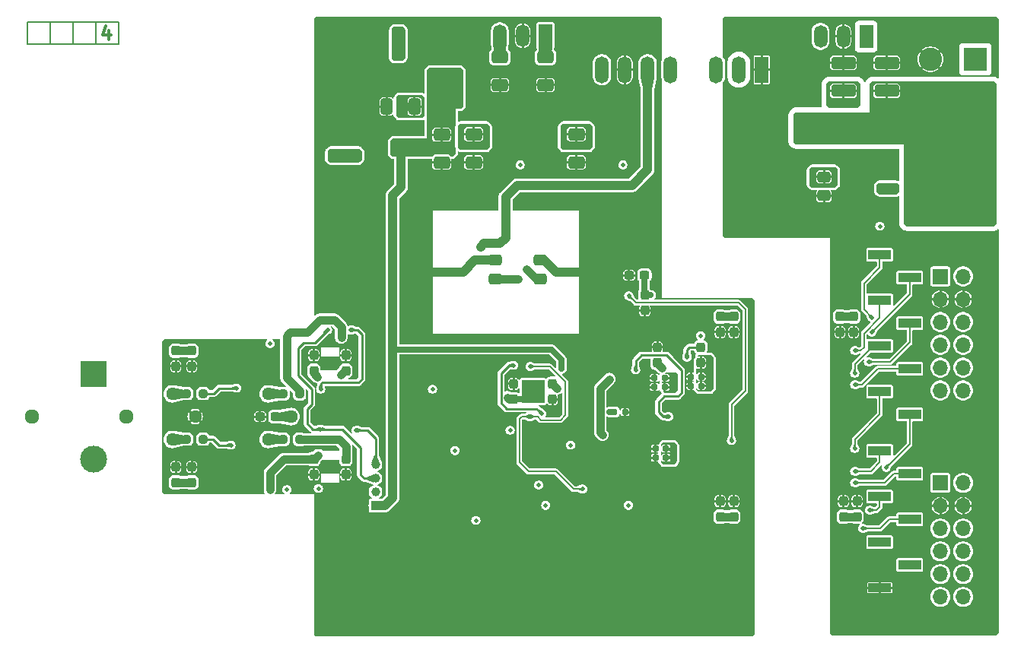
<source format=gbr>
G04 #@! TF.GenerationSoftware,KiCad,Pcbnew,8.0.4*
G04 #@! TF.CreationDate,2024-09-02T12:19:07+02:00*
G04 #@! TF.ProjectId,AD4030-Voltage,41443430-3330-42d5-966f-6c746167652e,rev?*
G04 #@! TF.SameCoordinates,Original*
G04 #@! TF.FileFunction,Copper,L4,Bot*
G04 #@! TF.FilePolarity,Positive*
%FSLAX46Y46*%
G04 Gerber Fmt 4.6, Leading zero omitted, Abs format (unit mm)*
G04 Created by KiCad (PCBNEW 8.0.4) date 2024-09-02 12:19:07*
%MOMM*%
%LPD*%
G01*
G04 APERTURE LIST*
G04 Aperture macros list*
%AMRoundRect*
0 Rectangle with rounded corners*
0 $1 Rounding radius*
0 $2 $3 $4 $5 $6 $7 $8 $9 X,Y pos of 4 corners*
0 Add a 4 corners polygon primitive as box body*
4,1,4,$2,$3,$4,$5,$6,$7,$8,$9,$2,$3,0*
0 Add four circle primitives for the rounded corners*
1,1,$1+$1,$2,$3*
1,1,$1+$1,$4,$5*
1,1,$1+$1,$6,$7*
1,1,$1+$1,$8,$9*
0 Add four rect primitives between the rounded corners*
20,1,$1+$1,$2,$3,$4,$5,0*
20,1,$1+$1,$4,$5,$6,$7,0*
20,1,$1+$1,$6,$7,$8,$9,0*
20,1,$1+$1,$8,$9,$2,$3,0*%
%AMFreePoly0*
4,1,29,0.178017,0.779942,0.347107,0.720775,0.498792,0.625465,0.625465,0.498792,0.720775,0.347107,0.779942,0.178017,0.800000,0.000000,0.779942,-0.178017,0.720775,-0.347107,0.625465,-0.498792,0.498792,-0.625465,0.347107,-0.720775,0.178017,-0.779942,0.000000,-0.800000,-0.178017,-0.779942,-0.347107,-0.720775,-0.498792,-0.625465,-0.625465,-0.498792,-0.720775,-0.347107,-0.779942,-0.178017,
-0.800000,0.000000,-0.779942,0.178017,-0.720775,0.347107,-0.625465,0.498792,-0.498792,0.625465,-0.347107,0.720775,-0.178017,0.779942,0.000000,0.800000,0.178017,0.779942,0.178017,0.779942,$1*%
G04 Aperture macros list end*
G04 #@! TA.AperFunction,NonConductor*
%ADD10C,0.200000*%
G04 #@! TD*
%ADD11C,0.300000*%
G04 #@! TA.AperFunction,NonConductor*
%ADD12C,0.300000*%
G04 #@! TD*
G04 #@! TA.AperFunction,ComponentPad*
%ADD13C,1.440000*%
G04 #@! TD*
G04 #@! TA.AperFunction,ComponentPad*
%ADD14R,1.500000X3.000000*%
G04 #@! TD*
G04 #@! TA.AperFunction,ComponentPad*
%ADD15O,1.500000X3.000000*%
G04 #@! TD*
G04 #@! TA.AperFunction,HeatsinkPad*
%ADD16C,0.500000*%
G04 #@! TD*
G04 #@! TA.AperFunction,HeatsinkPad*
%ADD17R,1.800000X1.600000*%
G04 #@! TD*
G04 #@! TA.AperFunction,ComponentPad*
%ADD18R,1.000000X1.000000*%
G04 #@! TD*
G04 #@! TA.AperFunction,ComponentPad*
%ADD19C,1.000000*%
G04 #@! TD*
G04 #@! TA.AperFunction,ComponentPad*
%ADD20R,2.600000X2.600000*%
G04 #@! TD*
G04 #@! TA.AperFunction,ComponentPad*
%ADD21C,2.600000*%
G04 #@! TD*
G04 #@! TA.AperFunction,ComponentPad*
%ADD22R,1.500000X2.500000*%
G04 #@! TD*
G04 #@! TA.AperFunction,ComponentPad*
%ADD23O,1.500000X2.500000*%
G04 #@! TD*
G04 #@! TA.AperFunction,ComponentPad*
%ADD24C,0.500000*%
G04 #@! TD*
G04 #@! TA.AperFunction,SMDPad,CuDef*
%ADD25R,2.108200X1.320800*%
G04 #@! TD*
G04 #@! TA.AperFunction,HeatsinkPad*
%ADD26C,0.600000*%
G04 #@! TD*
G04 #@! TA.AperFunction,HeatsinkPad*
%ADD27R,2.500000X2.500000*%
G04 #@! TD*
G04 #@! TA.AperFunction,ComponentPad*
%ADD28R,1.700000X1.700000*%
G04 #@! TD*
G04 #@! TA.AperFunction,ComponentPad*
%ADD29O,1.700000X1.700000*%
G04 #@! TD*
G04 #@! TA.AperFunction,WasherPad*
%ADD30FreePoly0,270.000000*%
G04 #@! TD*
G04 #@! TA.AperFunction,ComponentPad*
%ADD31R,3.000000X3.000000*%
G04 #@! TD*
G04 #@! TA.AperFunction,ComponentPad*
%ADD32C,3.000000*%
G04 #@! TD*
G04 #@! TA.AperFunction,SMDPad,CuDef*
%ADD33RoundRect,0.237500X0.237500X-0.300000X0.237500X0.300000X-0.237500X0.300000X-0.237500X-0.300000X0*%
G04 #@! TD*
G04 #@! TA.AperFunction,SMDPad,CuDef*
%ADD34RoundRect,0.160000X-0.197500X-0.160000X0.197500X-0.160000X0.197500X0.160000X-0.197500X0.160000X0*%
G04 #@! TD*
G04 #@! TA.AperFunction,SMDPad,CuDef*
%ADD35RoundRect,0.237500X0.250000X0.237500X-0.250000X0.237500X-0.250000X-0.237500X0.250000X-0.237500X0*%
G04 #@! TD*
G04 #@! TA.AperFunction,SMDPad,CuDef*
%ADD36RoundRect,0.250000X0.412500X0.650000X-0.412500X0.650000X-0.412500X-0.650000X0.412500X-0.650000X0*%
G04 #@! TD*
G04 #@! TA.AperFunction,SMDPad,CuDef*
%ADD37RoundRect,0.155000X0.212500X0.155000X-0.212500X0.155000X-0.212500X-0.155000X0.212500X-0.155000X0*%
G04 #@! TD*
G04 #@! TA.AperFunction,SMDPad,CuDef*
%ADD38RoundRect,0.237500X-0.237500X0.300000X-0.237500X-0.300000X0.237500X-0.300000X0.237500X0.300000X0*%
G04 #@! TD*
G04 #@! TA.AperFunction,SMDPad,CuDef*
%ADD39RoundRect,0.250000X-0.650000X0.412500X-0.650000X-0.412500X0.650000X-0.412500X0.650000X0.412500X0*%
G04 #@! TD*
G04 #@! TA.AperFunction,SMDPad,CuDef*
%ADD40R,2.510000X1.000000*%
G04 #@! TD*
G04 #@! TA.AperFunction,SMDPad,CuDef*
%ADD41RoundRect,0.250000X1.100000X-0.412500X1.100000X0.412500X-1.100000X0.412500X-1.100000X-0.412500X0*%
G04 #@! TD*
G04 #@! TA.AperFunction,SMDPad,CuDef*
%ADD42RoundRect,0.250000X0.475000X-0.337500X0.475000X0.337500X-0.475000X0.337500X-0.475000X-0.337500X0*%
G04 #@! TD*
G04 #@! TA.AperFunction,SMDPad,CuDef*
%ADD43RoundRect,0.237500X-0.250000X-0.237500X0.250000X-0.237500X0.250000X0.237500X-0.250000X0.237500X0*%
G04 #@! TD*
G04 #@! TA.AperFunction,SMDPad,CuDef*
%ADD44RoundRect,0.237500X0.300000X0.237500X-0.300000X0.237500X-0.300000X-0.237500X0.300000X-0.237500X0*%
G04 #@! TD*
G04 #@! TA.AperFunction,SMDPad,CuDef*
%ADD45RoundRect,0.250000X-0.475000X0.337500X-0.475000X-0.337500X0.475000X-0.337500X0.475000X0.337500X0*%
G04 #@! TD*
G04 #@! TA.AperFunction,ViaPad*
%ADD46C,0.500000*%
G04 #@! TD*
G04 #@! TA.AperFunction,Conductor*
%ADD47C,1.016000*%
G04 #@! TD*
G04 #@! TA.AperFunction,Conductor*
%ADD48C,0.127000*%
G04 #@! TD*
G04 #@! TA.AperFunction,Conductor*
%ADD49C,0.889000*%
G04 #@! TD*
G04 #@! TA.AperFunction,Conductor*
%ADD50C,0.635000*%
G04 #@! TD*
G04 #@! TA.AperFunction,Conductor*
%ADD51C,0.254000*%
G04 #@! TD*
G04 #@! TA.AperFunction,Conductor*
%ADD52C,1.270000*%
G04 #@! TD*
G04 APERTURE END LIST*
D10*
X86487000Y-61087000D02*
X86487000Y-63500000D01*
X91567000Y-63500000D02*
X81407000Y-63500000D01*
X89027000Y-63500000D02*
X89027000Y-61087000D01*
X91567000Y-61087000D02*
X91567000Y-63500000D01*
X83947000Y-61087000D02*
X83947000Y-63500000D01*
X81407000Y-63500000D02*
X81407000Y-61087000D01*
X91567000Y-61087000D02*
X81407000Y-61087000D01*
D11*
D12*
X90478368Y-62046828D02*
X90478368Y-63046828D01*
X90121225Y-61475400D02*
X89764082Y-62546828D01*
X89764082Y-62546828D02*
X90692653Y-62546828D01*
D13*
G04 #@! TO.P,RV201,1,1*
G04 #@! TO.N,Net-(R211-Pad2)*
X97536000Y-102489000D03*
G04 #@! TO.P,RV201,2,2*
G04 #@! TO.N,GND*
X100076000Y-105029000D03*
G04 #@! TO.P,RV201,3,3*
G04 #@! TO.N,Net-(R212-Pad1)*
X97536000Y-107569000D03*
G04 #@! TD*
D14*
G04 #@! TO.P,U503,1,-VIN*
G04 #@! TO.N,GNDS*
X163123500Y-66400000D03*
D15*
G04 #@! TO.P,U503,2,+VIN*
G04 #@! TO.N,Net-(U503-+VIN)*
X160583500Y-66400000D03*
G04 #@! TO.P,U503,3,ON/~{OFF}*
G04 #@! TO.N,unconnected-(U503-ON{slash}~{OFF}-Pad3)*
X158043500Y-66400000D03*
G04 #@! TO.P,U503,5,NC*
G04 #@! TO.N,unconnected-(U503-NC-Pad5)*
X152963500Y-66400000D03*
G04 #@! TO.P,U503,6,+VOUT*
G04 #@! TO.N,+9V*
X150423500Y-66400000D03*
G04 #@! TO.P,U503,7,-VOUT*
G04 #@! TO.N,GND*
X147883500Y-66400000D03*
G04 #@! TO.P,U503,8,NC*
G04 #@! TO.N,unconnected-(U503-NC-Pad8)*
X145343500Y-66400000D03*
G04 #@! TD*
D16*
G04 #@! TO.P,RN206,9*
G04 #@! TO.N,GND*
X133365000Y-107654000D03*
X132065000Y-107654000D03*
D17*
X132715000Y-108204000D03*
D16*
X133365000Y-108754000D03*
X132065000Y-108754000D03*
G04 #@! TD*
G04 #@! TO.P,RN201,9*
G04 #@! TO.N,GND*
X105044000Y-104479000D03*
X103744000Y-104479000D03*
D17*
X104394000Y-105029000D03*
D16*
X105044000Y-105579000D03*
X103744000Y-105579000D03*
G04 #@! TD*
D18*
G04 #@! TO.P,K201,1*
G04 #@! TO.N,+5V*
X120142000Y-114935000D03*
D19*
G04 #@! TO.P,K201,2*
G04 #@! TO.N,Net-(Q201-C)*
X120142000Y-113415000D03*
G04 #@! TO.P,K201,3*
G04 #@! TO.N,Net-(U202--)*
X120142000Y-111895000D03*
G04 #@! TO.P,K201,4*
G04 #@! TO.N,Net-(C227-Pad1)*
X120142000Y-110375000D03*
G04 #@! TD*
D20*
G04 #@! TO.P,J501,1,Pin_1*
G04 #@! TO.N,Net-(J501-Pin_1)*
X186904000Y-65227000D03*
D21*
G04 #@! TO.P,J501,2,Pin_2*
G04 #@! TO.N,GNDS*
X181904000Y-65227000D03*
G04 #@! TD*
D22*
G04 #@! TO.P,U502,1,Vin*
G04 #@! TO.N,Net-(U502-Vin)*
X174752000Y-62682500D03*
D23*
G04 #@! TO.P,U502,2,GND*
G04 #@! TO.N,GNDS*
X172212000Y-62682500D03*
G04 #@! TO.P,U502,3,Vout*
G04 #@! TO.N,Net-(U502-Vout)*
X169672000Y-62682500D03*
G04 #@! TD*
D13*
G04 #@! TO.P,RV202,1,1*
G04 #@! TO.N,Net-(R213-Pad2)*
X108204000Y-102489000D03*
G04 #@! TO.P,RV202,2,2*
G04 #@! TO.N,Net-(C225-Pad1)*
X110744000Y-105029000D03*
G04 #@! TO.P,RV202,3,3*
G04 #@! TO.N,Net-(R214-Pad1)*
X108204000Y-107569000D03*
G04 #@! TD*
D16*
G04 #@! TO.P,RN203,9*
G04 #@! TO.N,GND*
X124729000Y-101304000D03*
X123429000Y-101304000D03*
D17*
X124079000Y-101854000D03*
D16*
X124729000Y-102404000D03*
X123429000Y-102404000D03*
G04 #@! TD*
D24*
G04 #@! TO.P,U501,13,EP*
G04 #@! TO.N,GND*
X123962000Y-72619000D03*
X124762000Y-73019000D03*
D25*
X123962000Y-73019000D03*
D24*
X123162000Y-73019000D03*
X123962000Y-73419000D03*
G04 #@! TD*
D22*
G04 #@! TO.P,U507,1,Vin*
G04 #@! TO.N,+9V*
X139065000Y-62611000D03*
D23*
G04 #@! TO.P,U507,2,GND*
G04 #@! TO.N,GND*
X136525000Y-62611000D03*
G04 #@! TO.P,U507,3,Vout*
G04 #@! TO.N,+5V*
X133985000Y-62611000D03*
G04 #@! TD*
D26*
G04 #@! TO.P,U201,17,EP*
G04 #@! TO.N,-5VA*
X136718000Y-101285000D03*
X136718000Y-102235000D03*
X136718000Y-103185000D03*
X137668000Y-101285000D03*
X137668000Y-102235000D03*
D27*
X137668000Y-102235000D03*
D26*
X137668000Y-103185000D03*
X138618000Y-101285000D03*
X138618000Y-102235000D03*
X138618000Y-103185000D03*
G04 #@! TD*
D16*
G04 #@! TO.P,RN204,9*
G04 #@! TO.N,GND*
X124729000Y-107703000D03*
X123429000Y-107703000D03*
D17*
X124079000Y-108253000D03*
D16*
X124729000Y-108803000D03*
X123429000Y-108803000D03*
G04 #@! TD*
G04 #@! TO.P,RN205,9*
G04 #@! TO.N,GND*
X133365000Y-101304000D03*
X132065000Y-101304000D03*
D17*
X132715000Y-101854000D03*
D16*
X133365000Y-102404000D03*
X132065000Y-102404000D03*
G04 #@! TD*
D28*
G04 #@! TO.P,J403,1,Pin_1*
G04 #@! TO.N,unconnected-(J403-Pin_1-Pad1)*
X183007000Y-89408000D03*
D29*
G04 #@! TO.P,J403,2,Pin_2*
G04 #@! TO.N,unconnected-(J403-Pin_2-Pad2)*
X185547000Y-89408000D03*
G04 #@! TO.P,J403,3,Pin_3*
G04 #@! TO.N,GNDS*
X183007000Y-91948000D03*
G04 #@! TO.P,J403,4,Pin_4*
X185547000Y-91948000D03*
G04 #@! TO.P,J403,5,Pin_5*
G04 #@! TO.N,Net-(J403-Pin_5)*
X183007000Y-94488000D03*
G04 #@! TO.P,J403,6,Pin_6*
G04 #@! TO.N,Net-(J403-Pin_6)*
X185547000Y-94488000D03*
G04 #@! TO.P,J403,7,Pin_7*
G04 #@! TO.N,Net-(J403-Pin_7)*
X183007000Y-97028000D03*
G04 #@! TO.P,J403,8,Pin_8*
G04 #@! TO.N,Net-(J403-Pin_8)*
X185547000Y-97028000D03*
G04 #@! TO.P,J403,9,Pin_9*
G04 #@! TO.N,Net-(J403-Pin_9)*
X183007000Y-99568000D03*
G04 #@! TO.P,J403,10,Pin_10*
G04 #@! TO.N,Net-(J403-Pin_10)*
X185547000Y-99568000D03*
G04 #@! TO.P,J403,11,Pin_11*
G04 #@! TO.N,unconnected-(J403-Pin_11-Pad11)*
X183007000Y-102108000D03*
G04 #@! TO.P,J403,12,Pin_12*
G04 #@! TO.N,unconnected-(J403-Pin_12-Pad12)*
X185547000Y-102108000D03*
G04 #@! TD*
D16*
G04 #@! TO.P,RN202,9*
G04 #@! TO.N,GND*
X114367000Y-105579000D03*
X115667000Y-105579000D03*
D17*
X115017000Y-105029000D03*
D16*
X114367000Y-104479000D03*
X115667000Y-104479000D03*
G04 #@! TD*
D30*
G04 #@! TO.P,J201,*
G04 #@! TO.N,*
X92373000Y-105029000D03*
X81873000Y-105029000D03*
D31*
G04 #@! TO.P,J201,1,Pin_1*
G04 #@! TO.N,Net-(J201-Pin_1)*
X88773000Y-100269000D03*
D32*
G04 #@! TO.P,J201,2,Pin_2*
G04 #@! TO.N,Net-(J201-Pin_2)*
X88773000Y-109789000D03*
G04 #@! TD*
D28*
G04 #@! TO.P,J404,1,Pin_1*
G04 #@! TO.N,unconnected-(J404-Pin_1-Pad1)*
X183007000Y-112408000D03*
D29*
G04 #@! TO.P,J404,2,Pin_2*
G04 #@! TO.N,unconnected-(J404-Pin_2-Pad2)*
X185547000Y-112408000D03*
G04 #@! TO.P,J404,3,Pin_3*
G04 #@! TO.N,GNDS*
X183007000Y-114948000D03*
G04 #@! TO.P,J404,4,Pin_4*
X185547000Y-114948000D03*
G04 #@! TO.P,J404,5,Pin_5*
G04 #@! TO.N,Net-(J404-Pin_5)*
X183007000Y-117488000D03*
G04 #@! TO.P,J404,6,Pin_6*
G04 #@! TO.N,Net-(J404-Pin_6)*
X185547000Y-117488000D03*
G04 #@! TO.P,J404,7,Pin_7*
G04 #@! TO.N,Net-(J404-Pin_7)*
X183007000Y-120028000D03*
G04 #@! TO.P,J404,8,Pin_8*
G04 #@! TO.N,Net-(J404-Pin_8)*
X185547000Y-120028000D03*
G04 #@! TO.P,J404,9,Pin_9*
G04 #@! TO.N,Net-(J404-Pin_9)*
X183007000Y-122568000D03*
G04 #@! TO.P,J404,10,Pin_10*
G04 #@! TO.N,Net-(J404-Pin_10)*
X185547000Y-122568000D03*
G04 #@! TO.P,J404,11,Pin_11*
G04 #@! TO.N,unconnected-(J404-Pin_11-Pad11)*
X183007000Y-125108000D03*
G04 #@! TO.P,J404,12,Pin_12*
G04 #@! TO.N,unconnected-(J404-Pin_12-Pad12)*
X185547000Y-125108000D03*
G04 #@! TD*
D33*
G04 #@! TO.P,C229,1*
G04 #@! TO.N,-5VA*
X135509000Y-103097500D03*
G04 #@! TO.P,C229,2*
G04 #@! TO.N,GND*
X135509000Y-101372500D03*
G04 #@! TD*
G04 #@! TO.P,C208,1*
G04 #@! TO.N,+5VA*
X116840000Y-99922500D03*
G04 #@! TO.P,C208,2*
G04 #@! TO.N,GND*
X116840000Y-98197500D03*
G04 #@! TD*
D34*
G04 #@! TO.P,R304,1*
G04 #@! TO.N,Net-(U301--)*
X146722500Y-104521000D03*
G04 #@! TO.P,R304,2*
G04 #@! TO.N,GND*
X147917500Y-104521000D03*
G04 #@! TD*
D35*
G04 #@! TO.P,R213,1*
G04 #@! TO.N,+5VA*
X111693500Y-102489000D03*
G04 #@! TO.P,R213,2*
G04 #@! TO.N,Net-(R213-Pad2)*
X109868500Y-102489000D03*
G04 #@! TD*
D36*
G04 #@! TO.P,C504,1*
G04 #@! TO.N,Net-(U501-VPOS)*
X124498500Y-70485000D03*
G04 #@! TO.P,C504,2*
G04 #@! TO.N,GND*
X121373500Y-70485000D03*
G04 #@! TD*
D37*
G04 #@! TO.P,C309,1*
G04 #@! TO.N,+5VA*
X152332500Y-100711000D03*
G04 #@! TO.P,C309,2*
G04 #@! TO.N,GND*
X151197500Y-100711000D03*
G04 #@! TD*
G04 #@! TO.P,C305,1*
G04 #@! TO.N,+1V8*
X156396500Y-101600000D03*
G04 #@! TO.P,C305,2*
G04 #@! TO.N,GND*
X155261500Y-101600000D03*
G04 #@! TD*
D38*
G04 #@! TO.P,C224,1*
G04 #@! TO.N,-5VA*
X116840000Y-109754500D03*
G04 #@! TO.P,C224,2*
G04 #@! TO.N,GND*
X116840000Y-111479500D03*
G04 #@! TD*
D33*
G04 #@! TO.P,C402,1*
G04 #@! TO.N,+1V8*
X160020000Y-116178500D03*
G04 #@! TO.P,C402,2*
G04 #@! TO.N,GND*
X160020000Y-114453500D03*
G04 #@! TD*
D38*
G04 #@! TO.P,C219,1*
G04 #@! TO.N,Net-(C212-Pad2)*
X97917000Y-97689500D03*
G04 #@! TO.P,C219,2*
G04 #@! TO.N,GND*
X97917000Y-99414500D03*
G04 #@! TD*
D39*
G04 #@! TO.P,C523,1*
G04 #@! TO.N,+1V8*
X131064000Y-73589000D03*
G04 #@! TO.P,C523,2*
G04 #@! TO.N,GND*
X131064000Y-76714000D03*
G04 #@! TD*
D38*
G04 #@! TO.P,C216,1*
G04 #@! TO.N,Net-(C212-Pad2)*
X99695000Y-97689500D03*
G04 #@! TO.P,C216,2*
G04 #@! TO.N,GND*
X99695000Y-99414500D03*
G04 #@! TD*
D37*
G04 #@! TO.P,C306,1*
G04 #@! TO.N,+5VA*
X152332500Y-101727000D03*
G04 #@! TO.P,C306,2*
G04 #@! TO.N,GND*
X151197500Y-101727000D03*
G04 #@! TD*
D38*
G04 #@! TO.P,C408,1*
G04 #@! TO.N,VCCQ*
X173355000Y-93879500D03*
G04 #@! TO.P,C408,2*
G04 #@! TO.N,GNDS*
X173355000Y-95604500D03*
G04 #@! TD*
G04 #@! TO.P,C215,1*
G04 #@! TO.N,+5VA*
X139827000Y-101372500D03*
G04 #@! TO.P,C215,2*
G04 #@! TO.N,GND*
X139827000Y-103097500D03*
G04 #@! TD*
D40*
G04 #@! TO.P,J402,1,Pin_1*
G04 #@! TO.N,/Isolation/CONN_SDI*
X176272000Y-108839000D03*
G04 #@! TO.P,J402,2,Pin_2*
G04 #@! TO.N,/Isolation/CONN_~{CS}*
X179582000Y-111379000D03*
G04 #@! TO.P,J402,3,Pin_3*
G04 #@! TO.N,/Isolation/CONN_GAIN_x20*
X176272000Y-113919000D03*
G04 #@! TO.P,J402,4,Pin_4*
G04 #@! TO.N,/Isolation/CONN_GAIN_x10*
X179582000Y-116459000D03*
G04 #@! TO.P,J402,5,Pin_5*
G04 #@! TO.N,unconnected-(J402-Pin_5-Pad5)*
X176272000Y-118999000D03*
G04 #@! TO.P,J402,6,Pin_6*
G04 #@! TO.N,unconnected-(J402-Pin_6-Pad6)*
X179582000Y-121539000D03*
G04 #@! TO.P,J402,7,Pin_7*
G04 #@! TO.N,GNDS*
X176272000Y-124079000D03*
G04 #@! TD*
D37*
G04 #@! TO.P,C302,1*
G04 #@! TO.N,+1V8*
X152459500Y-109601000D03*
G04 #@! TO.P,C302,2*
G04 #@! TO.N,GND*
X151324500Y-109601000D03*
G04 #@! TD*
D41*
G04 #@! TO.P,C502,1*
G04 #@! TO.N,Net-(D501-K)*
X177038000Y-68745500D03*
G04 #@! TO.P,C502,2*
G04 #@! TO.N,GNDS*
X177038000Y-65620500D03*
G04 #@! TD*
D39*
G04 #@! TO.P,C501,1*
G04 #@! TO.N,+5V*
X127508000Y-73621500D03*
G04 #@! TO.P,C501,2*
G04 #@! TO.N,GND*
X127508000Y-76746500D03*
G04 #@! TD*
G04 #@! TO.P,C522,1*
G04 #@! TO.N,+3.3V*
X142494000Y-73589000D03*
G04 #@! TO.P,C522,2*
G04 #@! TO.N,GND*
X142494000Y-76714000D03*
G04 #@! TD*
D38*
G04 #@! TO.P,C217,1*
G04 #@! TO.N,GND*
X97917000Y-110643500D03*
G04 #@! TO.P,C217,2*
G04 #@! TO.N,Net-(C213-Pad2)*
X97917000Y-112368500D03*
G04 #@! TD*
D39*
G04 #@! TO.P,C514,1*
G04 #@! TO.N,+9V*
X139065000Y-64985500D03*
G04 #@! TO.P,C514,2*
G04 #@! TO.N,GND*
X139065000Y-68110500D03*
G04 #@! TD*
D41*
G04 #@! TO.P,C506,1*
G04 #@! TO.N,Net-(U502-Vin)*
X172212000Y-68745500D03*
G04 #@! TO.P,C506,2*
G04 #@! TO.N,GNDS*
X172212000Y-65620500D03*
G04 #@! TD*
D38*
G04 #@! TO.P,C312,1*
G04 #@! TO.N,+1V8*
X150114000Y-91466500D03*
G04 #@! TO.P,C312,2*
G04 #@! TO.N,GND*
X150114000Y-93191500D03*
G04 #@! TD*
D37*
G04 #@! TO.P,C304,1*
G04 #@! TO.N,+1V8*
X152459500Y-108585000D03*
G04 #@! TO.P,C304,2*
G04 #@! TO.N,GND*
X151324500Y-108585000D03*
G04 #@! TD*
D38*
G04 #@! TO.P,C404,1*
G04 #@! TO.N,+1V8*
X158496000Y-93879500D03*
G04 #@! TO.P,C404,2*
G04 #@! TO.N,GND*
X158496000Y-95604500D03*
G04 #@! TD*
G04 #@! TO.P,C407,1*
G04 #@! TO.N,VCCQ*
X171831000Y-93879500D03*
G04 #@! TO.P,C407,2*
G04 #@! TO.N,GNDS*
X171831000Y-95604500D03*
G04 #@! TD*
D42*
G04 #@! TO.P,C315,1*
G04 #@! TO.N,Net-(U304-NR)*
X133477000Y-89683500D03*
G04 #@! TO.P,C315,2*
G04 #@! TO.N,GND*
X133477000Y-87608500D03*
G04 #@! TD*
D38*
G04 #@! TO.P,C311,1*
G04 #@! TO.N,GND*
X151511000Y-97308500D03*
G04 #@! TO.P,C311,2*
G04 #@! TO.N,Net-(U303-REFIN)*
X151511000Y-99033500D03*
G04 #@! TD*
D33*
G04 #@! TO.P,C401,1*
G04 #@! TO.N,+1V8*
X158496000Y-116178500D03*
G04 #@! TO.P,C401,2*
G04 #@! TO.N,GND*
X158496000Y-114453500D03*
G04 #@! TD*
D38*
G04 #@! TO.P,C403,1*
G04 #@! TO.N,+1V8*
X160020000Y-93879500D03*
G04 #@! TO.P,C403,2*
G04 #@! TO.N,GND*
X160020000Y-95604500D03*
G04 #@! TD*
D40*
G04 #@! TO.P,J401,1,Pin_1*
G04 #@! TO.N,/Isolation/CONN_100MHz*
X176272000Y-86995000D03*
G04 #@! TO.P,J401,2,Pin_2*
G04 #@! TO.N,/Isolation/CONN_SDO3*
X179582000Y-89535000D03*
G04 #@! TO.P,J401,3,Pin_3*
G04 #@! TO.N,/Isolation/CONN_SDO1*
X176272000Y-92075000D03*
G04 #@! TO.P,J401,4,Pin_4*
G04 #@! TO.N,/Isolation/CONN_SDO2*
X179582000Y-94615000D03*
G04 #@! TO.P,J401,5,Pin_5*
G04 #@! TO.N,/Isolation/CONN_SDO0*
X176272000Y-97155000D03*
G04 #@! TO.P,J401,6,Pin_6*
G04 #@! TO.N,/Isolation/CONN_BUSY*
X179582000Y-99695000D03*
G04 #@! TO.P,J401,7,Pin_7*
G04 #@! TO.N,/Isolation/CONN_CNV*
X176272000Y-102235000D03*
G04 #@! TO.P,J401,8,Pin_8*
G04 #@! TO.N,/Isolation/CONN_SCK*
X179582000Y-104775000D03*
G04 #@! TD*
D33*
G04 #@! TO.P,C405,1*
G04 #@! TO.N,VCCQ*
X173736000Y-116178500D03*
G04 #@! TO.P,C405,2*
G04 #@! TO.N,GNDS*
X173736000Y-114453500D03*
G04 #@! TD*
G04 #@! TO.P,C221,1*
G04 #@! TO.N,-5VA*
X113284000Y-99922500D03*
G04 #@! TO.P,C221,2*
G04 #@! TO.N,GND*
X113284000Y-98197500D03*
G04 #@! TD*
D35*
G04 #@! TO.P,R211,1*
G04 #@! TO.N,Net-(R211-Pad1)*
X100943500Y-102474000D03*
G04 #@! TO.P,R211,2*
G04 #@! TO.N,Net-(R211-Pad2)*
X99118500Y-102474000D03*
G04 #@! TD*
D42*
G04 #@! TO.P,C318,1*
G04 #@! TO.N,VDDF*
X138430000Y-89683500D03*
G04 #@! TO.P,C318,2*
G04 #@! TO.N,GND*
X138430000Y-87608500D03*
G04 #@! TD*
D43*
G04 #@! TO.P,R212,1*
G04 #@! TO.N,Net-(R212-Pad1)*
X99118500Y-107554000D03*
G04 #@! TO.P,R212,2*
G04 #@! TO.N,Net-(R212-Pad2)*
X100943500Y-107554000D03*
G04 #@! TD*
D38*
G04 #@! TO.P,C220,1*
G04 #@! TO.N,GND*
X99695000Y-110643500D03*
G04 #@! TO.P,C220,2*
G04 #@! TO.N,Net-(C213-Pad2)*
X99695000Y-112368500D03*
G04 #@! TD*
D33*
G04 #@! TO.P,C406,1*
G04 #@! TO.N,VCCQ*
X172212000Y-116178500D03*
G04 #@! TO.P,C406,2*
G04 #@! TO.N,GNDS*
X172212000Y-114453500D03*
G04 #@! TD*
D44*
G04 #@! TO.P,C313,1*
G04 #@! TO.N,+1V8*
X150087500Y-89281000D03*
G04 #@! TO.P,C313,2*
G04 #@! TO.N,GND*
X148362500Y-89281000D03*
G04 #@! TD*
G04 #@! TO.P,C225,1*
G04 #@! TO.N,Net-(C225-Pad1)*
X109021500Y-105029000D03*
G04 #@! TO.P,C225,2*
G04 #@! TO.N,GND*
X107296500Y-105029000D03*
G04 #@! TD*
D33*
G04 #@! TO.P,C317,1*
G04 #@! TO.N,+1V8*
X156337000Y-99033500D03*
G04 #@! TO.P,C317,2*
G04 #@! TO.N,Net-(U303-~{RST})*
X156337000Y-97308500D03*
G04 #@! TD*
D43*
G04 #@! TO.P,R214,1*
G04 #@! TO.N,Net-(R214-Pad1)*
X109868500Y-107569000D03*
G04 #@! TO.P,R214,2*
G04 #@! TO.N,-5VA*
X111693500Y-107569000D03*
G04 #@! TD*
D38*
G04 #@! TO.P,C211,1*
G04 #@! TO.N,+5VA*
X113284000Y-109754500D03*
G04 #@! TO.P,C211,2*
G04 #@! TO.N,GND*
X113284000Y-111479500D03*
G04 #@! TD*
D39*
G04 #@! TO.P,C516,1*
G04 #@! TO.N,+5V*
X133985000Y-64985500D03*
G04 #@! TO.P,C516,2*
G04 #@! TO.N,GND*
X133985000Y-68110500D03*
G04 #@! TD*
D45*
G04 #@! TO.P,C515,1*
G04 #@! TO.N,VCCQ*
X170053000Y-78337500D03*
G04 #@! TO.P,C515,2*
G04 #@! TO.N,GNDS*
X170053000Y-80412500D03*
G04 #@! TD*
D37*
G04 #@! TO.P,C303,1*
G04 #@! TO.N,+1V8*
X156396500Y-100584000D03*
G04 #@! TO.P,C303,2*
G04 #@! TO.N,GND*
X155261500Y-100584000D03*
G04 #@! TD*
D46*
G04 #@! TO.N,GND*
X146304000Y-74262500D03*
X134874000Y-74262500D03*
X125730000Y-85090000D03*
X115570000Y-99441000D03*
X125730000Y-87630000D03*
X116713000Y-69215000D03*
X155930600Y-104216200D03*
X155930600Y-106603800D03*
X135890000Y-75405500D03*
X128397000Y-101981000D03*
X125730000Y-82550000D03*
X127000000Y-96520000D03*
X144018000Y-104521000D03*
X113792000Y-83312000D03*
X126111000Y-108077000D03*
X154355800Y-107391200D03*
X117983000Y-69215000D03*
X133040000Y-105191110D03*
X132080000Y-96520000D03*
X139065000Y-87757000D03*
X155168600Y-103403400D03*
X114554000Y-98679000D03*
X143510000Y-92710000D03*
X154355800Y-104216200D03*
X154355800Y-106603800D03*
X146304000Y-75405500D03*
X139827000Y-104267000D03*
X146177000Y-96774000D03*
X125476000Y-64770000D03*
X113792000Y-62357000D03*
X143510000Y-85090000D03*
X147320000Y-73119500D03*
X152730200Y-103403400D03*
X114554000Y-99441000D03*
X129540000Y-124460000D03*
X134620000Y-127000000D03*
X119380000Y-127000000D03*
X124460000Y-124460000D03*
X134620000Y-112649000D03*
X154051000Y-110363000D03*
X143637000Y-114046000D03*
X138430000Y-106172000D03*
X153543000Y-96012000D03*
X129032000Y-78867000D03*
X129032000Y-77724000D03*
X113792000Y-88392000D03*
X146304000Y-73119500D03*
X113792000Y-67437000D03*
X139700000Y-96520000D03*
X137160000Y-96520000D03*
X155930600Y-105816400D03*
X154355800Y-105816400D03*
X154940000Y-101092000D03*
X151638000Y-88392000D03*
X135890000Y-74262500D03*
X114554000Y-110236000D03*
X145415000Y-108204000D03*
X137160000Y-81280000D03*
X146116000Y-93406000D03*
X144018000Y-105537000D03*
X129540000Y-127000000D03*
X139700000Y-81280000D03*
X113792000Y-64897000D03*
X155168600Y-106603800D03*
X155168600Y-105029000D03*
X153619200Y-103403400D03*
X143510000Y-82550000D03*
X129540000Y-81280000D03*
X123129000Y-117028000D03*
X125730000Y-92710000D03*
X134620000Y-124460000D03*
X125730000Y-95250000D03*
X154355800Y-103403400D03*
X125730000Y-90170000D03*
X123129000Y-117917000D03*
X161417000Y-105029000D03*
X119380000Y-124460000D03*
X121920000Y-127000000D03*
X149733000Y-101600000D03*
X121920000Y-124460000D03*
X145669000Y-114046000D03*
X154813000Y-96012000D03*
X126036500Y-110415500D03*
X113792000Y-90932000D03*
X151638000Y-80772000D03*
X147320000Y-74262500D03*
X113792000Y-85852000D03*
X155930600Y-103403400D03*
X98806000Y-100838000D03*
X132080000Y-127000000D03*
X143510000Y-95250000D03*
X139827000Y-112014000D03*
X151638000Y-83312000D03*
X135890000Y-73119500D03*
X115570000Y-110998000D03*
X127000000Y-81280000D03*
X134493000Y-105029000D03*
X152755600Y-106603800D03*
X146752500Y-108331000D03*
X152044400Y-107391200D03*
X148590000Y-93406000D03*
X129032000Y-76581000D03*
X116840000Y-127000000D03*
X161417000Y-125730000D03*
X132080000Y-81280000D03*
X125476000Y-63500000D03*
X129540000Y-96520000D03*
X147320000Y-75405500D03*
X134874000Y-73119500D03*
X98806000Y-109220000D03*
X125476000Y-62230000D03*
X132080000Y-124460000D03*
X157632400Y-108254800D03*
X115443000Y-69215000D03*
X128270000Y-113665000D03*
X135064500Y-100393500D03*
X134874000Y-75405500D03*
X124460000Y-127000000D03*
X155168600Y-104216200D03*
X147701000Y-86995000D03*
X161417000Y-103632000D03*
X114554000Y-110998000D03*
X143002000Y-105537000D03*
X155168600Y-105816400D03*
X115570000Y-98679000D03*
X154355800Y-105029000D03*
X155930600Y-105029000D03*
X161417000Y-106426000D03*
X127000000Y-124460000D03*
X147320000Y-112014000D03*
X115570000Y-110236000D03*
X161417000Y-123190000D03*
X161417000Y-120650000D03*
X116840000Y-124460000D03*
X161417000Y-118110000D03*
X151638000Y-85852000D03*
X142240000Y-96520000D03*
X127000000Y-127000000D03*
X151130000Y-105029000D03*
X143510000Y-90170000D03*
X113792000Y-80772000D03*
X142240000Y-81280000D03*
X143002000Y-104521000D03*
X143510000Y-87630000D03*
G04 #@! TO.N,+5VA*
X116314500Y-100347500D03*
X116332722Y-96219513D03*
X153416000Y-101142800D03*
X113774500Y-109329500D03*
X122682000Y-64770000D03*
X129005500Y-108812500D03*
X153416000Y-100457000D03*
X138303000Y-112649000D03*
X122682000Y-63500000D03*
X113792000Y-113030000D03*
X110297000Y-97028000D03*
X141859000Y-108204000D03*
X108397000Y-113157000D03*
X140335000Y-101910000D03*
X122682000Y-62230000D03*
G04 #@! TO.N,Net-(C212-Pad2)*
X98806000Y-97663000D03*
G04 #@! TO.N,Net-(C213-Pad2)*
X98806000Y-112395000D03*
G04 #@! TO.N,-5VA*
X135128000Y-106553000D03*
X116840000Y-109220000D03*
X117983000Y-75946000D03*
X116713000Y-75946000D03*
X108397000Y-96901000D03*
X110297000Y-113157000D03*
X115443000Y-75946000D03*
X113665000Y-100584000D03*
X126492000Y-101981000D03*
X134747000Y-102870000D03*
G04 #@! TO.N,Net-(C227-Pad1)*
X117983000Y-106553000D03*
G04 #@! TO.N,+1V8*
X153035000Y-109474000D03*
X150767000Y-91506000D03*
X148309500Y-114908500D03*
X159258000Y-93853000D03*
X132334000Y-74803000D03*
X157353000Y-100457000D03*
X159258000Y-116178500D03*
X156337000Y-96012000D03*
X131318000Y-116586000D03*
X157353000Y-101219000D03*
X131064000Y-74803000D03*
X129794000Y-74803000D03*
X136244500Y-76988500D03*
X153035000Y-108712000D03*
G04 #@! TO.N,GNDS*
X177165000Y-82931000D03*
X167132000Y-83439000D03*
X171196000Y-120650000D03*
X165862000Y-82169000D03*
X175260000Y-127000000D03*
X171577000Y-105029000D03*
X171196000Y-125730000D03*
X173228000Y-79883000D03*
X173228000Y-81026000D03*
X164592000Y-83439000D03*
X177800000Y-127000000D03*
X162052000Y-82169000D03*
X182880000Y-107950000D03*
X160782000Y-83439000D03*
X174244000Y-79883000D03*
X163322000Y-83439000D03*
X185420000Y-107950000D03*
X162052000Y-83439000D03*
X174244000Y-81026000D03*
X171196000Y-118110000D03*
X185420000Y-106680000D03*
X174244000Y-78740000D03*
X171577000Y-103632000D03*
X163322000Y-82169000D03*
X171577000Y-106426000D03*
X184150000Y-107950000D03*
X173228000Y-78740000D03*
X184150000Y-106680000D03*
X167132000Y-82169000D03*
X160782000Y-82169000D03*
X165862000Y-83439000D03*
X180340000Y-127000000D03*
X164592000Y-82169000D03*
X182880000Y-106680000D03*
X171196000Y-123190000D03*
X186690000Y-107950000D03*
X186690000Y-106680000D03*
X172720000Y-127000000D03*
G04 #@! TO.N,VCCQ*
X172593000Y-93853000D03*
X170053000Y-79248000D03*
X169037000Y-79248000D03*
X170942000Y-79248000D03*
X172974000Y-116205000D03*
X176276000Y-83820000D03*
G04 #@! TO.N,+9V*
X131826000Y-86106000D03*
G04 #@! TO.N,Net-(D501-K)*
X177038000Y-69977000D03*
X167259000Y-71628000D03*
X175768000Y-69977000D03*
X167259000Y-74168000D03*
X178308000Y-69977000D03*
X188722000Y-83185000D03*
X188722000Y-82296000D03*
X187833000Y-83185000D03*
X167259000Y-72898000D03*
X187833000Y-82296000D03*
G04 #@! TO.N,+5V*
X129032000Y-67056000D03*
X125349000Y-75438000D03*
X129032000Y-68326000D03*
X140843000Y-99695000D03*
X122809000Y-75057000D03*
X139091500Y-114908500D03*
X129032000Y-69596000D03*
X126111000Y-75438000D03*
G04 #@! TO.N,Net-(R212-Pad2)*
X104069000Y-108204000D03*
G04 #@! TO.N,Net-(U202--)*
X114042000Y-106426000D03*
X114808000Y-95377000D03*
G04 #@! TO.N,Net-(U303-REFIN)*
X152019000Y-99568000D03*
G04 #@! TO.N,Net-(U202-FB)*
X117348000Y-95377000D03*
X114046000Y-101981000D03*
G04 #@! TO.N,Net-(U304-NR)*
X136017000Y-89662000D03*
G04 #@! TO.N,Net-(U303-~{RST})*
X154813000Y-98425000D03*
G04 #@! TO.N,Net-(U301--)*
X146177000Y-104521000D03*
G04 #@! TO.N,VDDF*
X136906000Y-88575000D03*
G04 #@! TO.N,Net-(U201-Pad16)*
X138643000Y-104703608D03*
X135509000Y-99314000D03*
G04 #@! TO.N,/ADC/ADC_CNV*
X148336000Y-91567000D03*
X159766000Y-107696000D03*
G04 #@! TO.N,/Isolation/CONN_100MHz*
X175387000Y-93980000D03*
G04 #@! TO.N,/Isolation/CONN_~{CS}*
X173482000Y-112395000D03*
G04 #@! TO.N,+3.3V*
X147674500Y-76988500D03*
X142494000Y-74803000D03*
X143764000Y-74803000D03*
X141224000Y-74803000D03*
G04 #@! TO.N,/Isolation/CONN_SDO0*
X173482000Y-100203000D03*
G04 #@! TO.N,/Isolation/CONN_SDI*
X173482000Y-111125000D03*
G04 #@! TO.N,/Isolation/CONN_BUSY*
X173482000Y-101473000D03*
G04 #@! TO.N,/Isolation/CONN_SDO1*
X173482000Y-97663000D03*
G04 #@! TO.N,/Isolation/CONN_SDO3*
X175387000Y-95631000D03*
G04 #@! TO.N,/Isolation/CONN_SDO2*
X175006000Y-98933000D03*
G04 #@! TO.N,/Isolation/CONN_GAIN_x10*
X174371000Y-117475000D03*
G04 #@! TO.N,/Isolation/CONN_GAIN_x20*
X175133000Y-115443000D03*
G04 #@! TO.N,/Isolation/CONN_SCK*
X176974500Y-110680500D03*
G04 #@! TO.N,/Isolation/CONN_CNV*
X173482000Y-108585000D03*
G04 #@! TO.N,Net-(R211-Pad1)*
X104719000Y-101854000D03*
G04 #@! TO.N,VCOM*
X146177000Y-100838000D03*
X145415000Y-107061000D03*
G04 #@! TO.N,/DIFF/SW_GAIN_x20*
X143195000Y-113096000D03*
X137343000Y-105029000D03*
X137343000Y-99441000D03*
G04 #@! TO.N,Net-(U501-VPOS)*
X123571000Y-70485000D03*
X122809000Y-70485000D03*
G04 #@! TO.N,Net-(U502-Vin)*
X170942000Y-69977000D03*
X173482000Y-69977000D03*
X172212000Y-69977000D03*
G04 #@! TO.N,Net-(U502-Vout)*
X176530000Y-79629000D03*
X177165000Y-79629000D03*
X177800000Y-79629000D03*
G04 #@! TO.N,Net-(R308-Pad2)*
X152781000Y-105029000D03*
X149098000Y-99822000D03*
G04 #@! TD*
D47*
G04 #@! TO.N,GND*
X131212500Y-87608500D02*
X129921000Y-88900000D01*
D48*
X155261500Y-100584000D02*
X155261500Y-101092000D01*
D47*
X138430000Y-87608500D02*
X138916500Y-87608500D01*
X129921000Y-88900000D02*
X125857000Y-88900000D01*
X139065000Y-87757000D02*
X138916500Y-87608500D01*
X133477000Y-87608500D02*
X131212500Y-87608500D01*
X140208000Y-88900000D02*
X143383000Y-88900000D01*
X138916500Y-87608500D02*
X140208000Y-88900000D01*
D48*
X155261500Y-101092000D02*
X154940000Y-101092000D01*
D49*
G04 #@! TO.N,+5VA*
X112522000Y-95631000D02*
X110617000Y-95631000D01*
X108397000Y-113157000D02*
X108397000Y-111313000D01*
X140335000Y-101910000D02*
X140335000Y-101880500D01*
X111693500Y-102168500D02*
X111693500Y-102489000D01*
X113284000Y-109754500D02*
X113349500Y-109754500D01*
X113349500Y-109754500D02*
X113774500Y-109329500D01*
X109955500Y-109754500D02*
X113284000Y-109754500D01*
X116840000Y-99922500D02*
X116739500Y-99922500D01*
X115570000Y-94234000D02*
X113919000Y-94234000D01*
X110236000Y-100711000D02*
X111693500Y-102168500D01*
X110236000Y-96012000D02*
X110236000Y-96967000D01*
X116332722Y-96219513D02*
X116332722Y-94996722D01*
X116332722Y-94996722D02*
X115570000Y-94234000D01*
X110236000Y-97089000D02*
X110236000Y-100711000D01*
X108397000Y-111313000D02*
X109955500Y-109754500D01*
X110617000Y-95631000D02*
X110236000Y-96012000D01*
X116739500Y-99922500D02*
X116314500Y-100347500D01*
X113919000Y-94234000D02*
X112522000Y-95631000D01*
X140335000Y-101880500D02*
X139827000Y-101372500D01*
G04 #@! TO.N,Net-(C212-Pad2)*
X99695000Y-97689500D02*
X98832500Y-97689500D01*
X98779500Y-97689500D02*
X97917000Y-97689500D01*
G04 #@! TO.N,Net-(C213-Pad2)*
X98779500Y-112368500D02*
X97917000Y-112368500D01*
X99695000Y-112368500D02*
X98832500Y-112368500D01*
G04 #@! TO.N,-5VA*
X116840000Y-109754500D02*
X116840000Y-108331000D01*
X116840000Y-108331000D02*
X116078000Y-107569000D01*
X116078000Y-107569000D02*
X111693500Y-107569000D01*
D50*
X135509000Y-103097500D02*
X136805500Y-103097500D01*
D49*
X135509000Y-103097500D02*
X134974500Y-103097500D01*
X134974500Y-103097500D02*
X134810500Y-102933500D01*
D50*
X136805500Y-103097500D02*
X137668000Y-102235000D01*
D49*
X113284000Y-100203000D02*
X113665000Y-100584000D01*
X134810500Y-102933500D02*
X134810500Y-102870000D01*
X113284000Y-99922500D02*
X113284000Y-100203000D01*
G04 #@! TO.N,Net-(C225-Pad1)*
X109021500Y-105029000D02*
X110744000Y-105029000D01*
D51*
G04 #@! TO.N,Net-(C227-Pad1)*
X117983000Y-106553000D02*
X119253000Y-106553000D01*
X119253000Y-106553000D02*
X120142000Y-107442000D01*
X120142000Y-107442000D02*
X120142000Y-110375000D01*
D49*
G04 #@! TO.N,+1V8*
X158496000Y-93879500D02*
X159231500Y-93879500D01*
D50*
X150114000Y-91466500D02*
X150087500Y-91440000D01*
X150087500Y-91440000D02*
X150087500Y-89281000D01*
X150767000Y-91506000D02*
X150153500Y-91506000D01*
D49*
X158496000Y-116178500D02*
X159258000Y-116178500D01*
D50*
X150087500Y-89281000D02*
X150124500Y-89244000D01*
X150153500Y-91506000D02*
X150114000Y-91466500D01*
D49*
X160020000Y-93879500D02*
X159284500Y-93879500D01*
X160020000Y-116178500D02*
X159258000Y-116178500D01*
G04 #@! TO.N,VCCQ*
X173736000Y-116178500D02*
X173000500Y-116178500D01*
X172212000Y-116178500D02*
X172947500Y-116178500D01*
X171831000Y-93879500D02*
X172566500Y-93879500D01*
X173355000Y-93879500D02*
X172619500Y-93879500D01*
D47*
G04 #@! TO.N,+9V*
X150423500Y-77541500D02*
X150423500Y-66400000D01*
X148717000Y-79248000D02*
X150423500Y-77541500D01*
X133985000Y-85725000D02*
X134620000Y-85090000D01*
D52*
X139065000Y-64985500D02*
X139065000Y-62611000D01*
D47*
X131826000Y-86106000D02*
X132207000Y-85725000D01*
X134620000Y-85090000D02*
X134620000Y-80518000D01*
X132207000Y-85725000D02*
X133985000Y-85725000D01*
X135890000Y-79248000D02*
X148717000Y-79248000D01*
X134620000Y-80518000D02*
X135890000Y-79248000D01*
G04 #@! TO.N,+5V*
X122047000Y-97790000D02*
X122047000Y-114046000D01*
X121158000Y-114935000D02*
X120142000Y-114935000D01*
D50*
X139700000Y-97536000D02*
X140843000Y-98679000D01*
D47*
X122966000Y-79472000D02*
X122966000Y-75438000D01*
X122966000Y-75438000D02*
X125857000Y-75438000D01*
D50*
X122301000Y-97536000D02*
X139700000Y-97536000D01*
D52*
X133985000Y-64985500D02*
X133985000Y-62611000D01*
D50*
X140843000Y-98679000D02*
X140843000Y-99695000D01*
D47*
X122047000Y-80391000D02*
X122966000Y-79472000D01*
X122047000Y-97790000D02*
X122047000Y-80391000D01*
X122047000Y-114046000D02*
X121158000Y-114935000D01*
D50*
X122047000Y-97790000D02*
X122301000Y-97536000D01*
D49*
G04 #@! TO.N,Net-(R211-Pad2)*
X99118500Y-102474000D02*
X97551000Y-102474000D01*
X97551000Y-102474000D02*
X97536000Y-102489000D01*
D51*
G04 #@! TO.N,Net-(R212-Pad2)*
X100943500Y-107554000D02*
X102093000Y-107554000D01*
X102093000Y-107554000D02*
X102743000Y-108204000D01*
X102743000Y-108204000D02*
X104069000Y-108204000D01*
D49*
G04 #@! TO.N,Net-(R213-Pad2)*
X109868500Y-102489000D02*
X108204000Y-102489000D01*
G04 #@! TO.N,Net-(R214-Pad1)*
X109868500Y-107569000D02*
X108204000Y-107569000D01*
D51*
G04 #@! TO.N,Net-(U202--)*
X112522000Y-104140000D02*
X112522000Y-105791000D01*
X113157000Y-106426000D02*
X114042000Y-106426000D01*
X112141000Y-96774000D02*
X111506000Y-97409000D01*
X114042000Y-106426000D02*
X116459000Y-106426000D01*
X114808000Y-95377000D02*
X113411000Y-96774000D01*
X116459000Y-106426000D02*
X118491000Y-108458000D01*
X111506000Y-100457000D02*
X113030000Y-101981000D01*
X112522000Y-105791000D02*
X113157000Y-106426000D01*
X118880000Y-111895000D02*
X120142000Y-111895000D01*
X111506000Y-97409000D02*
X111506000Y-100457000D01*
X118491000Y-108458000D02*
X118491000Y-111506000D01*
X113030000Y-101981000D02*
X113030000Y-103632000D01*
X113411000Y-96774000D02*
X112141000Y-96774000D01*
X113030000Y-103632000D02*
X112522000Y-104140000D01*
X118491000Y-111506000D02*
X118880000Y-111895000D01*
D49*
G04 #@! TO.N,Net-(U303-REFIN)*
X151511000Y-99033500D02*
X151511000Y-99060000D01*
X151511000Y-99060000D02*
X152019000Y-99568000D01*
D51*
G04 #@! TO.N,Net-(U202-FB)*
X114173000Y-101219000D02*
X114046000Y-101346000D01*
X118237000Y-101219000D02*
X114173000Y-101219000D01*
X118618000Y-100838000D02*
X118237000Y-101219000D01*
X118618000Y-95885000D02*
X118618000Y-100838000D01*
X118110000Y-95377000D02*
X118618000Y-95885000D01*
X117348000Y-95377000D02*
X118110000Y-95377000D01*
X114046000Y-101346000D02*
X114046000Y-101981000D01*
D49*
G04 #@! TO.N,Net-(U304-NR)*
X135995500Y-89683500D02*
X133477000Y-89683500D01*
D51*
G04 #@! TO.N,Net-(U303-~{RST})*
X156337000Y-97308500D02*
X155040500Y-97308500D01*
X154813000Y-97536000D02*
X154813000Y-98425000D01*
X155040500Y-97308500D02*
X154813000Y-97536000D01*
D50*
G04 #@! TO.N,Net-(U301--)*
X146722500Y-104521000D02*
X146177000Y-104521000D01*
D49*
G04 #@! TO.N,VDDF*
X136962000Y-88575000D02*
X138070500Y-89683500D01*
X138070500Y-89683500D02*
X138430000Y-89683500D01*
D51*
G04 #@! TO.N,Net-(U201-Pad16)*
X135001000Y-99314000D02*
X134112000Y-100203000D01*
X134112000Y-100203000D02*
X134112000Y-103505000D01*
X138079392Y-104140000D02*
X138643000Y-104703608D01*
X134112000Y-103505000D02*
X134747000Y-104140000D01*
X134747000Y-104140000D02*
X138079392Y-104140000D01*
X135509000Y-99314000D02*
X135001000Y-99314000D01*
D48*
G04 #@! TO.N,/ADC/ADC_CNV*
X159766000Y-103695500D02*
X161290000Y-102171500D01*
X161290000Y-93091000D02*
X160528000Y-92329000D01*
X159766000Y-107696000D02*
X159766000Y-103695500D01*
X161290000Y-102171500D02*
X161290000Y-93091000D01*
X149098000Y-92329000D02*
X148336000Y-91567000D01*
X160528000Y-92329000D02*
X149098000Y-92329000D01*
G04 #@! TO.N,/Isolation/CONN_100MHz*
X174498000Y-93091000D02*
X174498000Y-90170000D01*
X175387000Y-93980000D02*
X174498000Y-93091000D01*
X174498000Y-90170000D02*
X176272000Y-88396000D01*
X176272000Y-88396000D02*
X176272000Y-86995000D01*
G04 #@! TO.N,/Isolation/CONN_~{CS}*
X173482000Y-112395000D02*
X176784000Y-112395000D01*
X176784000Y-112395000D02*
X177800000Y-111379000D01*
X177800000Y-111379000D02*
X179582000Y-111379000D01*
G04 #@! TO.N,/Isolation/CONN_SDO0*
X175514000Y-97155000D02*
X176272000Y-97155000D01*
X173482000Y-100203000D02*
X173482000Y-99190000D01*
X173482000Y-99190000D02*
X175517000Y-97155000D01*
X175517000Y-97155000D02*
X176272000Y-97155000D01*
G04 #@! TO.N,/Isolation/CONN_SDI*
X176272000Y-110113000D02*
X176272000Y-108839000D01*
X175260000Y-111125000D02*
X176272000Y-110113000D01*
X173482000Y-111125000D02*
X175260000Y-111125000D01*
G04 #@! TO.N,/Isolation/CONN_BUSY*
X176022000Y-99695000D02*
X179582000Y-99695000D01*
X173482000Y-101473000D02*
X174244000Y-101473000D01*
X174244000Y-101473000D02*
X176022000Y-99695000D01*
G04 #@! TO.N,/Isolation/CONN_SDO1*
X173482000Y-97663000D02*
X174117000Y-97663000D01*
X176272000Y-93984000D02*
X176272000Y-92075000D01*
X174117000Y-97663000D02*
X174498000Y-97282000D01*
X174498000Y-97282000D02*
X174498000Y-95758000D01*
X174498000Y-95758000D02*
X176272000Y-93984000D01*
G04 #@! TO.N,/Isolation/CONN_SDO3*
X175387000Y-95631000D02*
X179582000Y-91436000D01*
X179582000Y-91436000D02*
X179582000Y-89535000D01*
G04 #@! TO.N,/Isolation/CONN_SDO2*
X175006000Y-98933000D02*
X177419000Y-98933000D01*
X179582000Y-96770000D02*
X179582000Y-94615000D01*
X177419000Y-98933000D02*
X179582000Y-96770000D01*
G04 #@! TO.N,/Isolation/CONN_GAIN_x10*
X177292000Y-116459000D02*
X179582000Y-116459000D01*
X176276000Y-117475000D02*
X177292000Y-116459000D01*
X174371000Y-117475000D02*
X176276000Y-117475000D01*
G04 #@! TO.N,/Isolation/CONN_GAIN_x20*
X176272000Y-115066000D02*
X176272000Y-113919000D01*
X175133000Y-115443000D02*
X175895000Y-115443000D01*
X175895000Y-115443000D02*
X176272000Y-115066000D01*
G04 #@! TO.N,/Isolation/CONN_SCK*
X179582000Y-108073000D02*
X179582000Y-104775000D01*
X176974500Y-110680500D02*
X179582000Y-108073000D01*
G04 #@! TO.N,/Isolation/CONN_CNV*
X173482000Y-107569000D02*
X176272000Y-104779000D01*
X173482000Y-108585000D02*
X173482000Y-107569000D01*
X176272000Y-104779000D02*
X176272000Y-102235000D01*
D51*
G04 #@! TO.N,Net-(R211-Pad1)*
X100943500Y-102474000D02*
X102123000Y-102474000D01*
X102123000Y-102474000D02*
X102743000Y-101854000D01*
X102743000Y-101854000D02*
X104719000Y-101854000D01*
D49*
G04 #@! TO.N,Net-(R212-Pad1)*
X97551000Y-107554000D02*
X97536000Y-107569000D01*
X99118500Y-107554000D02*
X97551000Y-107554000D01*
G04 #@! TO.N,VCOM*
X145161000Y-106807000D02*
X145161000Y-101854000D01*
X145415000Y-107061000D02*
X145161000Y-106807000D01*
X145161000Y-101854000D02*
X146177000Y-100838000D01*
D48*
G04 #@! TO.N,/DIFF/SW_GAIN_x20*
X141280000Y-101148000D02*
X139573000Y-99441000D01*
X139573000Y-99441000D02*
X137343000Y-99441000D01*
X140208000Y-111125000D02*
X137160000Y-111125000D01*
X142179000Y-113096000D02*
X140208000Y-111125000D01*
X140716000Y-105410000D02*
X141280000Y-104846000D01*
X141280000Y-104846000D02*
X141280000Y-101148000D01*
X136144000Y-105283000D02*
X136398000Y-105029000D01*
X136398000Y-105029000D02*
X137343000Y-105029000D01*
X143195000Y-113096000D02*
X142179000Y-113096000D01*
X138176000Y-105029000D02*
X138557000Y-105410000D01*
X137160000Y-111125000D02*
X136144000Y-110109000D01*
X136144000Y-110109000D02*
X136144000Y-105283000D01*
X137343000Y-105029000D02*
X138176000Y-105029000D01*
X138557000Y-105410000D02*
X140716000Y-105410000D01*
D49*
G04 #@! TO.N,Net-(U501-VPOS)*
X124498500Y-70485000D02*
X123571000Y-70485000D01*
D51*
G04 #@! TO.N,Net-(R308-Pad2)*
X154178000Y-102362000D02*
X154178000Y-99822000D01*
X151638000Y-103378000D02*
X152273000Y-102743000D01*
X149098000Y-98806000D02*
X149098000Y-99822000D01*
X153797000Y-102743000D02*
X154178000Y-102362000D01*
X154178000Y-99822000D02*
X152527000Y-98171000D01*
X149733000Y-98171000D02*
X149098000Y-98806000D01*
X152273000Y-102743000D02*
X153797000Y-102743000D01*
X152146000Y-105029000D02*
X151638000Y-104521000D01*
X151638000Y-104521000D02*
X151638000Y-103378000D01*
X152781000Y-105029000D02*
X152146000Y-105029000D01*
X152527000Y-98171000D02*
X149733000Y-98171000D01*
G04 #@! TD*
G04 #@! TA.AperFunction,Conductor*
G04 #@! TO.N,+5V*
G36*
X133991499Y-62614341D02*
G01*
X134729305Y-63107196D01*
X134734281Y-63114641D01*
X134734471Y-63117828D01*
X134620836Y-64585792D01*
X134616781Y-64593776D01*
X134609171Y-64596589D01*
X133360829Y-64596589D01*
X133352556Y-64593162D01*
X133349164Y-64585792D01*
X133235528Y-63117826D01*
X133238306Y-63109315D01*
X133240692Y-63107197D01*
X133978501Y-62614340D01*
X133987284Y-62612595D01*
X133991499Y-62614341D01*
G37*
G04 #@! TD.AperFunction*
G04 #@! TD*
G04 #@! TA.AperFunction,Conductor*
G04 #@! TO.N,+5V*
G36*
X129685306Y-66185306D02*
G01*
X129902694Y-66402694D01*
X129921000Y-66446888D01*
X129921000Y-70459112D01*
X129902694Y-70503306D01*
X129685306Y-70720694D01*
X129641112Y-70739000D01*
X129032000Y-70739000D01*
X129032000Y-70993000D01*
X129032000Y-72636081D01*
X129030799Y-72648274D01*
X129026500Y-72669886D01*
X129026500Y-75031112D01*
X129026499Y-75031112D01*
X129030799Y-75052724D01*
X129032000Y-75064918D01*
X129032000Y-75793112D01*
X129013694Y-75837306D01*
X128796306Y-76054694D01*
X128752112Y-76073000D01*
X128624102Y-76073000D01*
X128579908Y-76054694D01*
X128574068Y-76047955D01*
X128563496Y-76033833D01*
X128518404Y-75973596D01*
X128402267Y-75886658D01*
X128402265Y-75886657D01*
X128402263Y-75886656D01*
X128266343Y-75835960D01*
X128206255Y-75829500D01*
X126809753Y-75829500D01*
X126809736Y-75829501D01*
X126749656Y-75835960D01*
X126613736Y-75886656D01*
X126613731Y-75886659D01*
X126497596Y-75973596D01*
X126441932Y-76047955D01*
X126400793Y-76072364D01*
X126391898Y-76073000D01*
X122072888Y-76073000D01*
X122028694Y-76054694D01*
X121811306Y-75837306D01*
X121793000Y-75793112D01*
X121793000Y-74320888D01*
X121811306Y-74276694D01*
X122018223Y-74069777D01*
X126481001Y-74069777D01*
X126491676Y-74143056D01*
X126491678Y-74143060D01*
X126546936Y-74256095D01*
X126635904Y-74345063D01*
X126748941Y-74400322D01*
X126822221Y-74410999D01*
X127381000Y-74410999D01*
X127635000Y-74410999D01*
X128193778Y-74410999D01*
X128267056Y-74400323D01*
X128267060Y-74400321D01*
X128380095Y-74345063D01*
X128469063Y-74256095D01*
X128524322Y-74143058D01*
X128535000Y-74069778D01*
X128535000Y-73748500D01*
X127635000Y-73748500D01*
X127635000Y-74410999D01*
X127381000Y-74410999D01*
X127381000Y-73748500D01*
X126481001Y-73748500D01*
X126481001Y-74069777D01*
X122018223Y-74069777D01*
X122028694Y-74059306D01*
X122072888Y-74041000D01*
X125603000Y-74041000D01*
X125857000Y-74041000D01*
X125857000Y-73173221D01*
X126481000Y-73173221D01*
X126481000Y-73494500D01*
X127381000Y-73494500D01*
X127635000Y-73494500D01*
X128534999Y-73494500D01*
X128534999Y-73173222D01*
X128524323Y-73099943D01*
X128524321Y-73099939D01*
X128469063Y-72986904D01*
X128380095Y-72897936D01*
X128267058Y-72842677D01*
X128193778Y-72832000D01*
X127635000Y-72832000D01*
X127635000Y-73494500D01*
X127381000Y-73494500D01*
X127381000Y-72832000D01*
X126822222Y-72832000D01*
X126748943Y-72842676D01*
X126748939Y-72842678D01*
X126635904Y-72897936D01*
X126546936Y-72986904D01*
X126491677Y-73099941D01*
X126481000Y-73173221D01*
X125857000Y-73173221D01*
X125857000Y-71508917D01*
X125858201Y-71496723D01*
X125858464Y-71495404D01*
X125862500Y-71475112D01*
X125862500Y-69494887D01*
X125858201Y-69473274D01*
X125857000Y-69461081D01*
X125857000Y-66446888D01*
X125875306Y-66402694D01*
X126092694Y-66185306D01*
X126136888Y-66167000D01*
X129641112Y-66167000D01*
X129685306Y-66185306D01*
G37*
G04 #@! TD.AperFunction*
G04 #@! TD*
G04 #@! TA.AperFunction,Conductor*
G04 #@! TO.N,-5VA*
G36*
X118379677Y-75203685D02*
G01*
X118400319Y-75220319D01*
X118581681Y-75401681D01*
X118615166Y-75463004D01*
X118618000Y-75489362D01*
X118618000Y-76402638D01*
X118598315Y-76469677D01*
X118581681Y-76490319D01*
X118400319Y-76671681D01*
X118338996Y-76705166D01*
X118312638Y-76708000D01*
X115113362Y-76708000D01*
X115046323Y-76688315D01*
X115025681Y-76671681D01*
X114844319Y-76490319D01*
X114810834Y-76428996D01*
X114808000Y-76402638D01*
X114808000Y-75489362D01*
X114827685Y-75422323D01*
X114844319Y-75401681D01*
X115025681Y-75220319D01*
X115087004Y-75186834D01*
X115113362Y-75184000D01*
X118312638Y-75184000D01*
X118379677Y-75203685D01*
G37*
G04 #@! TD.AperFunction*
G04 #@! TD*
G04 #@! TA.AperFunction,Conductor*
G04 #@! TO.N,Net-(U202--)*
G36*
X113945394Y-106198808D02*
G01*
X113950235Y-106204364D01*
X114041109Y-106421483D01*
X114041142Y-106430437D01*
X114041109Y-106430517D01*
X113950235Y-106647635D01*
X113943879Y-106653944D01*
X113936528Y-106654449D01*
X113550786Y-106555259D01*
X113543627Y-106549880D01*
X113542000Y-106543928D01*
X113542000Y-106308071D01*
X113545427Y-106299798D01*
X113550783Y-106296741D01*
X113936528Y-106197550D01*
X113945394Y-106198808D01*
G37*
G04 #@! TD.AperFunction*
G04 #@! TD*
G04 #@! TA.AperFunction,Conductor*
G04 #@! TO.N,/Isolation/CONN_~{CS}*
G36*
X173588438Y-112168489D02*
G01*
X173974777Y-112328508D01*
X173981109Y-112334839D01*
X173982000Y-112339317D01*
X173982000Y-112450682D01*
X173978573Y-112458955D01*
X173974777Y-112461491D01*
X173588440Y-112621509D01*
X173579485Y-112621509D01*
X173573170Y-112615217D01*
X173508829Y-112461491D01*
X173482889Y-112399515D01*
X173482857Y-112390563D01*
X173573171Y-112174780D01*
X173579526Y-112168473D01*
X173588438Y-112168489D01*
G37*
G04 #@! TD.AperFunction*
G04 #@! TD*
G04 #@! TA.AperFunction,Conductor*
G04 #@! TO.N,/Isolation/CONN_100MHz*
G36*
X175085570Y-93584538D02*
G01*
X175471902Y-93744569D01*
X175478233Y-93750901D01*
X175478250Y-93759816D01*
X175389564Y-93976176D01*
X175383255Y-93982531D01*
X175383176Y-93982564D01*
X175252303Y-94036208D01*
X175166897Y-94071217D01*
X175166816Y-94071250D01*
X175157861Y-94071217D01*
X175151569Y-94064902D01*
X174991538Y-93678570D01*
X174991538Y-93669615D01*
X174994071Y-93665822D01*
X175072820Y-93587073D01*
X175081092Y-93583647D01*
X175085570Y-93584538D01*
G37*
G04 #@! TD.AperFunction*
G04 #@! TD*
G04 #@! TA.AperFunction,Conductor*
G04 #@! TO.N,Net-(C227-Pad1)*
G36*
X120269456Y-109378427D02*
G01*
X120271992Y-109382223D01*
X120599471Y-110172868D01*
X120599471Y-110181823D01*
X120593159Y-110188146D01*
X120146497Y-110374127D01*
X120137543Y-110374144D01*
X120137503Y-110374127D01*
X119690840Y-110188146D01*
X119684519Y-110181802D01*
X119684527Y-110172870D01*
X120012008Y-109382222D01*
X120018339Y-109375891D01*
X120022817Y-109375000D01*
X120261183Y-109375000D01*
X120269456Y-109378427D01*
G37*
G04 #@! TD.AperFunction*
G04 #@! TD*
G04 #@! TA.AperFunction,Conductor*
G04 #@! TO.N,+9V*
G36*
X150430917Y-66408406D02*
G01*
X150432548Y-66410037D01*
X151155709Y-67292195D01*
X151158304Y-67300765D01*
X151158196Y-67301572D01*
X150933155Y-68625849D01*
X150928390Y-68633431D01*
X150921620Y-68635589D01*
X149925380Y-68635589D01*
X149917107Y-68632162D01*
X149913845Y-68625849D01*
X149876507Y-68406136D01*
X149688803Y-67301569D01*
X149690796Y-67292842D01*
X149691277Y-67292210D01*
X150414452Y-66410036D01*
X150422347Y-66405811D01*
X150430917Y-66408406D01*
G37*
G04 #@! TD.AperFunction*
G04 #@! TD*
G04 #@! TA.AperFunction,Conductor*
G04 #@! TO.N,/Isolation/CONN_SDI*
G36*
X173588438Y-110898489D02*
G01*
X173974777Y-111058508D01*
X173981109Y-111064839D01*
X173982000Y-111069317D01*
X173982000Y-111180682D01*
X173978573Y-111188955D01*
X173974777Y-111191491D01*
X173588440Y-111351509D01*
X173579485Y-111351509D01*
X173573170Y-111345217D01*
X173508829Y-111191491D01*
X173482889Y-111129515D01*
X173482857Y-111120563D01*
X173573171Y-110904780D01*
X173579526Y-110898473D01*
X173588438Y-110898489D01*
G37*
G04 #@! TD.AperFunction*
G04 #@! TD*
G04 #@! TA.AperFunction,Conductor*
G04 #@! TO.N,/Isolation/CONN_GAIN_x10*
G36*
X174477438Y-117248489D02*
G01*
X174863777Y-117408508D01*
X174870109Y-117414839D01*
X174871000Y-117419317D01*
X174871000Y-117530682D01*
X174867573Y-117538955D01*
X174863777Y-117541491D01*
X174477440Y-117701509D01*
X174468485Y-117701509D01*
X174462170Y-117695217D01*
X174397829Y-117541491D01*
X174371889Y-117479515D01*
X174371857Y-117470563D01*
X174462171Y-117254780D01*
X174468526Y-117248473D01*
X174477438Y-117248489D01*
G37*
G04 #@! TD.AperFunction*
G04 #@! TD*
G04 #@! TA.AperFunction,Conductor*
G04 #@! TO.N,/DIFF/SW_GAIN_x20*
G36*
X137449438Y-99214489D02*
G01*
X137835777Y-99374508D01*
X137842109Y-99380839D01*
X137843000Y-99385317D01*
X137843000Y-99496682D01*
X137839573Y-99504955D01*
X137835777Y-99507491D01*
X137449440Y-99667509D01*
X137440485Y-99667509D01*
X137434170Y-99661217D01*
X137369829Y-99507491D01*
X137343889Y-99445515D01*
X137343857Y-99436563D01*
X137434171Y-99220780D01*
X137440526Y-99214473D01*
X137449438Y-99214489D01*
G37*
G04 #@! TD.AperFunction*
G04 #@! TD*
G04 #@! TA.AperFunction,Conductor*
G04 #@! TO.N,Net-(U202-FB)*
G36*
X114172201Y-101484427D02*
G01*
X114175259Y-101489786D01*
X114274449Y-101875528D01*
X114273191Y-101884394D01*
X114267635Y-101889235D01*
X114050517Y-101980109D01*
X114041563Y-101980142D01*
X114041483Y-101980109D01*
X113824364Y-101889235D01*
X113818055Y-101882879D01*
X113817550Y-101875528D01*
X113916741Y-101489786D01*
X113922120Y-101482627D01*
X113928072Y-101481000D01*
X114163928Y-101481000D01*
X114172201Y-101484427D01*
G37*
G04 #@! TD.AperFunction*
G04 #@! TD*
G04 #@! TA.AperFunction,Conductor*
G04 #@! TO.N,+1V8*
G36*
X132606306Y-72408306D02*
G01*
X132823694Y-72625694D01*
X132842000Y-72669888D01*
X132842000Y-75031112D01*
X132823694Y-75075306D01*
X132606306Y-75292694D01*
X132562112Y-75311000D01*
X129565888Y-75311000D01*
X129521694Y-75292694D01*
X129304306Y-75075306D01*
X129286000Y-75031112D01*
X129286000Y-74037277D01*
X130037001Y-74037277D01*
X130047676Y-74110556D01*
X130047678Y-74110560D01*
X130102936Y-74223595D01*
X130191904Y-74312563D01*
X130304941Y-74367822D01*
X130378221Y-74378499D01*
X130937000Y-74378499D01*
X131191000Y-74378499D01*
X131749778Y-74378499D01*
X131823056Y-74367823D01*
X131823060Y-74367821D01*
X131936095Y-74312563D01*
X132025063Y-74223595D01*
X132080322Y-74110558D01*
X132091000Y-74037278D01*
X132091000Y-73716000D01*
X131191000Y-73716000D01*
X131191000Y-74378499D01*
X130937000Y-74378499D01*
X130937000Y-73716000D01*
X130037001Y-73716000D01*
X130037001Y-74037277D01*
X129286000Y-74037277D01*
X129286000Y-73140721D01*
X130037000Y-73140721D01*
X130037000Y-73462000D01*
X130937000Y-73462000D01*
X131191000Y-73462000D01*
X132090999Y-73462000D01*
X132090999Y-73140722D01*
X132080323Y-73067443D01*
X132080321Y-73067439D01*
X132025063Y-72954404D01*
X131936095Y-72865436D01*
X131823058Y-72810177D01*
X131749778Y-72799500D01*
X131191000Y-72799500D01*
X131191000Y-73462000D01*
X130937000Y-73462000D01*
X130937000Y-72799500D01*
X130378222Y-72799500D01*
X130304943Y-72810176D01*
X130304939Y-72810178D01*
X130191904Y-72865436D01*
X130102936Y-72954404D01*
X130047677Y-73067441D01*
X130037000Y-73140721D01*
X129286000Y-73140721D01*
X129286000Y-72669888D01*
X129304306Y-72625694D01*
X129521694Y-72408306D01*
X129565888Y-72390000D01*
X132562112Y-72390000D01*
X132606306Y-72408306D01*
G37*
G04 #@! TD.AperFunction*
G04 #@! TD*
G04 #@! TA.AperFunction,Conductor*
G04 #@! TO.N,Net-(U202--)*
G36*
X114533215Y-106296741D02*
G01*
X114540373Y-106302119D01*
X114542000Y-106308071D01*
X114542000Y-106543928D01*
X114538573Y-106552201D01*
X114533214Y-106555259D01*
X114147471Y-106654449D01*
X114138605Y-106653191D01*
X114133764Y-106647635D01*
X114119568Y-106613717D01*
X114042889Y-106430515D01*
X114042857Y-106421563D01*
X114133764Y-106204363D01*
X114140120Y-106198055D01*
X114147471Y-106197550D01*
X114533215Y-106296741D01*
G37*
G04 #@! TD.AperFunction*
G04 #@! TD*
G04 #@! TA.AperFunction,Conductor*
G04 #@! TO.N,Net-(R211-Pad2)*
G36*
X97549759Y-101771494D02*
G01*
X98963403Y-102027757D01*
X98970932Y-102032604D01*
X98973016Y-102039269D01*
X98973016Y-102908936D01*
X98969589Y-102917209D01*
X98963643Y-102920402D01*
X97820967Y-103152278D01*
X97812177Y-103150565D01*
X97807836Y-103145303D01*
X97713013Y-102917209D01*
X97535898Y-102491162D01*
X97535003Y-102486656D01*
X97535980Y-101782989D01*
X97539418Y-101774722D01*
X97547696Y-101771307D01*
X97549759Y-101771494D01*
G37*
G04 #@! TD.AperFunction*
G04 #@! TD*
G04 #@! TA.AperFunction,Conductor*
G04 #@! TO.N,+3.3V*
G36*
X144036306Y-72408306D02*
G01*
X144253694Y-72625694D01*
X144272000Y-72669888D01*
X144272000Y-75031112D01*
X144253694Y-75075306D01*
X144036306Y-75292694D01*
X143992112Y-75311000D01*
X140995888Y-75311000D01*
X140951694Y-75292694D01*
X140734306Y-75075306D01*
X140716000Y-75031112D01*
X140716000Y-74037277D01*
X141467001Y-74037277D01*
X141477676Y-74110556D01*
X141477678Y-74110560D01*
X141532936Y-74223595D01*
X141621904Y-74312563D01*
X141734941Y-74367822D01*
X141808221Y-74378499D01*
X142367000Y-74378499D01*
X142621000Y-74378499D01*
X143179778Y-74378499D01*
X143253056Y-74367823D01*
X143253060Y-74367821D01*
X143366095Y-74312563D01*
X143455063Y-74223595D01*
X143510322Y-74110558D01*
X143521000Y-74037278D01*
X143521000Y-73716000D01*
X142621000Y-73716000D01*
X142621000Y-74378499D01*
X142367000Y-74378499D01*
X142367000Y-73716000D01*
X141467001Y-73716000D01*
X141467001Y-74037277D01*
X140716000Y-74037277D01*
X140716000Y-73140721D01*
X141467000Y-73140721D01*
X141467000Y-73462000D01*
X142367000Y-73462000D01*
X142621000Y-73462000D01*
X143520999Y-73462000D01*
X143520999Y-73140722D01*
X143510323Y-73067443D01*
X143510321Y-73067439D01*
X143455063Y-72954404D01*
X143366095Y-72865436D01*
X143253058Y-72810177D01*
X143179778Y-72799500D01*
X142621000Y-72799500D01*
X142621000Y-73462000D01*
X142367000Y-73462000D01*
X142367000Y-72799500D01*
X141808222Y-72799500D01*
X141734943Y-72810176D01*
X141734939Y-72810178D01*
X141621904Y-72865436D01*
X141532936Y-72954404D01*
X141477677Y-73067441D01*
X141467000Y-73140721D01*
X140716000Y-73140721D01*
X140716000Y-72669888D01*
X140734306Y-72625694D01*
X140951694Y-72408306D01*
X140995888Y-72390000D01*
X143992112Y-72390000D01*
X144036306Y-72408306D01*
G37*
G04 #@! TD.AperFunction*
G04 #@! TD*
G04 #@! TA.AperFunction,Conductor*
G04 #@! TO.N,Net-(U303-~{RST})*
G36*
X154939201Y-97928427D02*
G01*
X154942259Y-97933786D01*
X155041449Y-98319528D01*
X155040191Y-98328394D01*
X155034635Y-98333235D01*
X154817517Y-98424109D01*
X154808563Y-98424142D01*
X154808483Y-98424109D01*
X154591364Y-98333235D01*
X154585055Y-98326879D01*
X154584550Y-98319528D01*
X154683741Y-97933786D01*
X154689120Y-97926627D01*
X154695072Y-97925000D01*
X154930928Y-97925000D01*
X154939201Y-97928427D01*
G37*
G04 #@! TD.AperFunction*
G04 #@! TD*
G04 #@! TA.AperFunction,Conductor*
G04 #@! TO.N,/Isolation/CONN_SDO1*
G36*
X173588438Y-97436489D02*
G01*
X173974777Y-97596508D01*
X173981109Y-97602839D01*
X173982000Y-97607317D01*
X173982000Y-97718682D01*
X173978573Y-97726955D01*
X173974777Y-97729491D01*
X173588440Y-97889509D01*
X173579485Y-97889509D01*
X173573170Y-97883217D01*
X173508829Y-97729491D01*
X173482889Y-97667515D01*
X173482857Y-97658563D01*
X173573171Y-97442780D01*
X173579526Y-97436473D01*
X173588438Y-97436489D01*
G37*
G04 #@! TD.AperFunction*
G04 #@! TD*
G04 #@! TA.AperFunction,Conductor*
G04 #@! TO.N,Net-(R308-Pad2)*
G36*
X152684394Y-104801808D02*
G01*
X152689235Y-104807364D01*
X152780109Y-105024483D01*
X152780142Y-105033437D01*
X152780109Y-105033517D01*
X152689235Y-105250635D01*
X152682879Y-105256944D01*
X152675528Y-105257449D01*
X152289786Y-105158259D01*
X152282627Y-105152880D01*
X152281000Y-105146928D01*
X152281000Y-104911071D01*
X152284427Y-104902798D01*
X152289783Y-104899741D01*
X152675528Y-104800550D01*
X152684394Y-104801808D01*
G37*
G04 #@! TD.AperFunction*
G04 #@! TD*
G04 #@! TA.AperFunction,Conductor*
G04 #@! TO.N,Net-(U201-Pad16)*
G36*
X138387058Y-104264867D02*
G01*
X138729959Y-104467490D01*
X138735338Y-104474649D01*
X138734833Y-104482000D01*
X138645564Y-104699783D01*
X138639255Y-104706139D01*
X138639175Y-104706172D01*
X138421392Y-104795441D01*
X138412438Y-104795408D01*
X138406882Y-104790567D01*
X138204259Y-104447666D01*
X138203001Y-104438800D01*
X138206057Y-104433443D01*
X138372834Y-104266666D01*
X138381106Y-104263240D01*
X138387058Y-104264867D01*
G37*
G04 #@! TD.AperFunction*
G04 #@! TD*
G04 #@! TA.AperFunction,Conductor*
G04 #@! TO.N,Net-(C225-Pad1)*
G36*
X110738890Y-104313467D02*
G01*
X110743811Y-104320948D01*
X110744019Y-104323131D01*
X110745000Y-105029000D01*
X110745000Y-105029032D01*
X110744019Y-105734868D01*
X110740581Y-105743137D01*
X110732303Y-105746552D01*
X110730120Y-105746344D01*
X109313501Y-105475317D01*
X109306020Y-105470396D01*
X109304000Y-105463825D01*
X109304000Y-104594174D01*
X109307427Y-104585901D01*
X109313500Y-104582682D01*
X110730121Y-104311655D01*
X110738890Y-104313467D01*
G37*
G04 #@! TD.AperFunction*
G04 #@! TD*
G04 #@! TA.AperFunction,Conductor*
G04 #@! TO.N,VCCQ*
G36*
X171341306Y-77234306D02*
G01*
X171558694Y-77451694D01*
X171577000Y-77495888D01*
X171577000Y-79222112D01*
X171558694Y-79266306D01*
X171341306Y-79483694D01*
X171297112Y-79502000D01*
X168681888Y-79502000D01*
X168637694Y-79483694D01*
X168420306Y-79266306D01*
X168402000Y-79222112D01*
X168402000Y-78710777D01*
X169201001Y-78710777D01*
X169211676Y-78784056D01*
X169211678Y-78784060D01*
X169266936Y-78897095D01*
X169355904Y-78986063D01*
X169468941Y-79041322D01*
X169542221Y-79051999D01*
X169926000Y-79051999D01*
X170180000Y-79051999D01*
X170563778Y-79051999D01*
X170637056Y-79041323D01*
X170637060Y-79041321D01*
X170750095Y-78986063D01*
X170839063Y-78897095D01*
X170894322Y-78784058D01*
X170905000Y-78710778D01*
X170905000Y-78464500D01*
X170180000Y-78464500D01*
X170180000Y-79051999D01*
X169926000Y-79051999D01*
X169926000Y-78464500D01*
X169201001Y-78464500D01*
X169201001Y-78710777D01*
X168402000Y-78710777D01*
X168402000Y-77964221D01*
X169201000Y-77964221D01*
X169201000Y-78210500D01*
X169926000Y-78210500D01*
X170180000Y-78210500D01*
X170904999Y-78210500D01*
X170904999Y-77964222D01*
X170894323Y-77890943D01*
X170894321Y-77890939D01*
X170839063Y-77777904D01*
X170750095Y-77688936D01*
X170637058Y-77633677D01*
X170563778Y-77623000D01*
X170180000Y-77623000D01*
X170180000Y-78210500D01*
X169926000Y-78210500D01*
X169926000Y-77623000D01*
X169542222Y-77623000D01*
X169468943Y-77633676D01*
X169468939Y-77633678D01*
X169355904Y-77688936D01*
X169266936Y-77777904D01*
X169211677Y-77890941D01*
X169201000Y-77964221D01*
X168402000Y-77964221D01*
X168402000Y-77495888D01*
X168420306Y-77451694D01*
X168637694Y-77234306D01*
X168681888Y-77216000D01*
X171297112Y-77216000D01*
X171341306Y-77234306D01*
G37*
G04 #@! TD.AperFunction*
G04 #@! TD*
G04 #@! TA.AperFunction,Conductor*
G04 #@! TO.N,Net-(R214-Pad1)*
G36*
X108217875Y-106851654D02*
G01*
X109634499Y-107122682D01*
X109641980Y-107127603D01*
X109644000Y-107134174D01*
X109644000Y-108003825D01*
X109640573Y-108012098D01*
X109634499Y-108015317D01*
X108217879Y-108286344D01*
X108209109Y-108284532D01*
X108204188Y-108277051D01*
X108203980Y-108274868D01*
X108203000Y-107569032D01*
X108203000Y-107569000D01*
X108203980Y-106863131D01*
X108207418Y-106854862D01*
X108215696Y-106851447D01*
X108217875Y-106851654D01*
G37*
G04 #@! TD.AperFunction*
G04 #@! TD*
G04 #@! TA.AperFunction,Conductor*
G04 #@! TO.N,+5VA*
G36*
X123205677Y-61614685D02*
G01*
X123226319Y-61631319D01*
X123407681Y-61812681D01*
X123441166Y-61874004D01*
X123444000Y-61900362D01*
X123444000Y-65099638D01*
X123424315Y-65166677D01*
X123407681Y-65187319D01*
X123226319Y-65368681D01*
X123164996Y-65402166D01*
X123138638Y-65405000D01*
X122225362Y-65405000D01*
X122158323Y-65385315D01*
X122137681Y-65368681D01*
X121956319Y-65187319D01*
X121922834Y-65125996D01*
X121920000Y-65099638D01*
X121920000Y-61900362D01*
X121939685Y-61833323D01*
X121956319Y-61812681D01*
X122137681Y-61631319D01*
X122199004Y-61597834D01*
X122225362Y-61595000D01*
X123138638Y-61595000D01*
X123205677Y-61614685D01*
G37*
G04 #@! TD.AperFunction*
G04 #@! TD*
G04 #@! TA.AperFunction,Conductor*
G04 #@! TO.N,Net-(U201-Pad16)*
G36*
X135412394Y-99086808D02*
G01*
X135417235Y-99092364D01*
X135508109Y-99309483D01*
X135508142Y-99318437D01*
X135508109Y-99318517D01*
X135417235Y-99535635D01*
X135410879Y-99541944D01*
X135403528Y-99542449D01*
X135017786Y-99443259D01*
X135010627Y-99437880D01*
X135009000Y-99431928D01*
X135009000Y-99196071D01*
X135012427Y-99187798D01*
X135017783Y-99184741D01*
X135403528Y-99085550D01*
X135412394Y-99086808D01*
G37*
G04 #@! TD.AperFunction*
G04 #@! TD*
G04 #@! TA.AperFunction,Conductor*
G04 #@! TO.N,Net-(D501-K)*
G36*
X188994306Y-67709306D02*
G01*
X189211694Y-67926694D01*
X189230000Y-67970888D01*
X189230000Y-83540112D01*
X189211694Y-83584306D01*
X188994306Y-83801694D01*
X188950112Y-83820000D01*
X179222888Y-83820000D01*
X179178694Y-83801694D01*
X178961306Y-83584306D01*
X178943000Y-83540112D01*
X178943000Y-74930000D01*
X178943000Y-74676000D01*
X178689000Y-74676000D01*
X166903888Y-74676000D01*
X166859694Y-74657694D01*
X166642306Y-74440306D01*
X166624000Y-74396112D01*
X166624000Y-71399888D01*
X166642306Y-71355694D01*
X166859694Y-71138306D01*
X166903888Y-71120000D01*
X174879000Y-71120000D01*
X175133000Y-71120000D01*
X175133000Y-70612000D01*
X175133000Y-69193777D01*
X175561001Y-69193777D01*
X175571676Y-69267056D01*
X175571678Y-69267060D01*
X175626936Y-69380095D01*
X175715904Y-69469063D01*
X175828941Y-69524322D01*
X175902221Y-69534999D01*
X176911000Y-69534999D01*
X177165000Y-69534999D01*
X178173778Y-69534999D01*
X178247056Y-69524323D01*
X178247060Y-69524321D01*
X178360095Y-69469063D01*
X178449063Y-69380095D01*
X178504322Y-69267058D01*
X178515000Y-69193778D01*
X178515000Y-68872500D01*
X177165000Y-68872500D01*
X177165000Y-69534999D01*
X176911000Y-69534999D01*
X176911000Y-68872500D01*
X175561001Y-68872500D01*
X175561001Y-69193777D01*
X175133000Y-69193777D01*
X175133000Y-68297221D01*
X175561000Y-68297221D01*
X175561000Y-68618500D01*
X176911000Y-68618500D01*
X177165000Y-68618500D01*
X178514999Y-68618500D01*
X178514999Y-68297222D01*
X178504323Y-68223943D01*
X178504321Y-68223939D01*
X178449063Y-68110904D01*
X178360095Y-68021936D01*
X178247058Y-67966677D01*
X178173778Y-67956000D01*
X177165000Y-67956000D01*
X177165000Y-68618500D01*
X176911000Y-68618500D01*
X176911000Y-67956000D01*
X175902222Y-67956000D01*
X175828943Y-67966676D01*
X175828939Y-67966678D01*
X175715904Y-68021936D01*
X175626936Y-68110904D01*
X175571677Y-68223941D01*
X175561000Y-68297221D01*
X175133000Y-68297221D01*
X175133000Y-67970888D01*
X175151306Y-67926694D01*
X175368694Y-67709306D01*
X175412888Y-67691000D01*
X188950112Y-67691000D01*
X188994306Y-67709306D01*
G37*
G04 #@! TD.AperFunction*
G04 #@! TD*
G04 #@! TA.AperFunction,Conductor*
G04 #@! TO.N,Net-(U202-FB)*
G36*
X117839215Y-95247741D02*
G01*
X117846373Y-95253119D01*
X117848000Y-95259071D01*
X117848000Y-95494928D01*
X117844573Y-95503201D01*
X117839214Y-95506259D01*
X117453471Y-95605449D01*
X117444605Y-95604191D01*
X117439764Y-95598635D01*
X117425568Y-95564717D01*
X117348889Y-95381515D01*
X117348857Y-95372563D01*
X117439764Y-95155363D01*
X117446120Y-95149055D01*
X117453471Y-95148550D01*
X117839215Y-95247741D01*
G37*
G04 #@! TD.AperFunction*
G04 #@! TD*
G04 #@! TA.AperFunction,Conductor*
G04 #@! TO.N,GNDS*
G36*
X189296806Y-60518806D02*
G01*
X189465694Y-60687694D01*
X189484000Y-60731888D01*
X189484000Y-67321913D01*
X189465694Y-67366107D01*
X189421500Y-67384413D01*
X189377306Y-67366107D01*
X189357417Y-67346218D01*
X189330359Y-67321913D01*
X189316513Y-67309475D01*
X189190816Y-67234895D01*
X189146637Y-67216595D01*
X189146639Y-67216595D01*
X189146622Y-67216589D01*
X189094782Y-67198300D01*
X189094780Y-67198299D01*
X189094778Y-67198299D01*
X188950114Y-67177500D01*
X188950112Y-67177500D01*
X175412888Y-67177500D01*
X175412884Y-67177500D01*
X175357994Y-67180441D01*
X175357992Y-67180441D01*
X175216375Y-67216589D01*
X175172182Y-67234895D01*
X175172170Y-67234901D01*
X175122599Y-67258618D01*
X175005589Y-67346211D01*
X174788218Y-67563582D01*
X174751477Y-67604484D01*
X174751474Y-67604488D01*
X174679102Y-67726463D01*
X174640807Y-67755130D01*
X174593459Y-67748322D01*
X174568972Y-67721545D01*
X174549382Y-67680601D01*
X174549382Y-67680600D01*
X174461793Y-67563595D01*
X174461790Y-67563592D01*
X174461788Y-67563589D01*
X174244417Y-67346218D01*
X174217359Y-67321913D01*
X174203513Y-67309475D01*
X174077816Y-67234895D01*
X174033637Y-67216595D01*
X174033639Y-67216595D01*
X174033622Y-67216589D01*
X173981782Y-67198300D01*
X173981780Y-67198299D01*
X173981778Y-67198299D01*
X173837114Y-67177500D01*
X173837112Y-67177500D01*
X170586888Y-67177500D01*
X170586884Y-67177500D01*
X170531994Y-67180441D01*
X170531992Y-67180441D01*
X170390375Y-67216589D01*
X170346182Y-67234895D01*
X170346170Y-67234901D01*
X170296599Y-67258618D01*
X170179589Y-67346211D01*
X169962218Y-67563582D01*
X169925477Y-67604484D01*
X169925474Y-67604488D01*
X169850895Y-67730183D01*
X169832595Y-67774361D01*
X169832589Y-67774377D01*
X169832589Y-67774378D01*
X169820164Y-67809598D01*
X169814299Y-67826221D01*
X169793500Y-67970886D01*
X169793500Y-70332115D01*
X169796441Y-70387005D01*
X169832569Y-70528542D01*
X169825762Y-70575891D01*
X169787469Y-70604558D01*
X169772011Y-70606500D01*
X166903884Y-70606500D01*
X166848994Y-70609441D01*
X166848992Y-70609441D01*
X166707375Y-70645589D01*
X166663182Y-70663895D01*
X166663170Y-70663901D01*
X166613599Y-70687618D01*
X166496589Y-70775211D01*
X166279218Y-70992582D01*
X166242477Y-71033484D01*
X166242474Y-71033488D01*
X166167895Y-71159183D01*
X166149595Y-71203361D01*
X166131299Y-71255221D01*
X166110500Y-71399886D01*
X166110500Y-74396115D01*
X166113441Y-74451005D01*
X166113441Y-74451007D01*
X166149589Y-74592624D01*
X166167895Y-74636817D01*
X166167901Y-74636829D01*
X166191618Y-74686400D01*
X166279211Y-74803410D01*
X166496582Y-75020781D01*
X166496591Y-75020789D01*
X166496595Y-75020793D01*
X166537487Y-75057525D01*
X166663184Y-75132105D01*
X166707361Y-75150404D01*
X166707360Y-75150404D01*
X166707367Y-75150406D01*
X166707378Y-75150411D01*
X166759218Y-75168700D01*
X166846020Y-75181180D01*
X166903886Y-75189500D01*
X166903888Y-75189500D01*
X178367000Y-75189500D01*
X178411194Y-75207806D01*
X178429500Y-75252000D01*
X178429500Y-78745012D01*
X178411194Y-78789206D01*
X178367000Y-78807512D01*
X178338031Y-78800393D01*
X178269789Y-78764697D01*
X178202752Y-78745012D01*
X178129640Y-78734500D01*
X178129638Y-78734500D01*
X176200362Y-78734500D01*
X176200356Y-78734500D01*
X176172642Y-78735984D01*
X176146261Y-78738820D01*
X176049648Y-78769072D01*
X176049638Y-78769076D01*
X175997166Y-78797728D01*
X175988316Y-78802561D01*
X175976207Y-78811626D01*
X175929182Y-78846829D01*
X175747827Y-79028184D01*
X175729266Y-79048846D01*
X175712625Y-79069497D01*
X175665697Y-79159210D01*
X175646012Y-79226247D01*
X175635500Y-79299360D01*
X175635500Y-79958643D01*
X175636984Y-79986357D01*
X175639820Y-80012738D01*
X175670072Y-80109351D01*
X175670076Y-80109361D01*
X175703561Y-80170684D01*
X175747825Y-80229813D01*
X175747829Y-80229817D01*
X175929184Y-80411172D01*
X175949846Y-80429733D01*
X175949855Y-80429740D01*
X175970497Y-80446374D01*
X176060211Y-80493303D01*
X176127250Y-80512988D01*
X176170309Y-80519179D01*
X176200360Y-80523500D01*
X176200362Y-80523500D01*
X178129644Y-80523500D01*
X178157357Y-80522015D01*
X178157372Y-80522013D01*
X178157379Y-80522013D01*
X178177740Y-80519823D01*
X178183738Y-80519179D01*
X178280351Y-80488927D01*
X178280349Y-80488927D01*
X178280361Y-80488924D01*
X178337049Y-80457969D01*
X178384608Y-80452857D01*
X178421855Y-80482872D01*
X178429500Y-80512825D01*
X178429500Y-83540115D01*
X178432441Y-83595005D01*
X178432441Y-83595007D01*
X178468589Y-83736624D01*
X178486895Y-83780817D01*
X178486901Y-83780829D01*
X178510618Y-83830400D01*
X178598211Y-83947410D01*
X178815582Y-84164781D01*
X178815591Y-84164789D01*
X178815595Y-84164793D01*
X178856487Y-84201525D01*
X178982184Y-84276105D01*
X179026361Y-84294404D01*
X179026360Y-84294404D01*
X179026367Y-84294406D01*
X179026378Y-84294411D01*
X179078218Y-84312700D01*
X179165020Y-84325180D01*
X179222886Y-84333500D01*
X179222888Y-84333500D01*
X188950116Y-84333500D01*
X189005005Y-84330558D01*
X189005007Y-84330558D01*
X189077301Y-84312104D01*
X189146622Y-84294411D01*
X189190816Y-84276105D01*
X189240400Y-84252382D01*
X189357405Y-84164793D01*
X189377305Y-84144893D01*
X189421499Y-84126586D01*
X189465693Y-84144891D01*
X189484000Y-84189085D01*
X189484000Y-129133112D01*
X189465694Y-129177306D01*
X189248306Y-129394694D01*
X189204112Y-129413000D01*
X170967888Y-129413000D01*
X170923694Y-129394694D01*
X170706306Y-129177306D01*
X170688000Y-129133112D01*
X170688000Y-125107995D01*
X181897768Y-125107995D01*
X181897768Y-125108004D01*
X181916653Y-125311813D01*
X181916655Y-125311825D01*
X181957234Y-125454442D01*
X181972672Y-125508701D01*
X182063912Y-125691935D01*
X182063913Y-125691936D01*
X182063915Y-125691940D01*
X182187259Y-125855275D01*
X182187264Y-125855280D01*
X182187268Y-125855285D01*
X182289870Y-125948819D01*
X182338533Y-125993182D01*
X182338534Y-125993183D01*
X182338538Y-125993186D01*
X182512573Y-126100944D01*
X182703444Y-126174888D01*
X182904653Y-126212500D01*
X182904656Y-126212500D01*
X183109344Y-126212500D01*
X183109347Y-126212500D01*
X183310556Y-126174888D01*
X183501427Y-126100944D01*
X183675462Y-125993186D01*
X183826732Y-125855285D01*
X183950088Y-125691935D01*
X184041328Y-125508701D01*
X184097345Y-125311821D01*
X184116232Y-125108000D01*
X184116232Y-125107995D01*
X184437768Y-125107995D01*
X184437768Y-125108004D01*
X184456653Y-125311813D01*
X184456655Y-125311825D01*
X184497234Y-125454442D01*
X184512672Y-125508701D01*
X184603912Y-125691935D01*
X184603913Y-125691936D01*
X184603915Y-125691940D01*
X184727259Y-125855275D01*
X184727264Y-125855280D01*
X184727268Y-125855285D01*
X184829870Y-125948819D01*
X184878533Y-125993182D01*
X184878534Y-125993183D01*
X184878538Y-125993186D01*
X185052573Y-126100944D01*
X185243444Y-126174888D01*
X185444653Y-126212500D01*
X185444656Y-126212500D01*
X185649344Y-126212500D01*
X185649347Y-126212500D01*
X185850556Y-126174888D01*
X186041427Y-126100944D01*
X186215462Y-125993186D01*
X186366732Y-125855285D01*
X186490088Y-125691935D01*
X186581328Y-125508701D01*
X186637345Y-125311821D01*
X186656232Y-125108000D01*
X186637345Y-124904179D01*
X186581328Y-124707299D01*
X186490088Y-124524065D01*
X186490085Y-124524061D01*
X186490084Y-124524059D01*
X186366740Y-124360724D01*
X186366735Y-124360719D01*
X186366732Y-124360715D01*
X186271834Y-124274204D01*
X186215466Y-124222817D01*
X186215463Y-124222815D01*
X186215462Y-124222814D01*
X186041427Y-124115056D01*
X186041425Y-124115055D01*
X185985948Y-124093563D01*
X185850556Y-124041112D01*
X185850553Y-124041111D01*
X185850552Y-124041111D01*
X185649351Y-124003500D01*
X185649347Y-124003500D01*
X185444653Y-124003500D01*
X185444648Y-124003500D01*
X185243447Y-124041111D01*
X185052574Y-124115055D01*
X184878533Y-124222817D01*
X184727266Y-124360717D01*
X184727259Y-124360724D01*
X184603915Y-124524059D01*
X184603912Y-124524065D01*
X184512672Y-124707298D01*
X184456655Y-124904174D01*
X184456653Y-124904186D01*
X184437768Y-125107995D01*
X184116232Y-125107995D01*
X184097345Y-124904179D01*
X184041328Y-124707299D01*
X183950088Y-124524065D01*
X183950085Y-124524061D01*
X183950084Y-124524059D01*
X183826740Y-124360724D01*
X183826735Y-124360719D01*
X183826732Y-124360715D01*
X183731834Y-124274204D01*
X183675466Y-124222817D01*
X183675463Y-124222815D01*
X183675462Y-124222814D01*
X183501427Y-124115056D01*
X183501425Y-124115055D01*
X183445948Y-124093563D01*
X183310556Y-124041112D01*
X183310553Y-124041111D01*
X183310552Y-124041111D01*
X183109351Y-124003500D01*
X183109347Y-124003500D01*
X182904653Y-124003500D01*
X182904648Y-124003500D01*
X182703447Y-124041111D01*
X182512574Y-124115055D01*
X182338533Y-124222817D01*
X182187266Y-124360717D01*
X182187259Y-124360724D01*
X182063915Y-124524059D01*
X182063912Y-124524065D01*
X181972672Y-124707298D01*
X181916655Y-124904174D01*
X181916653Y-124904186D01*
X181897768Y-125107995D01*
X170688000Y-125107995D01*
X170688000Y-124591507D01*
X174889999Y-124591507D01*
X174897369Y-124628553D01*
X174897369Y-124628554D01*
X174925438Y-124670561D01*
X174967446Y-124698630D01*
X175004493Y-124706000D01*
X176145000Y-124706000D01*
X176399000Y-124706000D01*
X177539507Y-124706000D01*
X177576553Y-124698630D01*
X177576554Y-124698630D01*
X177618561Y-124670561D01*
X177646630Y-124628554D01*
X177646630Y-124628553D01*
X177654000Y-124591507D01*
X177654000Y-124206000D01*
X176399000Y-124206000D01*
X176399000Y-124706000D01*
X176145000Y-124706000D01*
X176145000Y-124206000D01*
X174890000Y-124206000D01*
X174890000Y-124591507D01*
X174889999Y-124591507D01*
X170688000Y-124591507D01*
X170688000Y-123566492D01*
X174890000Y-123566492D01*
X174890000Y-123952000D01*
X176145000Y-123952000D01*
X176399000Y-123952000D01*
X177654000Y-123952000D01*
X177654000Y-123566492D01*
X177646630Y-123529446D01*
X177646630Y-123529445D01*
X177618561Y-123487438D01*
X177576553Y-123459369D01*
X177539507Y-123452000D01*
X176399000Y-123452000D01*
X176399000Y-123952000D01*
X176145000Y-123952000D01*
X176145000Y-123452000D01*
X175004493Y-123452000D01*
X174967446Y-123459369D01*
X174967445Y-123459369D01*
X174925438Y-123487438D01*
X174897369Y-123529445D01*
X174897369Y-123529446D01*
X174890000Y-123566492D01*
X170688000Y-123566492D01*
X170688000Y-122567995D01*
X181897768Y-122567995D01*
X181897768Y-122568004D01*
X181916653Y-122771813D01*
X181916655Y-122771825D01*
X181957234Y-122914442D01*
X181972672Y-122968701D01*
X182063912Y-123151935D01*
X182063913Y-123151936D01*
X182063915Y-123151940D01*
X182187259Y-123315275D01*
X182187264Y-123315280D01*
X182187268Y-123315285D01*
X182289870Y-123408819D01*
X182338533Y-123453182D01*
X182338534Y-123453183D01*
X182338538Y-123453186D01*
X182512573Y-123560944D01*
X182703444Y-123634888D01*
X182904653Y-123672500D01*
X182904656Y-123672500D01*
X183109344Y-123672500D01*
X183109347Y-123672500D01*
X183310556Y-123634888D01*
X183501427Y-123560944D01*
X183675462Y-123453186D01*
X183826732Y-123315285D01*
X183950088Y-123151935D01*
X184041328Y-122968701D01*
X184097345Y-122771821D01*
X184116232Y-122568000D01*
X184116232Y-122567995D01*
X184437768Y-122567995D01*
X184437768Y-122568004D01*
X184456653Y-122771813D01*
X184456655Y-122771825D01*
X184497234Y-122914442D01*
X184512672Y-122968701D01*
X184603912Y-123151935D01*
X184603913Y-123151936D01*
X184603915Y-123151940D01*
X184727259Y-123315275D01*
X184727264Y-123315280D01*
X184727268Y-123315285D01*
X184829870Y-123408819D01*
X184878533Y-123453182D01*
X184878534Y-123453183D01*
X184878538Y-123453186D01*
X185052573Y-123560944D01*
X185243444Y-123634888D01*
X185444653Y-123672500D01*
X185444656Y-123672500D01*
X185649344Y-123672500D01*
X185649347Y-123672500D01*
X185850556Y-123634888D01*
X186041427Y-123560944D01*
X186215462Y-123453186D01*
X186366732Y-123315285D01*
X186490088Y-123151935D01*
X186581328Y-122968701D01*
X186637345Y-122771821D01*
X186656232Y-122568000D01*
X186637345Y-122364179D01*
X186581328Y-122167299D01*
X186490088Y-121984065D01*
X186490085Y-121984061D01*
X186490084Y-121984059D01*
X186366740Y-121820724D01*
X186366735Y-121820719D01*
X186366732Y-121820715D01*
X186271834Y-121734204D01*
X186215466Y-121682817D01*
X186215463Y-121682815D01*
X186215462Y-121682814D01*
X186041427Y-121575056D01*
X186041425Y-121575055D01*
X185985948Y-121553563D01*
X185850556Y-121501112D01*
X185850553Y-121501111D01*
X185850552Y-121501111D01*
X185649351Y-121463500D01*
X185649347Y-121463500D01*
X185444653Y-121463500D01*
X185444648Y-121463500D01*
X185243447Y-121501111D01*
X185052574Y-121575055D01*
X184878533Y-121682817D01*
X184727266Y-121820717D01*
X184727259Y-121820724D01*
X184603915Y-121984059D01*
X184603912Y-121984065D01*
X184512672Y-122167298D01*
X184456655Y-122364174D01*
X184456653Y-122364186D01*
X184437768Y-122567995D01*
X184116232Y-122567995D01*
X184097345Y-122364179D01*
X184041328Y-122167299D01*
X183950088Y-121984065D01*
X183950085Y-121984061D01*
X183950084Y-121984059D01*
X183826740Y-121820724D01*
X183826735Y-121820719D01*
X183826732Y-121820715D01*
X183731834Y-121734204D01*
X183675466Y-121682817D01*
X183675463Y-121682815D01*
X183675462Y-121682814D01*
X183501427Y-121575056D01*
X183501425Y-121575055D01*
X183445948Y-121553563D01*
X183310556Y-121501112D01*
X183310553Y-121501111D01*
X183310552Y-121501111D01*
X183109351Y-121463500D01*
X183109347Y-121463500D01*
X182904653Y-121463500D01*
X182904648Y-121463500D01*
X182703447Y-121501111D01*
X182512574Y-121575055D01*
X182338533Y-121682817D01*
X182187266Y-121820717D01*
X182187259Y-121820724D01*
X182063915Y-121984059D01*
X182063912Y-121984065D01*
X181972672Y-122167298D01*
X181916655Y-122364174D01*
X181916653Y-122364186D01*
X181897768Y-122567995D01*
X170688000Y-122567995D01*
X170688000Y-121013932D01*
X178072500Y-121013932D01*
X178072500Y-122064064D01*
X178072501Y-122064068D01*
X178087265Y-122138299D01*
X178087267Y-122138303D01*
X178143515Y-122222484D01*
X178227697Y-122278733D01*
X178227699Y-122278734D01*
X178301933Y-122293500D01*
X180862066Y-122293499D01*
X180936301Y-122278734D01*
X181020484Y-122222484D01*
X181076734Y-122138301D01*
X181091500Y-122064067D01*
X181091499Y-121013934D01*
X181076734Y-120939699D01*
X181067285Y-120925558D01*
X181020484Y-120855515D01*
X180936302Y-120799266D01*
X180936300Y-120799265D01*
X180862067Y-120784500D01*
X178301935Y-120784500D01*
X178301931Y-120784501D01*
X178227700Y-120799265D01*
X178227696Y-120799267D01*
X178143515Y-120855515D01*
X178087266Y-120939697D01*
X178087265Y-120939699D01*
X178072500Y-121013932D01*
X170688000Y-121013932D01*
X170688000Y-120027995D01*
X181897768Y-120027995D01*
X181897768Y-120028004D01*
X181916653Y-120231813D01*
X181916655Y-120231825D01*
X181957234Y-120374442D01*
X181972672Y-120428701D01*
X182063912Y-120611935D01*
X182063913Y-120611936D01*
X182063915Y-120611940D01*
X182187259Y-120775275D01*
X182187264Y-120775280D01*
X182187268Y-120775285D01*
X182275276Y-120855515D01*
X182338533Y-120913182D01*
X182338534Y-120913183D01*
X182338538Y-120913186D01*
X182512573Y-121020944D01*
X182703444Y-121094888D01*
X182904653Y-121132500D01*
X182904656Y-121132500D01*
X183109344Y-121132500D01*
X183109347Y-121132500D01*
X183310556Y-121094888D01*
X183501427Y-121020944D01*
X183675462Y-120913186D01*
X183826732Y-120775285D01*
X183950088Y-120611935D01*
X184041328Y-120428701D01*
X184097345Y-120231821D01*
X184116232Y-120028000D01*
X184116232Y-120027995D01*
X184437768Y-120027995D01*
X184437768Y-120028004D01*
X184456653Y-120231813D01*
X184456655Y-120231825D01*
X184497234Y-120374442D01*
X184512672Y-120428701D01*
X184603912Y-120611935D01*
X184603913Y-120611936D01*
X184603915Y-120611940D01*
X184727259Y-120775275D01*
X184727264Y-120775280D01*
X184727268Y-120775285D01*
X184815276Y-120855515D01*
X184878533Y-120913182D01*
X184878534Y-120913183D01*
X184878538Y-120913186D01*
X185052573Y-121020944D01*
X185243444Y-121094888D01*
X185444653Y-121132500D01*
X185444656Y-121132500D01*
X185649344Y-121132500D01*
X185649347Y-121132500D01*
X185850556Y-121094888D01*
X186041427Y-121020944D01*
X186215462Y-120913186D01*
X186366732Y-120775285D01*
X186490088Y-120611935D01*
X186581328Y-120428701D01*
X186637345Y-120231821D01*
X186656232Y-120028000D01*
X186637345Y-119824179D01*
X186581328Y-119627299D01*
X186490088Y-119444065D01*
X186490085Y-119444061D01*
X186490084Y-119444059D01*
X186366740Y-119280724D01*
X186366735Y-119280719D01*
X186366732Y-119280715D01*
X186271834Y-119194204D01*
X186215466Y-119142817D01*
X186215463Y-119142815D01*
X186215462Y-119142814D01*
X186041427Y-119035056D01*
X186041425Y-119035055D01*
X185985948Y-119013563D01*
X185850556Y-118961112D01*
X185850553Y-118961111D01*
X185850552Y-118961111D01*
X185649351Y-118923500D01*
X185649347Y-118923500D01*
X185444653Y-118923500D01*
X185444648Y-118923500D01*
X185243447Y-118961111D01*
X185052574Y-119035055D01*
X184878533Y-119142817D01*
X184727266Y-119280717D01*
X184727259Y-119280724D01*
X184603915Y-119444059D01*
X184603912Y-119444065D01*
X184512672Y-119627298D01*
X184456655Y-119824174D01*
X184456653Y-119824186D01*
X184437768Y-120027995D01*
X184116232Y-120027995D01*
X184097345Y-119824179D01*
X184041328Y-119627299D01*
X183950088Y-119444065D01*
X183950085Y-119444061D01*
X183950084Y-119444059D01*
X183826740Y-119280724D01*
X183826735Y-119280719D01*
X183826732Y-119280715D01*
X183731834Y-119194204D01*
X183675466Y-119142817D01*
X183675463Y-119142815D01*
X183675462Y-119142814D01*
X183501427Y-119035056D01*
X183501425Y-119035055D01*
X183445948Y-119013563D01*
X183310556Y-118961112D01*
X183310553Y-118961111D01*
X183310552Y-118961111D01*
X183109351Y-118923500D01*
X183109347Y-118923500D01*
X182904653Y-118923500D01*
X182904648Y-118923500D01*
X182703447Y-118961111D01*
X182512574Y-119035055D01*
X182338533Y-119142817D01*
X182187266Y-119280717D01*
X182187259Y-119280724D01*
X182063915Y-119444059D01*
X182063912Y-119444065D01*
X181972672Y-119627298D01*
X181916655Y-119824174D01*
X181916653Y-119824186D01*
X181897768Y-120027995D01*
X170688000Y-120027995D01*
X170688000Y-118473932D01*
X174762500Y-118473932D01*
X174762500Y-119524064D01*
X174762501Y-119524068D01*
X174777265Y-119598299D01*
X174777267Y-119598303D01*
X174833515Y-119682484D01*
X174917697Y-119738733D01*
X174917699Y-119738734D01*
X174991933Y-119753500D01*
X177552066Y-119753499D01*
X177626301Y-119738734D01*
X177710484Y-119682484D01*
X177766734Y-119598301D01*
X177781500Y-119524067D01*
X177781499Y-118473934D01*
X177766734Y-118399699D01*
X177757285Y-118385558D01*
X177710484Y-118315515D01*
X177626302Y-118259266D01*
X177626300Y-118259265D01*
X177552067Y-118244500D01*
X174991935Y-118244500D01*
X174991931Y-118244501D01*
X174917700Y-118259265D01*
X174917696Y-118259267D01*
X174833515Y-118315515D01*
X174777266Y-118399697D01*
X174777265Y-118399699D01*
X174762500Y-118473932D01*
X170688000Y-118473932D01*
X170688000Y-115831435D01*
X171482500Y-115831435D01*
X171482500Y-116525548D01*
X171482501Y-116525565D01*
X171488800Y-116584156D01*
X171488801Y-116584161D01*
X171538240Y-116716711D01*
X171538241Y-116716713D01*
X171538242Y-116716715D01*
X171623026Y-116829974D01*
X171736285Y-116914758D01*
X171868843Y-116964200D01*
X171927443Y-116970500D01*
X172496556Y-116970499D01*
X172555157Y-116964200D01*
X172687715Y-116914758D01*
X172720833Y-116889965D01*
X172758288Y-116877500D01*
X172931655Y-116877500D01*
X173189712Y-116877500D01*
X173227166Y-116889965D01*
X173260285Y-116914758D01*
X173392843Y-116964200D01*
X173451443Y-116970500D01*
X174010010Y-116970499D01*
X174054204Y-116988805D01*
X174072510Y-117032999D01*
X174054204Y-117077193D01*
X174043802Y-117085576D01*
X174037226Y-117089802D01*
X173942225Y-117199438D01*
X173942222Y-117199443D01*
X173881958Y-117331402D01*
X173881957Y-117331405D01*
X173861312Y-117475000D01*
X173881957Y-117618594D01*
X173881958Y-117618597D01*
X173942222Y-117750556D01*
X173942225Y-117750561D01*
X174037226Y-117860198D01*
X174159263Y-117938626D01*
X174159268Y-117938629D01*
X174298461Y-117979499D01*
X174298463Y-117979500D01*
X174298464Y-117979500D01*
X174443536Y-117979500D01*
X174564892Y-117943866D01*
X174570300Y-117942538D01*
X174570608Y-117942476D01*
X174576742Y-117941257D01*
X174923199Y-117797756D01*
X174947116Y-117793000D01*
X176317864Y-117793000D01*
X176317865Y-117793000D01*
X176398744Y-117771329D01*
X176471257Y-117729463D01*
X176712725Y-117487995D01*
X181897768Y-117487995D01*
X181897768Y-117488004D01*
X181916653Y-117691813D01*
X181916655Y-117691825D01*
X181964562Y-117860198D01*
X181972672Y-117888701D01*
X182063912Y-118071935D01*
X182063913Y-118071936D01*
X182063915Y-118071940D01*
X182187259Y-118235275D01*
X182187264Y-118235280D01*
X182187268Y-118235285D01*
X182275276Y-118315515D01*
X182338533Y-118373182D01*
X182338534Y-118373183D01*
X182338538Y-118373186D01*
X182512573Y-118480944D01*
X182703444Y-118554888D01*
X182904653Y-118592500D01*
X182904656Y-118592500D01*
X183109344Y-118592500D01*
X183109347Y-118592500D01*
X183310556Y-118554888D01*
X183501427Y-118480944D01*
X183675462Y-118373186D01*
X183826732Y-118235285D01*
X183950088Y-118071935D01*
X184041328Y-117888701D01*
X184097345Y-117691821D01*
X184101557Y-117646371D01*
X184116232Y-117488004D01*
X184116232Y-117487995D01*
X184437768Y-117487995D01*
X184437768Y-117488004D01*
X184456653Y-117691813D01*
X184456655Y-117691825D01*
X184504562Y-117860198D01*
X184512672Y-117888701D01*
X184603912Y-118071935D01*
X184603913Y-118071936D01*
X184603915Y-118071940D01*
X184727259Y-118235275D01*
X184727264Y-118235280D01*
X184727268Y-118235285D01*
X184815276Y-118315515D01*
X184878533Y-118373182D01*
X184878534Y-118373183D01*
X184878538Y-118373186D01*
X185052573Y-118480944D01*
X185243444Y-118554888D01*
X185444653Y-118592500D01*
X185444656Y-118592500D01*
X185649344Y-118592500D01*
X185649347Y-118592500D01*
X185850556Y-118554888D01*
X186041427Y-118480944D01*
X186215462Y-118373186D01*
X186366732Y-118235285D01*
X186490088Y-118071935D01*
X186581328Y-117888701D01*
X186637345Y-117691821D01*
X186641557Y-117646371D01*
X186656232Y-117488004D01*
X186656232Y-117487995D01*
X186637346Y-117284186D01*
X186637344Y-117284174D01*
X186613033Y-117198732D01*
X186581328Y-117087299D01*
X186490088Y-116904065D01*
X186490085Y-116904061D01*
X186490084Y-116904059D01*
X186366740Y-116740724D01*
X186366735Y-116740719D01*
X186366732Y-116740715D01*
X186271834Y-116654204D01*
X186215466Y-116602817D01*
X186215463Y-116602815D01*
X186215462Y-116602814D01*
X186041427Y-116495056D01*
X186041425Y-116495055D01*
X185985948Y-116473563D01*
X185850556Y-116421112D01*
X185850553Y-116421111D01*
X185850552Y-116421111D01*
X185649351Y-116383500D01*
X185649347Y-116383500D01*
X185444653Y-116383500D01*
X185444648Y-116383500D01*
X185243447Y-116421111D01*
X185052574Y-116495055D01*
X184878533Y-116602817D01*
X184727266Y-116740717D01*
X184727259Y-116740724D01*
X184603915Y-116904059D01*
X184603912Y-116904065D01*
X184512672Y-117087298D01*
X184456655Y-117284174D01*
X184456653Y-117284186D01*
X184437768Y-117487995D01*
X184116232Y-117487995D01*
X184097346Y-117284186D01*
X184097344Y-117284174D01*
X184073033Y-117198732D01*
X184041328Y-117087299D01*
X183950088Y-116904065D01*
X183950085Y-116904061D01*
X183950084Y-116904059D01*
X183826740Y-116740724D01*
X183826735Y-116740719D01*
X183826732Y-116740715D01*
X183731834Y-116654204D01*
X183675466Y-116602817D01*
X183675463Y-116602815D01*
X183675462Y-116602814D01*
X183501427Y-116495056D01*
X183501425Y-116495055D01*
X183445948Y-116473563D01*
X183310556Y-116421112D01*
X183310553Y-116421111D01*
X183310552Y-116421111D01*
X183109351Y-116383500D01*
X183109347Y-116383500D01*
X182904653Y-116383500D01*
X182904648Y-116383500D01*
X182703447Y-116421111D01*
X182512574Y-116495055D01*
X182338533Y-116602817D01*
X182187266Y-116740717D01*
X182187259Y-116740724D01*
X182063915Y-116904059D01*
X182063912Y-116904065D01*
X181972672Y-117087298D01*
X181916655Y-117284174D01*
X181916653Y-117284186D01*
X181897768Y-117487995D01*
X176712725Y-117487995D01*
X177405414Y-116795306D01*
X177449608Y-116777000D01*
X178010001Y-116777000D01*
X178054195Y-116795306D01*
X178072501Y-116839500D01*
X178072501Y-116984068D01*
X178087265Y-117058299D01*
X178087267Y-117058303D01*
X178143515Y-117142484D01*
X178227697Y-117198733D01*
X178227699Y-117198734D01*
X178301933Y-117213500D01*
X180862066Y-117213499D01*
X180936301Y-117198734D01*
X181020484Y-117142484D01*
X181076734Y-117058301D01*
X181091500Y-116984067D01*
X181091499Y-115933934D01*
X181076734Y-115859699D01*
X181057859Y-115831451D01*
X181020484Y-115775515D01*
X180936302Y-115719266D01*
X180936300Y-115719265D01*
X180862067Y-115704500D01*
X178301935Y-115704500D01*
X178301931Y-115704501D01*
X178227700Y-115719265D01*
X178227696Y-115719267D01*
X178143515Y-115775515D01*
X178087266Y-115859697D01*
X178087265Y-115859699D01*
X178072500Y-115933932D01*
X178072500Y-116078500D01*
X178054194Y-116122694D01*
X178010000Y-116141000D01*
X177333865Y-116141000D01*
X177250135Y-116141000D01*
X177250134Y-116141000D01*
X177250128Y-116141001D01*
X177169256Y-116162670D01*
X177169253Y-116162671D01*
X177096743Y-116204536D01*
X177096737Y-116204541D01*
X176162586Y-117138694D01*
X176118392Y-117157000D01*
X174947118Y-117157000D01*
X174923201Y-117152243D01*
X174576736Y-117008739D01*
X174570150Y-117007423D01*
X174564796Y-117006104D01*
X174443538Y-116970500D01*
X174443536Y-116970500D01*
X174325035Y-116970500D01*
X174280841Y-116952194D01*
X174262535Y-116908000D01*
X174280841Y-116863806D01*
X174287574Y-116857970D01*
X174324974Y-116829974D01*
X174409758Y-116716715D01*
X174459200Y-116584157D01*
X174465500Y-116525557D01*
X174465499Y-115831444D01*
X174459200Y-115772843D01*
X174409758Y-115640285D01*
X174324974Y-115527026D01*
X174212728Y-115443000D01*
X174623312Y-115443000D01*
X174643957Y-115586594D01*
X174643958Y-115586597D01*
X174704222Y-115718556D01*
X174704225Y-115718561D01*
X174799226Y-115828198D01*
X174921263Y-115906626D01*
X174921268Y-115906629D01*
X175060461Y-115947499D01*
X175060463Y-115947500D01*
X175060464Y-115947500D01*
X175205536Y-115947500D01*
X175326892Y-115911866D01*
X175332300Y-115910538D01*
X175332608Y-115910476D01*
X175338742Y-115909257D01*
X175685199Y-115765756D01*
X175709116Y-115761000D01*
X175936864Y-115761000D01*
X175936865Y-115761000D01*
X176017744Y-115739329D01*
X176090257Y-115697463D01*
X176526463Y-115261257D01*
X176568329Y-115188743D01*
X176590000Y-115107865D01*
X176590000Y-115024135D01*
X176590000Y-114821000D01*
X182037782Y-114821000D01*
X182523392Y-114821000D01*
X182507000Y-114882174D01*
X182507000Y-115013826D01*
X182523392Y-115075000D01*
X182037782Y-115075000D01*
X182044136Y-115139523D01*
X182100004Y-115323692D01*
X182190720Y-115493412D01*
X182190728Y-115493423D01*
X182312812Y-115642184D01*
X182312815Y-115642187D01*
X182461576Y-115764271D01*
X182461587Y-115764279D01*
X182631307Y-115854995D01*
X182815476Y-115910863D01*
X182880000Y-115917217D01*
X182880000Y-115431608D01*
X182941174Y-115448000D01*
X183072826Y-115448000D01*
X183134000Y-115431608D01*
X183134000Y-115917217D01*
X183198523Y-115910863D01*
X183382692Y-115854995D01*
X183552412Y-115764279D01*
X183552423Y-115764271D01*
X183701184Y-115642187D01*
X183701187Y-115642184D01*
X183823271Y-115493423D01*
X183823279Y-115493412D01*
X183913995Y-115323692D01*
X183969863Y-115139523D01*
X183976218Y-115075000D01*
X183490608Y-115075000D01*
X183507000Y-115013826D01*
X183507000Y-114882174D01*
X183490608Y-114821000D01*
X183976217Y-114821000D01*
X184577782Y-114821000D01*
X185063392Y-114821000D01*
X185047000Y-114882174D01*
X185047000Y-115013826D01*
X185063392Y-115075000D01*
X184577782Y-115075000D01*
X184584136Y-115139523D01*
X184640004Y-115323692D01*
X184730720Y-115493412D01*
X184730728Y-115493423D01*
X184852812Y-115642184D01*
X184852815Y-115642187D01*
X185001576Y-115764271D01*
X185001587Y-115764279D01*
X185171307Y-115854995D01*
X185355476Y-115910863D01*
X185420000Y-115917217D01*
X185420000Y-115431608D01*
X185481174Y-115448000D01*
X185612826Y-115448000D01*
X185674000Y-115431608D01*
X185674000Y-115917217D01*
X185738523Y-115910863D01*
X185922692Y-115854995D01*
X186092412Y-115764279D01*
X186092423Y-115764271D01*
X186241184Y-115642187D01*
X186241187Y-115642184D01*
X186363271Y-115493423D01*
X186363279Y-115493412D01*
X186453995Y-115323692D01*
X186509863Y-115139523D01*
X186516218Y-115075000D01*
X186030608Y-115075000D01*
X186047000Y-115013826D01*
X186047000Y-114882174D01*
X186030608Y-114821000D01*
X186516217Y-114821000D01*
X186509863Y-114756476D01*
X186453995Y-114572307D01*
X186363279Y-114402587D01*
X186363271Y-114402576D01*
X186241187Y-114253815D01*
X186241184Y-114253812D01*
X186092423Y-114131728D01*
X186092412Y-114131720D01*
X185922692Y-114041004D01*
X185738524Y-113985136D01*
X185674000Y-113978780D01*
X185674000Y-114464391D01*
X185612826Y-114448000D01*
X185481174Y-114448000D01*
X185420000Y-114464391D01*
X185420000Y-113978781D01*
X185419999Y-113978780D01*
X185355475Y-113985136D01*
X185171307Y-114041004D01*
X185001587Y-114131720D01*
X185001576Y-114131728D01*
X184852815Y-114253812D01*
X184852812Y-114253815D01*
X184730728Y-114402576D01*
X184730720Y-114402587D01*
X184640004Y-114572307D01*
X184584136Y-114756476D01*
X184577782Y-114821000D01*
X183976217Y-114821000D01*
X183969863Y-114756476D01*
X183913995Y-114572307D01*
X183823279Y-114402587D01*
X183823271Y-114402576D01*
X183701187Y-114253815D01*
X183701184Y-114253812D01*
X183552423Y-114131728D01*
X183552412Y-114131720D01*
X183382692Y-114041004D01*
X183198524Y-113985136D01*
X183134000Y-113978780D01*
X183134000Y-114464391D01*
X183072826Y-114448000D01*
X182941174Y-114448000D01*
X182880000Y-114464391D01*
X182880000Y-113978781D01*
X182879999Y-113978780D01*
X182815475Y-113985136D01*
X182631307Y-114041004D01*
X182461587Y-114131720D01*
X182461576Y-114131728D01*
X182312815Y-114253812D01*
X182312812Y-114253815D01*
X182190728Y-114402576D01*
X182190720Y-114402587D01*
X182100004Y-114572307D01*
X182044136Y-114756476D01*
X182037782Y-114821000D01*
X176590000Y-114821000D01*
X176590000Y-114735999D01*
X176608306Y-114691805D01*
X176652500Y-114673499D01*
X177552065Y-114673499D01*
X177552066Y-114673499D01*
X177626301Y-114658734D01*
X177710484Y-114602484D01*
X177766734Y-114518301D01*
X177781500Y-114444067D01*
X177781499Y-113393934D01*
X177766734Y-113319699D01*
X177766732Y-113319696D01*
X177710484Y-113235515D01*
X177626302Y-113179266D01*
X177626300Y-113179265D01*
X177552067Y-113164500D01*
X174991935Y-113164500D01*
X174991931Y-113164501D01*
X174917700Y-113179265D01*
X174917696Y-113179267D01*
X174833515Y-113235515D01*
X174777266Y-113319697D01*
X174777265Y-113319699D01*
X174762500Y-113393932D01*
X174762500Y-114444064D01*
X174762501Y-114444068D01*
X174777265Y-114518299D01*
X174777267Y-114518303D01*
X174833515Y-114602484D01*
X174917697Y-114658733D01*
X174917699Y-114658734D01*
X174991933Y-114673500D01*
X175891500Y-114673499D01*
X175935694Y-114691805D01*
X175954000Y-114735999D01*
X175954000Y-114908392D01*
X175935694Y-114952586D01*
X175781586Y-115106694D01*
X175737392Y-115125000D01*
X175709118Y-115125000D01*
X175685201Y-115120243D01*
X175338736Y-114976739D01*
X175332150Y-114975423D01*
X175326796Y-114974104D01*
X175205538Y-114938500D01*
X175205536Y-114938500D01*
X175060464Y-114938500D01*
X175060462Y-114938500D01*
X174921272Y-114979369D01*
X174921263Y-114979373D01*
X174799226Y-115057801D01*
X174704225Y-115167438D01*
X174704222Y-115167443D01*
X174643958Y-115299402D01*
X174643957Y-115299405D01*
X174623312Y-115443000D01*
X174212728Y-115443000D01*
X174211715Y-115442242D01*
X174211713Y-115442241D01*
X174211711Y-115442240D01*
X174079158Y-115392800D01*
X174020557Y-115386500D01*
X173451451Y-115386500D01*
X173451434Y-115386501D01*
X173392843Y-115392800D01*
X173392838Y-115392801D01*
X173260288Y-115442240D01*
X173260283Y-115442243D01*
X173227167Y-115467034D01*
X173189712Y-115479500D01*
X172758288Y-115479500D01*
X172720833Y-115467034D01*
X172687715Y-115442242D01*
X172687713Y-115442241D01*
X172687711Y-115442240D01*
X172555158Y-115392800D01*
X172496557Y-115386500D01*
X171927451Y-115386500D01*
X171927434Y-115386501D01*
X171868843Y-115392800D01*
X171868838Y-115392801D01*
X171736288Y-115442240D01*
X171736283Y-115442243D01*
X171623026Y-115527026D01*
X171538243Y-115640283D01*
X171538240Y-115640288D01*
X171488800Y-115772841D01*
X171482500Y-115831435D01*
X170688000Y-115831435D01*
X170688000Y-114788091D01*
X171610000Y-114788091D01*
X171620323Y-114858942D01*
X171673750Y-114968231D01*
X171759768Y-115054249D01*
X171869057Y-115107676D01*
X171939909Y-115118000D01*
X172085000Y-115118000D01*
X172339000Y-115118000D01*
X172484091Y-115118000D01*
X172554942Y-115107676D01*
X172664231Y-115054249D01*
X172750249Y-114968231D01*
X172803676Y-114858942D01*
X172814000Y-114788091D01*
X173134000Y-114788091D01*
X173144323Y-114858942D01*
X173197750Y-114968231D01*
X173283768Y-115054249D01*
X173393057Y-115107676D01*
X173463909Y-115118000D01*
X173609000Y-115118000D01*
X173863000Y-115118000D01*
X174008091Y-115118000D01*
X174078942Y-115107676D01*
X174188231Y-115054249D01*
X174274249Y-114968231D01*
X174327676Y-114858942D01*
X174338000Y-114788091D01*
X174338000Y-114580500D01*
X173863000Y-114580500D01*
X173863000Y-115118000D01*
X173609000Y-115118000D01*
X173609000Y-114580500D01*
X173134000Y-114580500D01*
X173134000Y-114788091D01*
X172814000Y-114788091D01*
X172814000Y-114580500D01*
X172339000Y-114580500D01*
X172339000Y-115118000D01*
X172085000Y-115118000D01*
X172085000Y-114580500D01*
X171610000Y-114580500D01*
X171610000Y-114788091D01*
X170688000Y-114788091D01*
X170688000Y-114118908D01*
X171610000Y-114118908D01*
X171610000Y-114326500D01*
X172085000Y-114326500D01*
X172339000Y-114326500D01*
X172814000Y-114326500D01*
X172814000Y-114118908D01*
X173134000Y-114118908D01*
X173134000Y-114326500D01*
X173609000Y-114326500D01*
X173863000Y-114326500D01*
X174338000Y-114326500D01*
X174338000Y-114118908D01*
X174327676Y-114048057D01*
X174274249Y-113938768D01*
X174188231Y-113852750D01*
X174078942Y-113799323D01*
X174008091Y-113789000D01*
X173863000Y-113789000D01*
X173863000Y-114326500D01*
X173609000Y-114326500D01*
X173609000Y-113789000D01*
X173463909Y-113789000D01*
X173393057Y-113799323D01*
X173283768Y-113852750D01*
X173197750Y-113938768D01*
X173144323Y-114048057D01*
X173134000Y-114118908D01*
X172814000Y-114118908D01*
X172803676Y-114048057D01*
X172750249Y-113938768D01*
X172664231Y-113852750D01*
X172554942Y-113799323D01*
X172484091Y-113789000D01*
X172339000Y-113789000D01*
X172339000Y-114326500D01*
X172085000Y-114326500D01*
X172085000Y-113789000D01*
X171939909Y-113789000D01*
X171869057Y-113799323D01*
X171759768Y-113852750D01*
X171673750Y-113938768D01*
X171620323Y-114048057D01*
X171610000Y-114118908D01*
X170688000Y-114118908D01*
X170688000Y-112395000D01*
X172972312Y-112395000D01*
X172992957Y-112538594D01*
X172992958Y-112538597D01*
X173053222Y-112670556D01*
X173053225Y-112670561D01*
X173148226Y-112780198D01*
X173270263Y-112858626D01*
X173270268Y-112858629D01*
X173409461Y-112899499D01*
X173409463Y-112899500D01*
X173409464Y-112899500D01*
X173554536Y-112899500D01*
X173675892Y-112863866D01*
X173681300Y-112862538D01*
X173681608Y-112862476D01*
X173687742Y-112861257D01*
X174034199Y-112717756D01*
X174058116Y-112713000D01*
X176825864Y-112713000D01*
X176825865Y-112713000D01*
X176906744Y-112691329D01*
X176979257Y-112649463D01*
X177913414Y-111715306D01*
X177957608Y-111697000D01*
X178010001Y-111697000D01*
X178054195Y-111715306D01*
X178072501Y-111759500D01*
X178072501Y-111904068D01*
X178087265Y-111978299D01*
X178087267Y-111978303D01*
X178143515Y-112062484D01*
X178227697Y-112118733D01*
X178227699Y-112118734D01*
X178301933Y-112133500D01*
X180862066Y-112133499D01*
X180936301Y-112118734D01*
X181020484Y-112062484D01*
X181076734Y-111978301D01*
X181091500Y-111904067D01*
X181091500Y-111532932D01*
X181902500Y-111532932D01*
X181902500Y-113283064D01*
X181902501Y-113283068D01*
X181917265Y-113357299D01*
X181917267Y-113357303D01*
X181973515Y-113441484D01*
X182057697Y-113497733D01*
X182057699Y-113497734D01*
X182131933Y-113512500D01*
X183882066Y-113512499D01*
X183956301Y-113497734D01*
X184040484Y-113441484D01*
X184096734Y-113357301D01*
X184111500Y-113283067D01*
X184111499Y-112407995D01*
X184437768Y-112407995D01*
X184437768Y-112408004D01*
X184456653Y-112611813D01*
X184456655Y-112611825D01*
X184504562Y-112780198D01*
X184512672Y-112808701D01*
X184603912Y-112991935D01*
X184603913Y-112991936D01*
X184603915Y-112991940D01*
X184727259Y-113155275D01*
X184727264Y-113155280D01*
X184727268Y-113155285D01*
X184815276Y-113235515D01*
X184878533Y-113293182D01*
X184878534Y-113293183D01*
X184878538Y-113293186D01*
X185052573Y-113400944D01*
X185243444Y-113474888D01*
X185444653Y-113512500D01*
X185444656Y-113512500D01*
X185649344Y-113512500D01*
X185649347Y-113512500D01*
X185850556Y-113474888D01*
X186041427Y-113400944D01*
X186215462Y-113293186D01*
X186366732Y-113155285D01*
X186490088Y-112991935D01*
X186581328Y-112808701D01*
X186637345Y-112611821D01*
X186637346Y-112611813D01*
X186656232Y-112408004D01*
X186656232Y-112407995D01*
X186637346Y-112204186D01*
X186637344Y-112204174D01*
X186613033Y-112118732D01*
X186581328Y-112007299D01*
X186490088Y-111824065D01*
X186490085Y-111824061D01*
X186490084Y-111824059D01*
X186366740Y-111660724D01*
X186366735Y-111660719D01*
X186366732Y-111660715D01*
X186271834Y-111574204D01*
X186215466Y-111522817D01*
X186215463Y-111522815D01*
X186215462Y-111522814D01*
X186041427Y-111415056D01*
X186041425Y-111415055D01*
X185936781Y-111374516D01*
X185850556Y-111341112D01*
X185850553Y-111341111D01*
X185850552Y-111341111D01*
X185649351Y-111303500D01*
X185649347Y-111303500D01*
X185444653Y-111303500D01*
X185444648Y-111303500D01*
X185243447Y-111341111D01*
X185052574Y-111415055D01*
X184878533Y-111522817D01*
X184727266Y-111660717D01*
X184727259Y-111660724D01*
X184603915Y-111824059D01*
X184603912Y-111824065D01*
X184512672Y-112007298D01*
X184456655Y-112204174D01*
X184456653Y-112204186D01*
X184437768Y-112407995D01*
X184111499Y-112407995D01*
X184111499Y-111532934D01*
X184096734Y-111458699D01*
X184071763Y-111421328D01*
X184040484Y-111374515D01*
X183956302Y-111318266D01*
X183956300Y-111318265D01*
X183882067Y-111303500D01*
X182131935Y-111303500D01*
X182131931Y-111303501D01*
X182057700Y-111318265D01*
X182057696Y-111318267D01*
X181973515Y-111374515D01*
X181917266Y-111458697D01*
X181917265Y-111458699D01*
X181902500Y-111532932D01*
X181091500Y-111532932D01*
X181091499Y-110853934D01*
X181076734Y-110779699D01*
X181050075Y-110739801D01*
X181020484Y-110695515D01*
X180936302Y-110639266D01*
X180936300Y-110639265D01*
X180862067Y-110624500D01*
X178301935Y-110624500D01*
X178301931Y-110624501D01*
X178227700Y-110639265D01*
X178227696Y-110639267D01*
X178143515Y-110695515D01*
X178087266Y-110779697D01*
X178087265Y-110779699D01*
X178072500Y-110853932D01*
X178072500Y-110998500D01*
X178054194Y-111042694D01*
X178010000Y-111061000D01*
X177841865Y-111061000D01*
X177758135Y-111061000D01*
X177758134Y-111061000D01*
X177758128Y-111061001D01*
X177677256Y-111082670D01*
X177677253Y-111082671D01*
X177604743Y-111124536D01*
X177604737Y-111124541D01*
X176670586Y-112058694D01*
X176626392Y-112077000D01*
X174058118Y-112077000D01*
X174034201Y-112072243D01*
X173687736Y-111928739D01*
X173681150Y-111927423D01*
X173675796Y-111926104D01*
X173554538Y-111890500D01*
X173554536Y-111890500D01*
X173409464Y-111890500D01*
X173409462Y-111890500D01*
X173270272Y-111931369D01*
X173270263Y-111931373D01*
X173148226Y-112009801D01*
X173053225Y-112119438D01*
X173053222Y-112119443D01*
X172992958Y-112251402D01*
X172992957Y-112251405D01*
X172972312Y-112395000D01*
X170688000Y-112395000D01*
X170688000Y-111125000D01*
X172972312Y-111125000D01*
X172992957Y-111268594D01*
X172992958Y-111268597D01*
X173053222Y-111400556D01*
X173053225Y-111400561D01*
X173148226Y-111510198D01*
X173270263Y-111588626D01*
X173270268Y-111588629D01*
X173409461Y-111629499D01*
X173409463Y-111629500D01*
X173409464Y-111629500D01*
X173554536Y-111629500D01*
X173675892Y-111593866D01*
X173681300Y-111592538D01*
X173681608Y-111592476D01*
X173687742Y-111591257D01*
X174034199Y-111447756D01*
X174058116Y-111443000D01*
X175301864Y-111443000D01*
X175301865Y-111443000D01*
X175382744Y-111421329D01*
X175455257Y-111379463D01*
X176398228Y-110436492D01*
X176442422Y-110418186D01*
X176486616Y-110436492D01*
X176504922Y-110480686D01*
X176499275Y-110506648D01*
X176485457Y-110536905D01*
X176464812Y-110680500D01*
X176485457Y-110824094D01*
X176485458Y-110824097D01*
X176545722Y-110956056D01*
X176545725Y-110956061D01*
X176640726Y-111065698D01*
X176762763Y-111144126D01*
X176762768Y-111144129D01*
X176901961Y-111184999D01*
X176901963Y-111185000D01*
X176901964Y-111185000D01*
X177047037Y-111185000D01*
X177047037Y-111184999D01*
X177186232Y-111144129D01*
X177281862Y-111082671D01*
X177308273Y-111065698D01*
X177328206Y-111042694D01*
X177403277Y-110956058D01*
X177432795Y-110891420D01*
X177437680Y-110882662D01*
X177449674Y-110864713D01*
X177449675Y-110864712D01*
X177593186Y-110518258D01*
X177606730Y-110497988D01*
X179836463Y-108268257D01*
X179878329Y-108195744D01*
X179900000Y-108114865D01*
X179900000Y-108031135D01*
X179900000Y-105591999D01*
X179918306Y-105547805D01*
X179962500Y-105529499D01*
X180862065Y-105529499D01*
X180862066Y-105529499D01*
X180936301Y-105514734D01*
X181020484Y-105458484D01*
X181076734Y-105374301D01*
X181091500Y-105300067D01*
X181091499Y-104249934D01*
X181076734Y-104175699D01*
X181050542Y-104136500D01*
X181020484Y-104091515D01*
X180936302Y-104035266D01*
X180936300Y-104035265D01*
X180862067Y-104020500D01*
X178301935Y-104020500D01*
X178301931Y-104020501D01*
X178227700Y-104035265D01*
X178227696Y-104035267D01*
X178143515Y-104091515D01*
X178087266Y-104175697D01*
X178087265Y-104175699D01*
X178072500Y-104249932D01*
X178072500Y-105300064D01*
X178072501Y-105300068D01*
X178087265Y-105374299D01*
X178087267Y-105374303D01*
X178143515Y-105458484D01*
X178227697Y-105514733D01*
X178227699Y-105514734D01*
X178301933Y-105529500D01*
X179201500Y-105529499D01*
X179245694Y-105547805D01*
X179264000Y-105591999D01*
X179264000Y-107915391D01*
X179245694Y-107959585D01*
X177888193Y-109317085D01*
X177843999Y-109335391D01*
X177799805Y-109317085D01*
X177781499Y-109272893D01*
X177781499Y-108313934D01*
X177766734Y-108239699D01*
X177740542Y-108200500D01*
X177710484Y-108155515D01*
X177626302Y-108099266D01*
X177626300Y-108099265D01*
X177552067Y-108084500D01*
X174991935Y-108084500D01*
X174991931Y-108084501D01*
X174917700Y-108099265D01*
X174917696Y-108099267D01*
X174833515Y-108155515D01*
X174777266Y-108239697D01*
X174777265Y-108239699D01*
X174762500Y-108313932D01*
X174762500Y-109364064D01*
X174762501Y-109364068D01*
X174777265Y-109438299D01*
X174777267Y-109438303D01*
X174833515Y-109522484D01*
X174917697Y-109578733D01*
X174917699Y-109578734D01*
X174991933Y-109593500D01*
X175891500Y-109593499D01*
X175935694Y-109611805D01*
X175954000Y-109655999D01*
X175954000Y-109955392D01*
X175935694Y-109999586D01*
X175146586Y-110788694D01*
X175102392Y-110807000D01*
X174058118Y-110807000D01*
X174034201Y-110802243D01*
X173687736Y-110658739D01*
X173681150Y-110657423D01*
X173675796Y-110656104D01*
X173554538Y-110620500D01*
X173554536Y-110620500D01*
X173409464Y-110620500D01*
X173409462Y-110620500D01*
X173270272Y-110661369D01*
X173270263Y-110661373D01*
X173148226Y-110739801D01*
X173053225Y-110849438D01*
X173053222Y-110849443D01*
X172992958Y-110981402D01*
X172992957Y-110981405D01*
X172972312Y-111125000D01*
X170688000Y-111125000D01*
X170688000Y-108585000D01*
X172972312Y-108585000D01*
X172992957Y-108728594D01*
X172992958Y-108728597D01*
X173053222Y-108860556D01*
X173053225Y-108860561D01*
X173148226Y-108970198D01*
X173270263Y-109048626D01*
X173270268Y-109048629D01*
X173409461Y-109089499D01*
X173409463Y-109089500D01*
X173409464Y-109089500D01*
X173554537Y-109089500D01*
X173554537Y-109089499D01*
X173693732Y-109048629D01*
X173739535Y-109019192D01*
X173815773Y-108970198D01*
X173910774Y-108860561D01*
X173910777Y-108860558D01*
X173971042Y-108728596D01*
X173991688Y-108585000D01*
X173971042Y-108441404D01*
X173955602Y-108407598D01*
X173951154Y-108393822D01*
X173948258Y-108379257D01*
X173804757Y-108032796D01*
X173800000Y-108008879D01*
X173800000Y-107726608D01*
X173818306Y-107682414D01*
X176526458Y-104974262D01*
X176526463Y-104974257D01*
X176568329Y-104901744D01*
X176590000Y-104820865D01*
X176590000Y-104737135D01*
X176590000Y-103051999D01*
X176608306Y-103007805D01*
X176652500Y-102989499D01*
X177552065Y-102989499D01*
X177552066Y-102989499D01*
X177626301Y-102974734D01*
X177710484Y-102918484D01*
X177766734Y-102834301D01*
X177781500Y-102760067D01*
X177781499Y-102107995D01*
X181897768Y-102107995D01*
X181897768Y-102108004D01*
X181916653Y-102311813D01*
X181916655Y-102311825D01*
X181972672Y-102508701D01*
X182063912Y-102691935D01*
X182063913Y-102691936D01*
X182063915Y-102691940D01*
X182187259Y-102855275D01*
X182187264Y-102855280D01*
X182187268Y-102855285D01*
X182256594Y-102918484D01*
X182338533Y-102993182D01*
X182338534Y-102993183D01*
X182338538Y-102993186D01*
X182512573Y-103100944D01*
X182703444Y-103174888D01*
X182904653Y-103212500D01*
X182904656Y-103212500D01*
X183109344Y-103212500D01*
X183109347Y-103212500D01*
X183310556Y-103174888D01*
X183501427Y-103100944D01*
X183675462Y-102993186D01*
X183826732Y-102855285D01*
X183842579Y-102834301D01*
X183950084Y-102691940D01*
X183950083Y-102691940D01*
X183950088Y-102691935D01*
X184041328Y-102508701D01*
X184097345Y-102311821D01*
X184098974Y-102294243D01*
X184116232Y-102108004D01*
X184116232Y-102107995D01*
X184437768Y-102107995D01*
X184437768Y-102108004D01*
X184456653Y-102311813D01*
X184456655Y-102311825D01*
X184512672Y-102508701D01*
X184603912Y-102691935D01*
X184603913Y-102691936D01*
X184603915Y-102691940D01*
X184727259Y-102855275D01*
X184727264Y-102855280D01*
X184727268Y-102855285D01*
X184796594Y-102918484D01*
X184878533Y-102993182D01*
X184878534Y-102993183D01*
X184878538Y-102993186D01*
X185052573Y-103100944D01*
X185243444Y-103174888D01*
X185444653Y-103212500D01*
X185444656Y-103212500D01*
X185649344Y-103212500D01*
X185649347Y-103212500D01*
X185850556Y-103174888D01*
X186041427Y-103100944D01*
X186215462Y-102993186D01*
X186366732Y-102855285D01*
X186382579Y-102834301D01*
X186490084Y-102691940D01*
X186490083Y-102691940D01*
X186490088Y-102691935D01*
X186581328Y-102508701D01*
X186637345Y-102311821D01*
X186638974Y-102294243D01*
X186656232Y-102108004D01*
X186656232Y-102107995D01*
X186637346Y-101904186D01*
X186637344Y-101904174D01*
X186598977Y-101769329D01*
X186581328Y-101707299D01*
X186490088Y-101524065D01*
X186490085Y-101524061D01*
X186490084Y-101524059D01*
X186366740Y-101360724D01*
X186366735Y-101360719D01*
X186366732Y-101360715D01*
X186271834Y-101274204D01*
X186215466Y-101222817D01*
X186215463Y-101222815D01*
X186215462Y-101222814D01*
X186041427Y-101115056D01*
X186041425Y-101115055D01*
X185985948Y-101093563D01*
X185850556Y-101041112D01*
X185850553Y-101041111D01*
X185850552Y-101041111D01*
X185649351Y-101003500D01*
X185649347Y-101003500D01*
X185444653Y-101003500D01*
X185444648Y-101003500D01*
X185243447Y-101041111D01*
X185052574Y-101115055D01*
X184878533Y-101222817D01*
X184727266Y-101360717D01*
X184727259Y-101360724D01*
X184603915Y-101524059D01*
X184603912Y-101524065D01*
X184512672Y-101707298D01*
X184456655Y-101904174D01*
X184456653Y-101904186D01*
X184437768Y-102107995D01*
X184116232Y-102107995D01*
X184097346Y-101904186D01*
X184097344Y-101904174D01*
X184058977Y-101769329D01*
X184041328Y-101707299D01*
X183950088Y-101524065D01*
X183950085Y-101524061D01*
X183950084Y-101524059D01*
X183826740Y-101360724D01*
X183826735Y-101360719D01*
X183826732Y-101360715D01*
X183731834Y-101274204D01*
X183675466Y-101222817D01*
X183675463Y-101222815D01*
X183675462Y-101222814D01*
X183501427Y-101115056D01*
X183501425Y-101115055D01*
X183445948Y-101093563D01*
X183310556Y-101041112D01*
X183310553Y-101041111D01*
X183310552Y-101041111D01*
X183109351Y-101003500D01*
X183109347Y-101003500D01*
X182904653Y-101003500D01*
X182904648Y-101003500D01*
X182703447Y-101041111D01*
X182512574Y-101115055D01*
X182338533Y-101222817D01*
X182187266Y-101360717D01*
X182187259Y-101360724D01*
X182063915Y-101524059D01*
X182063912Y-101524065D01*
X181972672Y-101707298D01*
X181916655Y-101904174D01*
X181916653Y-101904186D01*
X181897768Y-102107995D01*
X177781499Y-102107995D01*
X177781499Y-101709934D01*
X177766734Y-101635699D01*
X177753968Y-101616594D01*
X177710484Y-101551515D01*
X177626302Y-101495266D01*
X177626300Y-101495265D01*
X177552067Y-101480500D01*
X174991935Y-101480500D01*
X174991931Y-101480501D01*
X174917700Y-101495265D01*
X174917696Y-101495267D01*
X174833515Y-101551515D01*
X174777266Y-101635697D01*
X174777265Y-101635699D01*
X174762500Y-101709932D01*
X174762500Y-102760064D01*
X174762501Y-102760068D01*
X174777265Y-102834299D01*
X174777267Y-102834303D01*
X174833515Y-102918484D01*
X174917697Y-102974733D01*
X174917699Y-102974734D01*
X174991933Y-102989500D01*
X175891500Y-102989499D01*
X175935694Y-103007805D01*
X175954000Y-103051999D01*
X175954000Y-104621391D01*
X175935694Y-104665585D01*
X173227541Y-107373737D01*
X173227534Y-107373746D01*
X173185672Y-107446252D01*
X173183542Y-107454203D01*
X173183541Y-107454207D01*
X173164000Y-107527130D01*
X173164000Y-108008880D01*
X173159243Y-108032797D01*
X173015740Y-108379261D01*
X173012805Y-108393943D01*
X173008371Y-108407652D01*
X172992957Y-108441405D01*
X172972312Y-108585000D01*
X170688000Y-108585000D01*
X170688000Y-101473000D01*
X172972312Y-101473000D01*
X172992957Y-101616594D01*
X172992958Y-101616597D01*
X173053222Y-101748556D01*
X173053225Y-101748561D01*
X173148226Y-101858198D01*
X173270263Y-101936626D01*
X173270268Y-101936629D01*
X173409461Y-101977499D01*
X173409463Y-101977500D01*
X173409464Y-101977500D01*
X173554536Y-101977500D01*
X173675892Y-101941866D01*
X173681300Y-101940538D01*
X173681608Y-101940476D01*
X173687742Y-101939257D01*
X174034199Y-101795756D01*
X174058116Y-101791000D01*
X174285864Y-101791000D01*
X174285865Y-101791000D01*
X174366744Y-101769329D01*
X174439257Y-101727463D01*
X176135414Y-100031306D01*
X176179608Y-100013000D01*
X178010001Y-100013000D01*
X178054195Y-100031306D01*
X178072501Y-100075500D01*
X178072501Y-100220068D01*
X178087265Y-100294299D01*
X178087267Y-100294303D01*
X178143515Y-100378484D01*
X178227697Y-100434733D01*
X178227699Y-100434734D01*
X178301933Y-100449500D01*
X180862066Y-100449499D01*
X180936301Y-100434734D01*
X181020484Y-100378484D01*
X181076734Y-100294301D01*
X181091500Y-100220067D01*
X181091499Y-99567995D01*
X181897768Y-99567995D01*
X181897768Y-99568004D01*
X181916653Y-99771813D01*
X181916655Y-99771825D01*
X181972672Y-99968701D01*
X182063912Y-100151935D01*
X182063913Y-100151936D01*
X182063915Y-100151940D01*
X182187259Y-100315275D01*
X182187264Y-100315280D01*
X182187268Y-100315285D01*
X182221616Y-100346597D01*
X182338533Y-100453182D01*
X182338534Y-100453183D01*
X182338538Y-100453186D01*
X182512573Y-100560944D01*
X182703444Y-100634888D01*
X182904653Y-100672500D01*
X182904656Y-100672500D01*
X183109344Y-100672500D01*
X183109347Y-100672500D01*
X183310556Y-100634888D01*
X183501427Y-100560944D01*
X183675462Y-100453186D01*
X183826732Y-100315285D01*
X183842579Y-100294301D01*
X183950084Y-100151940D01*
X183950083Y-100151940D01*
X183950088Y-100151935D01*
X184041328Y-99968701D01*
X184097345Y-99771821D01*
X184116232Y-99568000D01*
X184116232Y-99567995D01*
X184437768Y-99567995D01*
X184437768Y-99568004D01*
X184456653Y-99771813D01*
X184456655Y-99771825D01*
X184512672Y-99968701D01*
X184603912Y-100151935D01*
X184603913Y-100151936D01*
X184603915Y-100151940D01*
X184727259Y-100315275D01*
X184727264Y-100315280D01*
X184727268Y-100315285D01*
X184761616Y-100346597D01*
X184878533Y-100453182D01*
X184878534Y-100453183D01*
X184878538Y-100453186D01*
X185052573Y-100560944D01*
X185243444Y-100634888D01*
X185444653Y-100672500D01*
X185444656Y-100672500D01*
X185649344Y-100672500D01*
X185649347Y-100672500D01*
X185850556Y-100634888D01*
X186041427Y-100560944D01*
X186215462Y-100453186D01*
X186366732Y-100315285D01*
X186382579Y-100294301D01*
X186490084Y-100151940D01*
X186490083Y-100151940D01*
X186490088Y-100151935D01*
X186581328Y-99968701D01*
X186637345Y-99771821D01*
X186656232Y-99568000D01*
X186644139Y-99437500D01*
X186637346Y-99364186D01*
X186637344Y-99364174D01*
X186598977Y-99229329D01*
X186581328Y-99167299D01*
X186490088Y-98984065D01*
X186490085Y-98984061D01*
X186490084Y-98984059D01*
X186366740Y-98820724D01*
X186366735Y-98820719D01*
X186366732Y-98820715D01*
X186271834Y-98734204D01*
X186215466Y-98682817D01*
X186215463Y-98682815D01*
X186215462Y-98682814D01*
X186041427Y-98575056D01*
X186041425Y-98575055D01*
X185985948Y-98553563D01*
X185850556Y-98501112D01*
X185850553Y-98501111D01*
X185850552Y-98501111D01*
X185649351Y-98463500D01*
X185649347Y-98463500D01*
X185444653Y-98463500D01*
X185444648Y-98463500D01*
X185243447Y-98501111D01*
X185052574Y-98575055D01*
X184878533Y-98682817D01*
X184727266Y-98820717D01*
X184727259Y-98820724D01*
X184603915Y-98984059D01*
X184603912Y-98984065D01*
X184512672Y-99167298D01*
X184456655Y-99364174D01*
X184456653Y-99364186D01*
X184437768Y-99567995D01*
X184116232Y-99567995D01*
X184104139Y-99437500D01*
X184097346Y-99364186D01*
X184097344Y-99364174D01*
X184058977Y-99229329D01*
X184041328Y-99167299D01*
X183950088Y-98984065D01*
X183950085Y-98984061D01*
X183950084Y-98984059D01*
X183826740Y-98820724D01*
X183826735Y-98820719D01*
X183826732Y-98820715D01*
X183731834Y-98734204D01*
X183675466Y-98682817D01*
X183675463Y-98682815D01*
X183675462Y-98682814D01*
X183501427Y-98575056D01*
X183501425Y-98575055D01*
X183445948Y-98553563D01*
X183310556Y-98501112D01*
X183310553Y-98501111D01*
X183310552Y-98501111D01*
X183109351Y-98463500D01*
X183109347Y-98463500D01*
X182904653Y-98463500D01*
X182904648Y-98463500D01*
X182703447Y-98501111D01*
X182512574Y-98575055D01*
X182338533Y-98682817D01*
X182187266Y-98820717D01*
X182187259Y-98820724D01*
X182063915Y-98984059D01*
X182063912Y-98984065D01*
X181972672Y-99167298D01*
X181916655Y-99364174D01*
X181916653Y-99364186D01*
X181897768Y-99567995D01*
X181091499Y-99567995D01*
X181091499Y-99169934D01*
X181076734Y-99095699D01*
X181057725Y-99067250D01*
X181020484Y-99011515D01*
X180936302Y-98955266D01*
X180936300Y-98955265D01*
X180862067Y-98940500D01*
X178301935Y-98940500D01*
X178301931Y-98940501D01*
X178227700Y-98955265D01*
X178227696Y-98955267D01*
X178143515Y-99011515D01*
X178087266Y-99095697D01*
X178087265Y-99095699D01*
X178072500Y-99169932D01*
X178072500Y-99314500D01*
X178054194Y-99358694D01*
X178010000Y-99377000D01*
X176063865Y-99377000D01*
X175980135Y-99377000D01*
X175980134Y-99377000D01*
X175980128Y-99377001D01*
X175899256Y-99398670D01*
X175899253Y-99398671D01*
X175826743Y-99440536D01*
X175826737Y-99440541D01*
X174130586Y-101136694D01*
X174086392Y-101155000D01*
X174058118Y-101155000D01*
X174034201Y-101150243D01*
X173687736Y-101006739D01*
X173681150Y-101005423D01*
X173675796Y-101004104D01*
X173554538Y-100968500D01*
X173554536Y-100968500D01*
X173409464Y-100968500D01*
X173409462Y-100968500D01*
X173270272Y-101009369D01*
X173270263Y-101009373D01*
X173148226Y-101087801D01*
X173053225Y-101197438D01*
X173053222Y-101197443D01*
X172992958Y-101329402D01*
X172992957Y-101329405D01*
X172972312Y-101473000D01*
X170688000Y-101473000D01*
X170688000Y-97663000D01*
X172972312Y-97663000D01*
X172992957Y-97806594D01*
X172992958Y-97806597D01*
X173053222Y-97938556D01*
X173053225Y-97938561D01*
X173148226Y-98048198D01*
X173270263Y-98126626D01*
X173270268Y-98126629D01*
X173409461Y-98167499D01*
X173409463Y-98167500D01*
X173409464Y-98167500D01*
X173554536Y-98167500D01*
X173675892Y-98131866D01*
X173681300Y-98130538D01*
X173681608Y-98130476D01*
X173687742Y-98129257D01*
X174034199Y-97985756D01*
X174058116Y-97981000D01*
X174090391Y-97981000D01*
X174134585Y-97999306D01*
X174152891Y-98043500D01*
X174134585Y-98087694D01*
X173227541Y-98994737D01*
X173227534Y-98994746D01*
X173185673Y-99067250D01*
X173185670Y-99067258D01*
X173178049Y-99095700D01*
X173164001Y-99148128D01*
X173164000Y-99148136D01*
X173164000Y-99626880D01*
X173159243Y-99650797D01*
X173015740Y-99997261D01*
X173012805Y-100011943D01*
X173008371Y-100025652D01*
X172992957Y-100059405D01*
X172972312Y-100203000D01*
X172992957Y-100346594D01*
X172992958Y-100346597D01*
X173053222Y-100478556D01*
X173053225Y-100478561D01*
X173148226Y-100588198D01*
X173270263Y-100666626D01*
X173270268Y-100666629D01*
X173409461Y-100707499D01*
X173409463Y-100707500D01*
X173409464Y-100707500D01*
X173554537Y-100707500D01*
X173554537Y-100707499D01*
X173693732Y-100666629D01*
X173743122Y-100634888D01*
X173815773Y-100588198D01*
X173910774Y-100478561D01*
X173910777Y-100478558D01*
X173971042Y-100346596D01*
X173991688Y-100203000D01*
X173971042Y-100059404D01*
X173955602Y-100025598D01*
X173951154Y-100011822D01*
X173948258Y-99997257D01*
X173804757Y-99650796D01*
X173800000Y-99626879D01*
X173800000Y-99347607D01*
X173818305Y-99303414D01*
X174427208Y-98694510D01*
X174471402Y-98676205D01*
X174515596Y-98694511D01*
X174533902Y-98738705D01*
X174528254Y-98764668D01*
X174516958Y-98789402D01*
X174516957Y-98789405D01*
X174496312Y-98933000D01*
X174516957Y-99076594D01*
X174516958Y-99076597D01*
X174577222Y-99208556D01*
X174577225Y-99208561D01*
X174672226Y-99318198D01*
X174794263Y-99396626D01*
X174794268Y-99396629D01*
X174933461Y-99437499D01*
X174933463Y-99437500D01*
X174933464Y-99437500D01*
X175078536Y-99437500D01*
X175199892Y-99401866D01*
X175205300Y-99400538D01*
X175205608Y-99400476D01*
X175211742Y-99399257D01*
X175558199Y-99255756D01*
X175582116Y-99251000D01*
X177460864Y-99251000D01*
X177460865Y-99251000D01*
X177541744Y-99229329D01*
X177614257Y-99187463D01*
X179773725Y-97027995D01*
X181897768Y-97027995D01*
X181897768Y-97028004D01*
X181916653Y-97231813D01*
X181916655Y-97231825D01*
X181960933Y-97387442D01*
X181972672Y-97428701D01*
X182063912Y-97611935D01*
X182063913Y-97611936D01*
X182063915Y-97611940D01*
X182187259Y-97775275D01*
X182187264Y-97775280D01*
X182187268Y-97775285D01*
X182221616Y-97806597D01*
X182338533Y-97913182D01*
X182338534Y-97913183D01*
X182338538Y-97913186D01*
X182512573Y-98020944D01*
X182703444Y-98094888D01*
X182904653Y-98132500D01*
X182904656Y-98132500D01*
X183109344Y-98132500D01*
X183109347Y-98132500D01*
X183310556Y-98094888D01*
X183501427Y-98020944D01*
X183675462Y-97913186D01*
X183826732Y-97775285D01*
X183842579Y-97754301D01*
X183950084Y-97611940D01*
X183950083Y-97611940D01*
X183950088Y-97611935D01*
X184041328Y-97428701D01*
X184097345Y-97231821D01*
X184103205Y-97168585D01*
X184116232Y-97028004D01*
X184116232Y-97027995D01*
X184437768Y-97027995D01*
X184437768Y-97028004D01*
X184456653Y-97231813D01*
X184456655Y-97231825D01*
X184500933Y-97387442D01*
X184512672Y-97428701D01*
X184603912Y-97611935D01*
X184603913Y-97611936D01*
X184603915Y-97611940D01*
X184727259Y-97775275D01*
X184727264Y-97775280D01*
X184727268Y-97775285D01*
X184761616Y-97806597D01*
X184878533Y-97913182D01*
X184878534Y-97913183D01*
X184878538Y-97913186D01*
X185052573Y-98020944D01*
X185243444Y-98094888D01*
X185444653Y-98132500D01*
X185444656Y-98132500D01*
X185649344Y-98132500D01*
X185649347Y-98132500D01*
X185850556Y-98094888D01*
X186041427Y-98020944D01*
X186215462Y-97913186D01*
X186366732Y-97775285D01*
X186382579Y-97754301D01*
X186490084Y-97611940D01*
X186490083Y-97611940D01*
X186490088Y-97611935D01*
X186581328Y-97428701D01*
X186637345Y-97231821D01*
X186643205Y-97168585D01*
X186656232Y-97028004D01*
X186656232Y-97027995D01*
X186637346Y-96824186D01*
X186637344Y-96824174D01*
X186610018Y-96728135D01*
X186581328Y-96627299D01*
X186490088Y-96444065D01*
X186490085Y-96444061D01*
X186490084Y-96444059D01*
X186366740Y-96280724D01*
X186366735Y-96280719D01*
X186366732Y-96280715D01*
X186271834Y-96194204D01*
X186215466Y-96142817D01*
X186215463Y-96142815D01*
X186215462Y-96142814D01*
X186041427Y-96035056D01*
X186041425Y-96035055D01*
X185976600Y-96009942D01*
X185850556Y-95961112D01*
X185850553Y-95961111D01*
X185850552Y-95961111D01*
X185649351Y-95923500D01*
X185649347Y-95923500D01*
X185444653Y-95923500D01*
X185444648Y-95923500D01*
X185243447Y-95961111D01*
X185052574Y-96035055D01*
X184878533Y-96142817D01*
X184727266Y-96280717D01*
X184727259Y-96280724D01*
X184603915Y-96444059D01*
X184603912Y-96444065D01*
X184512672Y-96627298D01*
X184456655Y-96824174D01*
X184456653Y-96824186D01*
X184437768Y-97027995D01*
X184116232Y-97027995D01*
X184097346Y-96824186D01*
X184097344Y-96824174D01*
X184070018Y-96728135D01*
X184041328Y-96627299D01*
X183950088Y-96444065D01*
X183950085Y-96444061D01*
X183950084Y-96444059D01*
X183826740Y-96280724D01*
X183826735Y-96280719D01*
X183826732Y-96280715D01*
X183731834Y-96194204D01*
X183675466Y-96142817D01*
X183675463Y-96142815D01*
X183675462Y-96142814D01*
X183501427Y-96035056D01*
X183501425Y-96035055D01*
X183436600Y-96009942D01*
X183310556Y-95961112D01*
X183310553Y-95961111D01*
X183310552Y-95961111D01*
X183109351Y-95923500D01*
X183109347Y-95923500D01*
X182904653Y-95923500D01*
X182904648Y-95923500D01*
X182703447Y-95961111D01*
X182512574Y-96035055D01*
X182338533Y-96142817D01*
X182187266Y-96280717D01*
X182187259Y-96280724D01*
X182063915Y-96444059D01*
X182063912Y-96444065D01*
X181972672Y-96627298D01*
X181916655Y-96824174D01*
X181916653Y-96824186D01*
X181897768Y-97027995D01*
X179773725Y-97027995D01*
X179836463Y-96965257D01*
X179878329Y-96892744D01*
X179900000Y-96811865D01*
X179900000Y-96728135D01*
X179900000Y-95431999D01*
X179918306Y-95387805D01*
X179962500Y-95369499D01*
X180862065Y-95369499D01*
X180862066Y-95369499D01*
X180936301Y-95354734D01*
X181020484Y-95298484D01*
X181076734Y-95214301D01*
X181091500Y-95140067D01*
X181091499Y-94487995D01*
X181897768Y-94487995D01*
X181897768Y-94488004D01*
X181916653Y-94691813D01*
X181916655Y-94691825D01*
X181966851Y-94868242D01*
X181972672Y-94888701D01*
X182063912Y-95071935D01*
X182063913Y-95071936D01*
X182063915Y-95071940D01*
X182187259Y-95235275D01*
X182187264Y-95235280D01*
X182187268Y-95235285D01*
X182225248Y-95269908D01*
X182338533Y-95373182D01*
X182338534Y-95373183D01*
X182338538Y-95373186D01*
X182512573Y-95480944D01*
X182703444Y-95554888D01*
X182904653Y-95592500D01*
X182904656Y-95592500D01*
X183109344Y-95592500D01*
X183109347Y-95592500D01*
X183310556Y-95554888D01*
X183501427Y-95480944D01*
X183675462Y-95373186D01*
X183826732Y-95235285D01*
X183842579Y-95214301D01*
X183950084Y-95071940D01*
X183950083Y-95071940D01*
X183950088Y-95071935D01*
X184041328Y-94888701D01*
X184097345Y-94691821D01*
X184099812Y-94665198D01*
X184116232Y-94488004D01*
X184116232Y-94487995D01*
X184437768Y-94487995D01*
X184437768Y-94488004D01*
X184456653Y-94691813D01*
X184456655Y-94691825D01*
X184506851Y-94868242D01*
X184512672Y-94888701D01*
X184603912Y-95071935D01*
X184603913Y-95071936D01*
X184603915Y-95071940D01*
X184727259Y-95235275D01*
X184727264Y-95235280D01*
X184727268Y-95235285D01*
X184765248Y-95269908D01*
X184878533Y-95373182D01*
X184878534Y-95373183D01*
X184878538Y-95373186D01*
X185052573Y-95480944D01*
X185243444Y-95554888D01*
X185444653Y-95592500D01*
X185444656Y-95592500D01*
X185649344Y-95592500D01*
X185649347Y-95592500D01*
X185850556Y-95554888D01*
X186041427Y-95480944D01*
X186215462Y-95373186D01*
X186366732Y-95235285D01*
X186382579Y-95214301D01*
X186490084Y-95071940D01*
X186490083Y-95071940D01*
X186490088Y-95071935D01*
X186581328Y-94888701D01*
X186637345Y-94691821D01*
X186639812Y-94665198D01*
X186656232Y-94488004D01*
X186656232Y-94487995D01*
X186637346Y-94284186D01*
X186637344Y-94284174D01*
X186608366Y-94182327D01*
X186581328Y-94087299D01*
X186490088Y-93904065D01*
X186490085Y-93904061D01*
X186490084Y-93904059D01*
X186366740Y-93740724D01*
X186366735Y-93740719D01*
X186366732Y-93740715D01*
X186271834Y-93654204D01*
X186215466Y-93602817D01*
X186215463Y-93602815D01*
X186215462Y-93602814D01*
X186041427Y-93495056D01*
X186041425Y-93495055D01*
X185985948Y-93473563D01*
X185850556Y-93421112D01*
X185850553Y-93421111D01*
X185850552Y-93421111D01*
X185649351Y-93383500D01*
X185649347Y-93383500D01*
X185444653Y-93383500D01*
X185444648Y-93383500D01*
X185243447Y-93421111D01*
X185052574Y-93495055D01*
X184878533Y-93602817D01*
X184727266Y-93740717D01*
X184727259Y-93740724D01*
X184603915Y-93904059D01*
X184603912Y-93904065D01*
X184512672Y-94087298D01*
X184456655Y-94284174D01*
X184456653Y-94284186D01*
X184437768Y-94487995D01*
X184116232Y-94487995D01*
X184097346Y-94284186D01*
X184097344Y-94284174D01*
X184068366Y-94182327D01*
X184041328Y-94087299D01*
X183950088Y-93904065D01*
X183950085Y-93904061D01*
X183950084Y-93904059D01*
X183826740Y-93740724D01*
X183826735Y-93740719D01*
X183826732Y-93740715D01*
X183731834Y-93654204D01*
X183675466Y-93602817D01*
X183675463Y-93602815D01*
X183675462Y-93602814D01*
X183501427Y-93495056D01*
X183501425Y-93495055D01*
X183445948Y-93473563D01*
X183310556Y-93421112D01*
X183310553Y-93421111D01*
X183310552Y-93421111D01*
X183109351Y-93383500D01*
X183109347Y-93383500D01*
X182904653Y-93383500D01*
X182904648Y-93383500D01*
X182703447Y-93421111D01*
X182512574Y-93495055D01*
X182338533Y-93602817D01*
X182187266Y-93740717D01*
X182187259Y-93740724D01*
X182063915Y-93904059D01*
X182063912Y-93904065D01*
X181972672Y-94087298D01*
X181916655Y-94284174D01*
X181916653Y-94284186D01*
X181897768Y-94487995D01*
X181091499Y-94487995D01*
X181091499Y-94089934D01*
X181076734Y-94015699D01*
X181051731Y-93978280D01*
X181020484Y-93931515D01*
X180936302Y-93875266D01*
X180936300Y-93875265D01*
X180862067Y-93860500D01*
X178301935Y-93860500D01*
X178301931Y-93860501D01*
X178227700Y-93875265D01*
X178227696Y-93875267D01*
X178143515Y-93931515D01*
X178087266Y-94015697D01*
X178087265Y-94015699D01*
X178072500Y-94089932D01*
X178072500Y-95140064D01*
X178072501Y-95140068D01*
X178087265Y-95214299D01*
X178087267Y-95214303D01*
X178143515Y-95298484D01*
X178227697Y-95354733D01*
X178227699Y-95354734D01*
X178301933Y-95369500D01*
X179201500Y-95369499D01*
X179245694Y-95387805D01*
X179264000Y-95431999D01*
X179264000Y-96612392D01*
X179245694Y-96656586D01*
X177305586Y-98596694D01*
X177261392Y-98615000D01*
X175582118Y-98615000D01*
X175558201Y-98610243D01*
X175211736Y-98466739D01*
X175205150Y-98465423D01*
X175199796Y-98464104D01*
X175078538Y-98428500D01*
X175078536Y-98428500D01*
X174933464Y-98428500D01*
X174933462Y-98428500D01*
X174828307Y-98459375D01*
X174780745Y-98454262D01*
X174750731Y-98417015D01*
X174755844Y-98369453D01*
X174766501Y-98355218D01*
X175193914Y-97927804D01*
X175238108Y-97909499D01*
X177552065Y-97909499D01*
X177552066Y-97909499D01*
X177626301Y-97894734D01*
X177710484Y-97838484D01*
X177766734Y-97754301D01*
X177781500Y-97680067D01*
X177781499Y-96629934D01*
X177766734Y-96555699D01*
X177728000Y-96497730D01*
X177710484Y-96471515D01*
X177626302Y-96415266D01*
X177626300Y-96415265D01*
X177552067Y-96400500D01*
X174991935Y-96400500D01*
X174991931Y-96400501D01*
X174917700Y-96415265D01*
X174917693Y-96415268D01*
X174913221Y-96418257D01*
X174866305Y-96427588D01*
X174826532Y-96401010D01*
X174816000Y-96366289D01*
X174816000Y-95915607D01*
X174834303Y-95871416D01*
X174844703Y-95861015D01*
X174888894Y-95842709D01*
X174933089Y-95861013D01*
X174945749Y-95879245D01*
X174958223Y-95906558D01*
X174958225Y-95906561D01*
X175053226Y-96016198D01*
X175175263Y-96094626D01*
X175175268Y-96094629D01*
X175259056Y-96119231D01*
X175314461Y-96135499D01*
X175314463Y-96135500D01*
X175314464Y-96135500D01*
X175459537Y-96135500D01*
X175459537Y-96135499D01*
X175598732Y-96094629D01*
X175691429Y-96035056D01*
X175720773Y-96016198D01*
X175726194Y-96009942D01*
X175815777Y-95906558D01*
X175845295Y-95841920D01*
X175850180Y-95833162D01*
X175862174Y-95815213D01*
X175862175Y-95815212D01*
X176005686Y-95468758D01*
X176019230Y-95448488D01*
X179646720Y-91821000D01*
X182037782Y-91821000D01*
X182523392Y-91821000D01*
X182507000Y-91882174D01*
X182507000Y-92013826D01*
X182523392Y-92075000D01*
X182037782Y-92075000D01*
X182044136Y-92139523D01*
X182100004Y-92323692D01*
X182190720Y-92493412D01*
X182190728Y-92493423D01*
X182312812Y-92642184D01*
X182312815Y-92642187D01*
X182461576Y-92764271D01*
X182461587Y-92764279D01*
X182631307Y-92854995D01*
X182815476Y-92910863D01*
X182880000Y-92917217D01*
X182880000Y-92431608D01*
X182941174Y-92448000D01*
X183072826Y-92448000D01*
X183134000Y-92431608D01*
X183134000Y-92917217D01*
X183198523Y-92910863D01*
X183382692Y-92854995D01*
X183552412Y-92764279D01*
X183552423Y-92764271D01*
X183701184Y-92642187D01*
X183701187Y-92642184D01*
X183823271Y-92493423D01*
X183823279Y-92493412D01*
X183913995Y-92323692D01*
X183969863Y-92139523D01*
X183976218Y-92075000D01*
X183490608Y-92075000D01*
X183507000Y-92013826D01*
X183507000Y-91882174D01*
X183490608Y-91821000D01*
X183976217Y-91821000D01*
X184577782Y-91821000D01*
X185063392Y-91821000D01*
X185047000Y-91882174D01*
X185047000Y-92013826D01*
X185063392Y-92075000D01*
X184577782Y-92075000D01*
X184584136Y-92139523D01*
X184640004Y-92323692D01*
X184730720Y-92493412D01*
X184730728Y-92493423D01*
X184852812Y-92642184D01*
X184852815Y-92642187D01*
X185001576Y-92764271D01*
X185001587Y-92764279D01*
X185171307Y-92854995D01*
X185355476Y-92910863D01*
X185420000Y-92917217D01*
X185420000Y-92431608D01*
X185481174Y-92448000D01*
X185612826Y-92448000D01*
X185674000Y-92431608D01*
X185674000Y-92917217D01*
X185738523Y-92910863D01*
X185922692Y-92854995D01*
X186092412Y-92764279D01*
X186092423Y-92764271D01*
X186241184Y-92642187D01*
X186241187Y-92642184D01*
X186363271Y-92493423D01*
X186363279Y-92493412D01*
X186453995Y-92323692D01*
X186509863Y-92139523D01*
X186516218Y-92075000D01*
X186030608Y-92075000D01*
X186047000Y-92013826D01*
X186047000Y-91882174D01*
X186030608Y-91821000D01*
X186516217Y-91821000D01*
X186509863Y-91756476D01*
X186453995Y-91572307D01*
X186363279Y-91402587D01*
X186363271Y-91402576D01*
X186241187Y-91253815D01*
X186241184Y-91253812D01*
X186092423Y-91131728D01*
X186092412Y-91131720D01*
X185922692Y-91041004D01*
X185738524Y-90985136D01*
X185674000Y-90978780D01*
X185674000Y-91464391D01*
X185612826Y-91448000D01*
X185481174Y-91448000D01*
X185420000Y-91464391D01*
X185420000Y-90978781D01*
X185419999Y-90978780D01*
X185355475Y-90985136D01*
X185171307Y-91041004D01*
X185001587Y-91131720D01*
X185001576Y-91131728D01*
X184852815Y-91253812D01*
X184852812Y-91253815D01*
X184730728Y-91402576D01*
X184730720Y-91402587D01*
X184640004Y-91572307D01*
X184584136Y-91756476D01*
X184577782Y-91821000D01*
X183976217Y-91821000D01*
X183969863Y-91756476D01*
X183913995Y-91572307D01*
X183823279Y-91402587D01*
X183823271Y-91402576D01*
X183701187Y-91253815D01*
X183701184Y-91253812D01*
X183552423Y-91131728D01*
X183552412Y-91131720D01*
X183382692Y-91041004D01*
X183198524Y-90985136D01*
X183134000Y-90978780D01*
X183134000Y-91464391D01*
X183072826Y-91448000D01*
X182941174Y-91448000D01*
X182880000Y-91464391D01*
X182880000Y-90978781D01*
X182879999Y-90978780D01*
X182815475Y-90985136D01*
X182631307Y-91041004D01*
X182461587Y-91131720D01*
X182461576Y-91131728D01*
X182312815Y-91253812D01*
X182312812Y-91253815D01*
X182190728Y-91402576D01*
X182190720Y-91402587D01*
X182100004Y-91572307D01*
X182044136Y-91756476D01*
X182037782Y-91821000D01*
X179646720Y-91821000D01*
X179836463Y-91631257D01*
X179878329Y-91558744D01*
X179900000Y-91477865D01*
X179900000Y-91394135D01*
X179900000Y-90351999D01*
X179918306Y-90307805D01*
X179962500Y-90289499D01*
X180862065Y-90289499D01*
X180862066Y-90289499D01*
X180936301Y-90274734D01*
X181020484Y-90218484D01*
X181076734Y-90134301D01*
X181091500Y-90060067D01*
X181091499Y-89009934D01*
X181076734Y-88935699D01*
X181076732Y-88935696D01*
X181020484Y-88851515D01*
X180936302Y-88795266D01*
X180936300Y-88795265D01*
X180862067Y-88780500D01*
X178301935Y-88780500D01*
X178301931Y-88780501D01*
X178227700Y-88795265D01*
X178227696Y-88795267D01*
X178143515Y-88851515D01*
X178087266Y-88935697D01*
X178087265Y-88935699D01*
X178072500Y-89009932D01*
X178072500Y-90060064D01*
X178072501Y-90060068D01*
X178087265Y-90134299D01*
X178087267Y-90134303D01*
X178143515Y-90218484D01*
X178227697Y-90274733D01*
X178227699Y-90274734D01*
X178301933Y-90289500D01*
X179201500Y-90289499D01*
X179245694Y-90307805D01*
X179264000Y-90351999D01*
X179264000Y-91278392D01*
X179245694Y-91322586D01*
X177880826Y-92687453D01*
X177836632Y-92705759D01*
X177792438Y-92687453D01*
X177774132Y-92643259D01*
X177775331Y-92631077D01*
X177781500Y-92600067D01*
X177781499Y-91549934D01*
X177766734Y-91475699D01*
X177717882Y-91402587D01*
X177710484Y-91391515D01*
X177626302Y-91335266D01*
X177626300Y-91335265D01*
X177552067Y-91320500D01*
X174991935Y-91320500D01*
X174991931Y-91320501D01*
X174917700Y-91335265D01*
X174917693Y-91335268D01*
X174913221Y-91338257D01*
X174866305Y-91347588D01*
X174826532Y-91321010D01*
X174816000Y-91286289D01*
X174816000Y-90327608D01*
X174834306Y-90283414D01*
X176526458Y-88591262D01*
X176526463Y-88591257D01*
X176560137Y-88532932D01*
X181902500Y-88532932D01*
X181902500Y-90283064D01*
X181902501Y-90283068D01*
X181917265Y-90357299D01*
X181917267Y-90357303D01*
X181973515Y-90441484D01*
X182057697Y-90497733D01*
X182057699Y-90497734D01*
X182131933Y-90512500D01*
X183882066Y-90512499D01*
X183956301Y-90497734D01*
X184040484Y-90441484D01*
X184096734Y-90357301D01*
X184111500Y-90283067D01*
X184111499Y-89407995D01*
X184437768Y-89407995D01*
X184437768Y-89408004D01*
X184456653Y-89611813D01*
X184456655Y-89611825D01*
X184512672Y-89808701D01*
X184603912Y-89991935D01*
X184603913Y-89991936D01*
X184603915Y-89991940D01*
X184727259Y-90155275D01*
X184727264Y-90155280D01*
X184727268Y-90155285D01*
X184796594Y-90218484D01*
X184878533Y-90293182D01*
X184878534Y-90293183D01*
X184878538Y-90293186D01*
X185052573Y-90400944D01*
X185243444Y-90474888D01*
X185444653Y-90512500D01*
X185444656Y-90512500D01*
X185649344Y-90512500D01*
X185649347Y-90512500D01*
X185850556Y-90474888D01*
X186041427Y-90400944D01*
X186215462Y-90293186D01*
X186366732Y-90155285D01*
X186382579Y-90134301D01*
X186490084Y-89991940D01*
X186490083Y-89991940D01*
X186490088Y-89991935D01*
X186581328Y-89808701D01*
X186637345Y-89611821D01*
X186656232Y-89408000D01*
X186637345Y-89204179D01*
X186581328Y-89007299D01*
X186490088Y-88824065D01*
X186490085Y-88824061D01*
X186490084Y-88824059D01*
X186366740Y-88660724D01*
X186366735Y-88660719D01*
X186366732Y-88660715D01*
X186271834Y-88574204D01*
X186215466Y-88522817D01*
X186215463Y-88522815D01*
X186215462Y-88522814D01*
X186041427Y-88415056D01*
X186041425Y-88415055D01*
X185936781Y-88374516D01*
X185850556Y-88341112D01*
X185850553Y-88341111D01*
X185850552Y-88341111D01*
X185649351Y-88303500D01*
X185649347Y-88303500D01*
X185444653Y-88303500D01*
X185444648Y-88303500D01*
X185243447Y-88341111D01*
X185052574Y-88415055D01*
X184878533Y-88522817D01*
X184727266Y-88660717D01*
X184727259Y-88660724D01*
X184603915Y-88824059D01*
X184603912Y-88824065D01*
X184512672Y-89007298D01*
X184456655Y-89204174D01*
X184456653Y-89204186D01*
X184437768Y-89407995D01*
X184111499Y-89407995D01*
X184111499Y-88532934D01*
X184096734Y-88458699D01*
X184082812Y-88437863D01*
X184040484Y-88374515D01*
X183956302Y-88318266D01*
X183956300Y-88318265D01*
X183882067Y-88303500D01*
X182131935Y-88303500D01*
X182131931Y-88303501D01*
X182057700Y-88318265D01*
X182057696Y-88318267D01*
X181973515Y-88374515D01*
X181917266Y-88458697D01*
X181917265Y-88458699D01*
X181902500Y-88532932D01*
X176560137Y-88532932D01*
X176560138Y-88532931D01*
X176568328Y-88518746D01*
X176568329Y-88518743D01*
X176584417Y-88458700D01*
X176590000Y-88437865D01*
X176590000Y-88354135D01*
X176590000Y-87811999D01*
X176608306Y-87767805D01*
X176652500Y-87749499D01*
X177552065Y-87749499D01*
X177552066Y-87749499D01*
X177626301Y-87734734D01*
X177710484Y-87678484D01*
X177766734Y-87594301D01*
X177781500Y-87520067D01*
X177781499Y-86469934D01*
X177766734Y-86395699D01*
X177766732Y-86395696D01*
X177710484Y-86311515D01*
X177626302Y-86255266D01*
X177626300Y-86255265D01*
X177552067Y-86240500D01*
X174991935Y-86240500D01*
X174991931Y-86240501D01*
X174917700Y-86255265D01*
X174917696Y-86255267D01*
X174833515Y-86311515D01*
X174777266Y-86395697D01*
X174777265Y-86395699D01*
X174762500Y-86469932D01*
X174762500Y-87520064D01*
X174762501Y-87520068D01*
X174777265Y-87594299D01*
X174777267Y-87594303D01*
X174833515Y-87678484D01*
X174917697Y-87734733D01*
X174917699Y-87734734D01*
X174991933Y-87749500D01*
X175891500Y-87749499D01*
X175935694Y-87767805D01*
X175954000Y-87811999D01*
X175954000Y-88238391D01*
X175935694Y-88282585D01*
X174243541Y-89974737D01*
X174243534Y-89974746D01*
X174201673Y-90047250D01*
X174201669Y-90047259D01*
X174193800Y-90076630D01*
X174180001Y-90128128D01*
X174180000Y-90128136D01*
X174180000Y-93132863D01*
X174180001Y-93132871D01*
X174201670Y-93213743D01*
X174201671Y-93213746D01*
X174243536Y-93286256D01*
X174243541Y-93286262D01*
X174754764Y-93797484D01*
X174768312Y-93817759D01*
X174911822Y-94164209D01*
X174911823Y-94164210D01*
X174923904Y-94182327D01*
X174928757Y-94191038D01*
X174958223Y-94255558D01*
X174958225Y-94255561D01*
X175053226Y-94365198D01*
X175175263Y-94443626D01*
X175175268Y-94443629D01*
X175186192Y-94446836D01*
X175219047Y-94456484D01*
X175256294Y-94486499D01*
X175261407Y-94534060D01*
X175245633Y-94560646D01*
X174243541Y-95562737D01*
X174243534Y-95562746D01*
X174201672Y-95635252D01*
X174199542Y-95643203D01*
X174199541Y-95643207D01*
X174180000Y-95716130D01*
X174180000Y-97124391D01*
X174161694Y-97168585D01*
X174032501Y-97297777D01*
X173988307Y-97316083D01*
X173964391Y-97311326D01*
X173687738Y-97196740D01*
X173681150Y-97195423D01*
X173675796Y-97194104D01*
X173554538Y-97158500D01*
X173554536Y-97158500D01*
X173409464Y-97158500D01*
X173409462Y-97158500D01*
X173270272Y-97199369D01*
X173270263Y-97199373D01*
X173148226Y-97277801D01*
X173053225Y-97387438D01*
X173053222Y-97387443D01*
X172992958Y-97519402D01*
X172992957Y-97519405D01*
X172972312Y-97663000D01*
X170688000Y-97663000D01*
X170688000Y-95939091D01*
X171229000Y-95939091D01*
X171239323Y-96009942D01*
X171292750Y-96119231D01*
X171378768Y-96205249D01*
X171488057Y-96258676D01*
X171558909Y-96269000D01*
X171704000Y-96269000D01*
X171958000Y-96269000D01*
X172103091Y-96269000D01*
X172173942Y-96258676D01*
X172283231Y-96205249D01*
X172369249Y-96119231D01*
X172422676Y-96009942D01*
X172433000Y-95939091D01*
X172753000Y-95939091D01*
X172763323Y-96009942D01*
X172816750Y-96119231D01*
X172902768Y-96205249D01*
X173012057Y-96258676D01*
X173082909Y-96269000D01*
X173228000Y-96269000D01*
X173482000Y-96269000D01*
X173627091Y-96269000D01*
X173697942Y-96258676D01*
X173807231Y-96205249D01*
X173893249Y-96119231D01*
X173946676Y-96009942D01*
X173957000Y-95939091D01*
X173957000Y-95731500D01*
X173482000Y-95731500D01*
X173482000Y-96269000D01*
X173228000Y-96269000D01*
X173228000Y-95731500D01*
X172753000Y-95731500D01*
X172753000Y-95939091D01*
X172433000Y-95939091D01*
X172433000Y-95731500D01*
X171958000Y-95731500D01*
X171958000Y-96269000D01*
X171704000Y-96269000D01*
X171704000Y-95731500D01*
X171229000Y-95731500D01*
X171229000Y-95939091D01*
X170688000Y-95939091D01*
X170688000Y-95269908D01*
X171229000Y-95269908D01*
X171229000Y-95477500D01*
X171704000Y-95477500D01*
X171958000Y-95477500D01*
X172433000Y-95477500D01*
X172433000Y-95269908D01*
X172753000Y-95269908D01*
X172753000Y-95477500D01*
X173228000Y-95477500D01*
X173482000Y-95477500D01*
X173957000Y-95477500D01*
X173957000Y-95269908D01*
X173946676Y-95199057D01*
X173893249Y-95089768D01*
X173807231Y-95003750D01*
X173697942Y-94950323D01*
X173627091Y-94940000D01*
X173482000Y-94940000D01*
X173482000Y-95477500D01*
X173228000Y-95477500D01*
X173228000Y-94940000D01*
X173082909Y-94940000D01*
X173012057Y-94950323D01*
X172902768Y-95003750D01*
X172816750Y-95089768D01*
X172763323Y-95199057D01*
X172753000Y-95269908D01*
X172433000Y-95269908D01*
X172422676Y-95199057D01*
X172369249Y-95089768D01*
X172283231Y-95003750D01*
X172173942Y-94950323D01*
X172103091Y-94940000D01*
X171958000Y-94940000D01*
X171958000Y-95477500D01*
X171704000Y-95477500D01*
X171704000Y-94940000D01*
X171558909Y-94940000D01*
X171488057Y-94950323D01*
X171378768Y-95003750D01*
X171292750Y-95089768D01*
X171239323Y-95199057D01*
X171229000Y-95269908D01*
X170688000Y-95269908D01*
X170688000Y-93532435D01*
X171101500Y-93532435D01*
X171101500Y-94226548D01*
X171101501Y-94226565D01*
X171107800Y-94285156D01*
X171107801Y-94285161D01*
X171157240Y-94417711D01*
X171157241Y-94417713D01*
X171157242Y-94417715D01*
X171242026Y-94530974D01*
X171355285Y-94615758D01*
X171487843Y-94665200D01*
X171546443Y-94671500D01*
X172115556Y-94671499D01*
X172174157Y-94665200D01*
X172306715Y-94615758D01*
X172339833Y-94590965D01*
X172377288Y-94578500D01*
X172550655Y-94578500D01*
X172808712Y-94578500D01*
X172846166Y-94590965D01*
X172879285Y-94615758D01*
X173011843Y-94665200D01*
X173070443Y-94671500D01*
X173639556Y-94671499D01*
X173698157Y-94665200D01*
X173830715Y-94615758D01*
X173943974Y-94530974D01*
X174028758Y-94417715D01*
X174078200Y-94285157D01*
X174084500Y-94226557D01*
X174084499Y-93532444D01*
X174078200Y-93473843D01*
X174028758Y-93341285D01*
X173943974Y-93228026D01*
X173830715Y-93143242D01*
X173830713Y-93143241D01*
X173830711Y-93143240D01*
X173698158Y-93093800D01*
X173639557Y-93087500D01*
X173070451Y-93087500D01*
X173070434Y-93087501D01*
X173011843Y-93093800D01*
X173011838Y-93093801D01*
X172879288Y-93143240D01*
X172879283Y-93143243D01*
X172846167Y-93168034D01*
X172808712Y-93180500D01*
X172377288Y-93180500D01*
X172339833Y-93168034D01*
X172306716Y-93143243D01*
X172306715Y-93143242D01*
X172306713Y-93143241D01*
X172306711Y-93143240D01*
X172174158Y-93093800D01*
X172115557Y-93087500D01*
X171546451Y-93087500D01*
X171546434Y-93087501D01*
X171487843Y-93093800D01*
X171487838Y-93093801D01*
X171355288Y-93143240D01*
X171355283Y-93143243D01*
X171242026Y-93228026D01*
X171157243Y-93341283D01*
X171157240Y-93341288D01*
X171107800Y-93473841D01*
X171101500Y-93532435D01*
X170688000Y-93532435D01*
X170688000Y-85344000D01*
X170688000Y-85090000D01*
X170434000Y-85090000D01*
X159029888Y-85090000D01*
X158985694Y-85071694D01*
X158768306Y-84854306D01*
X158750000Y-84810112D01*
X158750000Y-83820000D01*
X175766312Y-83820000D01*
X175786957Y-83963594D01*
X175786958Y-83963597D01*
X175847222Y-84095556D01*
X175847225Y-84095561D01*
X175942226Y-84205198D01*
X176064263Y-84283626D01*
X176064268Y-84283629D01*
X176203461Y-84324499D01*
X176203463Y-84324500D01*
X176203464Y-84324500D01*
X176348537Y-84324500D01*
X176348537Y-84324499D01*
X176487732Y-84283629D01*
X176536354Y-84252381D01*
X176609773Y-84205198D01*
X176612956Y-84201525D01*
X176704777Y-84095558D01*
X176765042Y-83963596D01*
X176785688Y-83820000D01*
X176765042Y-83676404D01*
X176704777Y-83544442D01*
X176701025Y-83540112D01*
X176609773Y-83434801D01*
X176487736Y-83356373D01*
X176487727Y-83356369D01*
X176348538Y-83315500D01*
X176348536Y-83315500D01*
X176203464Y-83315500D01*
X176203462Y-83315500D01*
X176064272Y-83356369D01*
X176064263Y-83356373D01*
X175942226Y-83434801D01*
X175847225Y-83544438D01*
X175847222Y-83544443D01*
X175786958Y-83676402D01*
X175786957Y-83676405D01*
X175766312Y-83820000D01*
X158750000Y-83820000D01*
X158750000Y-80785777D01*
X169201001Y-80785777D01*
X169211676Y-80859056D01*
X169211678Y-80859060D01*
X169266936Y-80972095D01*
X169355904Y-81061063D01*
X169468941Y-81116322D01*
X169542221Y-81126999D01*
X169926000Y-81126999D01*
X170180000Y-81126999D01*
X170563778Y-81126999D01*
X170637056Y-81116323D01*
X170637060Y-81116321D01*
X170750095Y-81061063D01*
X170839063Y-80972095D01*
X170894322Y-80859058D01*
X170905000Y-80785778D01*
X170905000Y-80539500D01*
X170180000Y-80539500D01*
X170180000Y-81126999D01*
X169926000Y-81126999D01*
X169926000Y-80539500D01*
X169201001Y-80539500D01*
X169201001Y-80785777D01*
X158750000Y-80785777D01*
X158750000Y-79222112D01*
X168142499Y-79222112D01*
X168162253Y-79321418D01*
X168175197Y-79352665D01*
X168180560Y-79365613D01*
X168236812Y-79449800D01*
X168454200Y-79667188D01*
X168538387Y-79723440D01*
X168579753Y-79740574D01*
X168581976Y-79741626D01*
X168582581Y-79741746D01*
X168582582Y-79741747D01*
X168681888Y-79761500D01*
X169211498Y-79761500D01*
X169255692Y-79779806D01*
X169273998Y-79824000D01*
X169267648Y-79851449D01*
X169211677Y-79965941D01*
X169201000Y-80039221D01*
X169201000Y-80285500D01*
X170904999Y-80285500D01*
X170904999Y-80039222D01*
X170894323Y-79965943D01*
X170894321Y-79965939D01*
X170838352Y-79851449D01*
X170835389Y-79803706D01*
X170867053Y-79767850D01*
X170894502Y-79761500D01*
X171297112Y-79761500D01*
X171297113Y-79761500D01*
X171396419Y-79741746D01*
X171440613Y-79723440D01*
X171524800Y-79667188D01*
X171742188Y-79449800D01*
X171798440Y-79365613D01*
X171815578Y-79324238D01*
X171816626Y-79322021D01*
X171816746Y-79321419D01*
X171816747Y-79321418D01*
X171836500Y-79222112D01*
X171836500Y-77495887D01*
X171816746Y-77396581D01*
X171798440Y-77352387D01*
X171742188Y-77268200D01*
X171524800Y-77050812D01*
X171440613Y-76994560D01*
X171440612Y-76994559D01*
X171440610Y-76994558D01*
X171399261Y-76977431D01*
X171397026Y-76976374D01*
X171297112Y-76956500D01*
X168681887Y-76956500D01*
X168665411Y-76959777D01*
X168582581Y-76976253D01*
X168538389Y-76994559D01*
X168538385Y-76994561D01*
X168454200Y-77050811D01*
X168236811Y-77268200D01*
X168180561Y-77352385D01*
X168180560Y-77352386D01*
X168163431Y-77393739D01*
X168162374Y-77395973D01*
X168142500Y-77495887D01*
X168142500Y-79222112D01*
X168142499Y-79222112D01*
X158750000Y-79222112D01*
X158750000Y-67889965D01*
X158768306Y-67845771D01*
X158787859Y-67826218D01*
X158823746Y-67790331D01*
X158933676Y-67625809D01*
X159009397Y-67443002D01*
X159048000Y-67248935D01*
X159048000Y-65551065D01*
X159047978Y-65550952D01*
X159325000Y-65550952D01*
X159325000Y-67249047D01*
X159355989Y-67444705D01*
X159417201Y-67633095D01*
X159417202Y-67633098D01*
X159448344Y-67694218D01*
X159507134Y-67809598D01*
X159507137Y-67809602D01*
X159623569Y-67969857D01*
X159623576Y-67969865D01*
X159763634Y-68109923D01*
X159763642Y-68109930D01*
X159923902Y-68226366D01*
X160100403Y-68316298D01*
X160288800Y-68377512D01*
X160484454Y-68408500D01*
X160484456Y-68408500D01*
X160682544Y-68408500D01*
X160682546Y-68408500D01*
X160878200Y-68377512D01*
X161066597Y-68316298D01*
X161243098Y-68226366D01*
X161403358Y-68109930D01*
X161543430Y-67969858D01*
X161585098Y-67912507D01*
X162246499Y-67912507D01*
X162253869Y-67949553D01*
X162253869Y-67949554D01*
X162281938Y-67991561D01*
X162323946Y-68019630D01*
X162360993Y-68027000D01*
X162996500Y-68027000D01*
X162996500Y-66883608D01*
X163057674Y-66900000D01*
X163189326Y-66900000D01*
X163250500Y-66883608D01*
X163250500Y-68027000D01*
X163886007Y-68027000D01*
X163923053Y-68019630D01*
X163923054Y-68019630D01*
X163965061Y-67991561D01*
X163993130Y-67949554D01*
X163993130Y-67949553D01*
X164000500Y-67912507D01*
X164000500Y-66527000D01*
X163607108Y-66527000D01*
X163623500Y-66465826D01*
X163623500Y-66334174D01*
X163607108Y-66273000D01*
X164000500Y-66273000D01*
X164000500Y-66068777D01*
X170735001Y-66068777D01*
X170745676Y-66142056D01*
X170745678Y-66142060D01*
X170800936Y-66255095D01*
X170889904Y-66344063D01*
X171002941Y-66399322D01*
X171076221Y-66409999D01*
X172085000Y-66409999D01*
X172339000Y-66409999D01*
X173347778Y-66409999D01*
X173421056Y-66399323D01*
X173421060Y-66399321D01*
X173534095Y-66344063D01*
X173623063Y-66255095D01*
X173678322Y-66142058D01*
X173689000Y-66068778D01*
X173689000Y-66068777D01*
X175561001Y-66068777D01*
X175571676Y-66142056D01*
X175571678Y-66142060D01*
X175626936Y-66255095D01*
X175715904Y-66344063D01*
X175828941Y-66399322D01*
X175902221Y-66409999D01*
X176911000Y-66409999D01*
X177165000Y-66409999D01*
X178173778Y-66409999D01*
X178247056Y-66399323D01*
X178247060Y-66399321D01*
X178360095Y-66344063D01*
X178449063Y-66255095D01*
X178504322Y-66142058D01*
X178515000Y-66068778D01*
X178515000Y-65747500D01*
X177165000Y-65747500D01*
X177165000Y-66409999D01*
X176911000Y-66409999D01*
X176911000Y-65747500D01*
X175561001Y-65747500D01*
X175561001Y-66068777D01*
X173689000Y-66068777D01*
X173689000Y-65747500D01*
X172339000Y-65747500D01*
X172339000Y-66409999D01*
X172085000Y-66409999D01*
X172085000Y-65747500D01*
X170735001Y-65747500D01*
X170735001Y-66068777D01*
X164000500Y-66068777D01*
X164000500Y-65172221D01*
X170735000Y-65172221D01*
X170735000Y-65493500D01*
X172085000Y-65493500D01*
X172339000Y-65493500D01*
X173688999Y-65493500D01*
X173688999Y-65172222D01*
X173688999Y-65172221D01*
X175561000Y-65172221D01*
X175561000Y-65493500D01*
X176911000Y-65493500D01*
X177165000Y-65493500D01*
X178514999Y-65493500D01*
X178514999Y-65227000D01*
X180472109Y-65227000D01*
X180491638Y-65462682D01*
X180491640Y-65462692D01*
X180549689Y-65691921D01*
X180549694Y-65691936D01*
X180644690Y-65908507D01*
X180644692Y-65908510D01*
X180774036Y-66106484D01*
X180774040Y-66106489D01*
X180808005Y-66143386D01*
X180808006Y-66143387D01*
X181363436Y-65587957D01*
X181399112Y-65641351D01*
X181489649Y-65731888D01*
X181543041Y-65767563D01*
X180988145Y-66322458D01*
X180988146Y-66322459D01*
X181120828Y-66425730D01*
X181120830Y-66425731D01*
X181328815Y-66538287D01*
X181552491Y-66615075D01*
X181785758Y-66654000D01*
X182022242Y-66654000D01*
X182255508Y-66615075D01*
X182479183Y-66538287D01*
X182479184Y-66538287D01*
X182687170Y-66425730D01*
X182819853Y-66322458D01*
X182264958Y-65767563D01*
X182318351Y-65731888D01*
X182408888Y-65641351D01*
X182444563Y-65587957D01*
X182999992Y-66143386D01*
X183033964Y-66106483D01*
X183163307Y-65908510D01*
X183163309Y-65908507D01*
X183258305Y-65691936D01*
X183258310Y-65691921D01*
X183316359Y-65462692D01*
X183316361Y-65462682D01*
X183335890Y-65227000D01*
X183316361Y-64991317D01*
X183316359Y-64991307D01*
X183258310Y-64762078D01*
X183258305Y-64762063D01*
X183163309Y-64545492D01*
X183163307Y-64545489D01*
X183033963Y-64347515D01*
X183033959Y-64347510D01*
X182999993Y-64310612D01*
X182999992Y-64310611D01*
X182444562Y-64866040D01*
X182408888Y-64812649D01*
X182318351Y-64722112D01*
X182264957Y-64686435D01*
X182819853Y-64131540D01*
X182687171Y-64028269D01*
X182687169Y-64028268D01*
X182479184Y-63915712D01*
X182370364Y-63878354D01*
X185095500Y-63878354D01*
X185095500Y-66575645D01*
X185102011Y-66636202D01*
X185153109Y-66773200D01*
X185153110Y-66773202D01*
X185153111Y-66773204D01*
X185240739Y-66890261D01*
X185357796Y-66977889D01*
X185494799Y-67028989D01*
X185555362Y-67035500D01*
X185555368Y-67035500D01*
X188252632Y-67035500D01*
X188252638Y-67035500D01*
X188313201Y-67028989D01*
X188450204Y-66977889D01*
X188567261Y-66890261D01*
X188654889Y-66773204D01*
X188705989Y-66636201D01*
X188712500Y-66575638D01*
X188712500Y-63878362D01*
X188705989Y-63817799D01*
X188654889Y-63680796D01*
X188567261Y-63563739D01*
X188450204Y-63476111D01*
X188450202Y-63476110D01*
X188450200Y-63476109D01*
X188313202Y-63425011D01*
X188252645Y-63418500D01*
X188252638Y-63418500D01*
X185555362Y-63418500D01*
X185555354Y-63418500D01*
X185494797Y-63425011D01*
X185357799Y-63476109D01*
X185357794Y-63476112D01*
X185240739Y-63563739D01*
X185153112Y-63680794D01*
X185153109Y-63680799D01*
X185102011Y-63817797D01*
X185095500Y-63878354D01*
X182370364Y-63878354D01*
X182255508Y-63838924D01*
X182022242Y-63800000D01*
X181785758Y-63800000D01*
X181552491Y-63838924D01*
X181328816Y-63915712D01*
X181328815Y-63915712D01*
X181120833Y-64028266D01*
X180988145Y-64131540D01*
X181543041Y-64686436D01*
X181489649Y-64722112D01*
X181399112Y-64812649D01*
X181363436Y-64866041D01*
X180808006Y-64310611D01*
X180808004Y-64310612D01*
X180774040Y-64347509D01*
X180774035Y-64347516D01*
X180644692Y-64545489D01*
X180644690Y-64545492D01*
X180549694Y-64762063D01*
X180549689Y-64762078D01*
X180491640Y-64991307D01*
X180491638Y-64991317D01*
X180472109Y-65227000D01*
X178514999Y-65227000D01*
X178514999Y-65172222D01*
X178504323Y-65098943D01*
X178504321Y-65098939D01*
X178449063Y-64985904D01*
X178360095Y-64896936D01*
X178247058Y-64841677D01*
X178173778Y-64831000D01*
X177165000Y-64831000D01*
X177165000Y-65493500D01*
X176911000Y-65493500D01*
X176911000Y-64831000D01*
X175902222Y-64831000D01*
X175828943Y-64841676D01*
X175828939Y-64841678D01*
X175715904Y-64896936D01*
X175626936Y-64985904D01*
X175571677Y-65098941D01*
X175561000Y-65172221D01*
X173688999Y-65172221D01*
X173678323Y-65098943D01*
X173678321Y-65098939D01*
X173623063Y-64985904D01*
X173534095Y-64896936D01*
X173421058Y-64841677D01*
X173347778Y-64831000D01*
X172339000Y-64831000D01*
X172339000Y-65493500D01*
X172085000Y-65493500D01*
X172085000Y-64831000D01*
X171076222Y-64831000D01*
X171002943Y-64841676D01*
X171002939Y-64841678D01*
X170889904Y-64896936D01*
X170800936Y-64985904D01*
X170745677Y-65098941D01*
X170735000Y-65172221D01*
X164000500Y-65172221D01*
X164000500Y-64887492D01*
X163993130Y-64850446D01*
X163993130Y-64850445D01*
X163965061Y-64808438D01*
X163923053Y-64780369D01*
X163886007Y-64773000D01*
X163250500Y-64773000D01*
X163250500Y-65916391D01*
X163189326Y-65900000D01*
X163057674Y-65900000D01*
X162996500Y-65916391D01*
X162996500Y-64773000D01*
X162360993Y-64773000D01*
X162323946Y-64780369D01*
X162323945Y-64780369D01*
X162281938Y-64808438D01*
X162253869Y-64850445D01*
X162253869Y-64850446D01*
X162246500Y-64887492D01*
X162246500Y-66273000D01*
X162639892Y-66273000D01*
X162623500Y-66334174D01*
X162623500Y-66465826D01*
X162639892Y-66527000D01*
X162246500Y-66527000D01*
X162246500Y-67912507D01*
X162246499Y-67912507D01*
X161585098Y-67912507D01*
X161659866Y-67809598D01*
X161749798Y-67633097D01*
X161811012Y-67444700D01*
X161842000Y-67249046D01*
X161842000Y-65550954D01*
X161811012Y-65355300D01*
X161749798Y-65166903D01*
X161659866Y-64990402D01*
X161543430Y-64830142D01*
X161543423Y-64830134D01*
X161403365Y-64690076D01*
X161403357Y-64690069D01*
X161243102Y-64573637D01*
X161243098Y-64573634D01*
X161127718Y-64514844D01*
X161066598Y-64483702D01*
X161066595Y-64483701D01*
X160878205Y-64422489D01*
X160878201Y-64422488D01*
X160878200Y-64422488D01*
X160767106Y-64404892D01*
X160682547Y-64391500D01*
X160682546Y-64391500D01*
X160484454Y-64391500D01*
X160484452Y-64391500D01*
X160288794Y-64422489D01*
X160100404Y-64483701D01*
X160100401Y-64483702D01*
X159979140Y-64545489D01*
X159923902Y-64573634D01*
X159923899Y-64573635D01*
X159923897Y-64573637D01*
X159763642Y-64690069D01*
X159763634Y-64690076D01*
X159623576Y-64830134D01*
X159623569Y-64830142D01*
X159507137Y-64990397D01*
X159417202Y-65166901D01*
X159417201Y-65166904D01*
X159355989Y-65355294D01*
X159325000Y-65550952D01*
X159047978Y-65550952D01*
X159009397Y-65356998D01*
X158933676Y-65174191D01*
X158823746Y-65009669D01*
X158768306Y-64954229D01*
X158750000Y-64910035D01*
X158750000Y-62083564D01*
X168667500Y-62083564D01*
X168667500Y-63281435D01*
X168706102Y-63475500D01*
X168706102Y-63475501D01*
X168781824Y-63658309D01*
X168781825Y-63658311D01*
X168891753Y-63822830D01*
X168891754Y-63822831D01*
X169031669Y-63962746D01*
X169196191Y-64072676D01*
X169378998Y-64148397D01*
X169573065Y-64187000D01*
X169770935Y-64187000D01*
X169965002Y-64148397D01*
X170147809Y-64072676D01*
X170312331Y-63962746D01*
X170452246Y-63822831D01*
X170562176Y-63658309D01*
X170637897Y-63475502D01*
X170676500Y-63281435D01*
X170676500Y-62096122D01*
X171335000Y-62096122D01*
X171335000Y-62555500D01*
X171728392Y-62555500D01*
X171712000Y-62616674D01*
X171712000Y-62748326D01*
X171728392Y-62809500D01*
X171335000Y-62809500D01*
X171335000Y-63268877D01*
X171368702Y-63438309D01*
X171368702Y-63438310D01*
X171434813Y-63597915D01*
X171434814Y-63597917D01*
X171530789Y-63741554D01*
X171652945Y-63863710D01*
X171796582Y-63959685D01*
X171796584Y-63959686D01*
X171956190Y-64025797D01*
X172084999Y-64051419D01*
X172085000Y-64051418D01*
X172085000Y-63166108D01*
X172146174Y-63182500D01*
X172277826Y-63182500D01*
X172339000Y-63166108D01*
X172339000Y-64051419D01*
X172467809Y-64025797D01*
X172467810Y-64025797D01*
X172627415Y-63959686D01*
X172627417Y-63959685D01*
X172771054Y-63863710D01*
X172893210Y-63741554D01*
X172989185Y-63597917D01*
X172989186Y-63597915D01*
X173055297Y-63438310D01*
X173055297Y-63438309D01*
X173088999Y-63268877D01*
X173089000Y-63268877D01*
X173089000Y-62809500D01*
X172695608Y-62809500D01*
X172712000Y-62748326D01*
X172712000Y-62616674D01*
X172695608Y-62555500D01*
X173089000Y-62555500D01*
X173089000Y-62096123D01*
X173088999Y-62096122D01*
X173055297Y-61926690D01*
X173055297Y-61926689D01*
X172989186Y-61767084D01*
X172989185Y-61767082D01*
X172893210Y-61623445D01*
X172771054Y-61501289D01*
X172627417Y-61405314D01*
X172627415Y-61405313D01*
X172575608Y-61383854D01*
X173493500Y-61383854D01*
X173493500Y-63981145D01*
X173500011Y-64041702D01*
X173551109Y-64178700D01*
X173551110Y-64178702D01*
X173551111Y-64178704D01*
X173638739Y-64295761D01*
X173755796Y-64383389D01*
X173892799Y-64434489D01*
X173953362Y-64441000D01*
X173953368Y-64441000D01*
X175550632Y-64441000D01*
X175550638Y-64441000D01*
X175611201Y-64434489D01*
X175748204Y-64383389D01*
X175865261Y-64295761D01*
X175952889Y-64178704D01*
X176003989Y-64041701D01*
X176010500Y-63981138D01*
X176010500Y-61383862D01*
X176003989Y-61323299D01*
X175952889Y-61186296D01*
X175865261Y-61069239D01*
X175748204Y-60981611D01*
X175748202Y-60981610D01*
X175748200Y-60981609D01*
X175611202Y-60930511D01*
X175550645Y-60924000D01*
X175550638Y-60924000D01*
X173953362Y-60924000D01*
X173953354Y-60924000D01*
X173892797Y-60930511D01*
X173755799Y-60981609D01*
X173755794Y-60981612D01*
X173638739Y-61069239D01*
X173551112Y-61186294D01*
X173551109Y-61186299D01*
X173500011Y-61323297D01*
X173493500Y-61383854D01*
X172575608Y-61383854D01*
X172467809Y-61339202D01*
X172339000Y-61313580D01*
X172339000Y-62198891D01*
X172277826Y-62182500D01*
X172146174Y-62182500D01*
X172085000Y-62198891D01*
X172085000Y-61313580D01*
X172084999Y-61313580D01*
X171956190Y-61339202D01*
X171956189Y-61339202D01*
X171796584Y-61405313D01*
X171796582Y-61405314D01*
X171652945Y-61501289D01*
X171530789Y-61623445D01*
X171434814Y-61767082D01*
X171434813Y-61767084D01*
X171368702Y-61926689D01*
X171368702Y-61926690D01*
X171335000Y-62096122D01*
X170676500Y-62096122D01*
X170676500Y-62083565D01*
X170637897Y-61889498D01*
X170562176Y-61706691D01*
X170452246Y-61542169D01*
X170312331Y-61402254D01*
X170284813Y-61383867D01*
X170147811Y-61292325D01*
X170147809Y-61292324D01*
X169965000Y-61216602D01*
X169770935Y-61178000D01*
X169573065Y-61178000D01*
X169378999Y-61216602D01*
X169378998Y-61216602D01*
X169196190Y-61292324D01*
X169196188Y-61292325D01*
X169031669Y-61402253D01*
X168891753Y-61542169D01*
X168781825Y-61706688D01*
X168781824Y-61706690D01*
X168706102Y-61889498D01*
X168706102Y-61889499D01*
X168667500Y-62083564D01*
X158750000Y-62083564D01*
X158750000Y-60731888D01*
X158768306Y-60687694D01*
X158937194Y-60518806D01*
X158981388Y-60500500D01*
X189252612Y-60500500D01*
X189296806Y-60518806D01*
G37*
G04 #@! TD.AperFunction*
G04 #@! TD*
G04 #@! TA.AperFunction,Conductor*
G04 #@! TO.N,/Isolation/CONN_BUSY*
G36*
X173588438Y-101246489D02*
G01*
X173974777Y-101406508D01*
X173981109Y-101412839D01*
X173982000Y-101417317D01*
X173982000Y-101528682D01*
X173978573Y-101536955D01*
X173974777Y-101539491D01*
X173588440Y-101699509D01*
X173579485Y-101699509D01*
X173573170Y-101693217D01*
X173508829Y-101539491D01*
X173482889Y-101477515D01*
X173482857Y-101468563D01*
X173573171Y-101252780D01*
X173579526Y-101246473D01*
X173588438Y-101246489D01*
G37*
G04 #@! TD.AperFunction*
G04 #@! TD*
G04 #@! TA.AperFunction,Conductor*
G04 #@! TO.N,/Isolation/CONN_SDO3*
G36*
X175701180Y-95238074D02*
G01*
X175779925Y-95316819D01*
X175783352Y-95325092D01*
X175782461Y-95329570D01*
X175622430Y-95715902D01*
X175616098Y-95722233D01*
X175607184Y-95722249D01*
X175390822Y-95633563D01*
X175384468Y-95627255D01*
X175295749Y-95410813D01*
X175295782Y-95401861D01*
X175302096Y-95395569D01*
X175688429Y-95235538D01*
X175697384Y-95235538D01*
X175701180Y-95238074D01*
G37*
G04 #@! TD.AperFunction*
G04 #@! TD*
G04 #@! TA.AperFunction,Conductor*
G04 #@! TO.N,/DIFF/SW_GAIN_x20*
G36*
X137449438Y-104802489D02*
G01*
X137835777Y-104962508D01*
X137842109Y-104968839D01*
X137843000Y-104973317D01*
X137843000Y-105084682D01*
X137839573Y-105092955D01*
X137835777Y-105095491D01*
X137449440Y-105255509D01*
X137440485Y-105255509D01*
X137434170Y-105249217D01*
X137369829Y-105095491D01*
X137343889Y-105033515D01*
X137343857Y-105024563D01*
X137434171Y-104808780D01*
X137440526Y-104802473D01*
X137449438Y-104802489D01*
G37*
G04 #@! TD.AperFunction*
G04 #@! TD*
G04 #@! TA.AperFunction,Conductor*
G04 #@! TO.N,+5VA*
G36*
X153561306Y-100094306D02*
G01*
X153778194Y-100311194D01*
X153796500Y-100355388D01*
X153796500Y-102082612D01*
X153778194Y-102126806D01*
X153561806Y-102343194D01*
X153517612Y-102361500D01*
X152327066Y-102361500D01*
X152327050Y-102361499D01*
X152323225Y-102361499D01*
X152298387Y-102361499D01*
X152254193Y-102343193D01*
X152181693Y-102270693D01*
X152163387Y-102226499D01*
X152181693Y-102182305D01*
X152191083Y-102178415D01*
X152205499Y-102163999D01*
X152459500Y-102163999D01*
X152587105Y-102163999D01*
X152610684Y-102161264D01*
X152707129Y-102118678D01*
X152781677Y-102044130D01*
X152824264Y-101947680D01*
X152827000Y-101924105D01*
X152827000Y-101854000D01*
X152459500Y-101854000D01*
X152459500Y-102163999D01*
X152205499Y-102163999D01*
X152205500Y-102163998D01*
X152205500Y-101600000D01*
X152459500Y-101600000D01*
X152826999Y-101600000D01*
X152826999Y-101529894D01*
X152824264Y-101506315D01*
X152781678Y-101409870D01*
X152707130Y-101335322D01*
X152610680Y-101292735D01*
X152587106Y-101290000D01*
X152459500Y-101290000D01*
X152459500Y-101600000D01*
X152205500Y-101600000D01*
X152205500Y-101290000D01*
X152081500Y-101290000D01*
X152037306Y-101271694D01*
X152019000Y-101227500D01*
X152019000Y-101210499D01*
X152037306Y-101166305D01*
X152081500Y-101147999D01*
X152205500Y-101147999D01*
X152459500Y-101147999D01*
X152587105Y-101147999D01*
X152610684Y-101145264D01*
X152707129Y-101102678D01*
X152781677Y-101028130D01*
X152824264Y-100931680D01*
X152827000Y-100908105D01*
X152827000Y-100838000D01*
X152459500Y-100838000D01*
X152459500Y-101147999D01*
X152205500Y-101147999D01*
X152205500Y-100646500D01*
X152223806Y-100602306D01*
X152268000Y-100584000D01*
X152826999Y-100584000D01*
X152826999Y-100513894D01*
X152824264Y-100490315D01*
X152781678Y-100393870D01*
X152707130Y-100319322D01*
X152610680Y-100276735D01*
X152587106Y-100274000D01*
X152426597Y-100274000D01*
X152382403Y-100255694D01*
X152364097Y-100211500D01*
X152382403Y-100167306D01*
X152391871Y-100159535D01*
X152464587Y-100110948D01*
X152481229Y-100094306D01*
X152525423Y-100076000D01*
X153517112Y-100076000D01*
X153561306Y-100094306D01*
G37*
G04 #@! TD.AperFunction*
G04 #@! TD*
G04 #@! TA.AperFunction,Conductor*
G04 #@! TO.N,Net-(U502-Vout)*
G36*
X178196677Y-79013685D02*
G01*
X178217319Y-79030319D01*
X178398681Y-79211681D01*
X178432166Y-79273004D01*
X178435000Y-79299362D01*
X178435000Y-79958638D01*
X178415315Y-80025677D01*
X178398681Y-80046319D01*
X178217319Y-80227681D01*
X178155996Y-80261166D01*
X178129638Y-80264000D01*
X176200362Y-80264000D01*
X176133323Y-80244315D01*
X176112681Y-80227681D01*
X175931319Y-80046319D01*
X175897834Y-79984996D01*
X175895000Y-79958638D01*
X175895000Y-79299362D01*
X175914685Y-79232323D01*
X175931319Y-79211681D01*
X176112681Y-79030319D01*
X176174004Y-78996834D01*
X176200362Y-78994000D01*
X178129638Y-78994000D01*
X178196677Y-79013685D01*
G37*
G04 #@! TD.AperFunction*
G04 #@! TD*
G04 #@! TA.AperFunction,Conductor*
G04 #@! TO.N,/Isolation/CONN_GAIN_x20*
G36*
X175239438Y-115216489D02*
G01*
X175625777Y-115376508D01*
X175632109Y-115382839D01*
X175633000Y-115387317D01*
X175633000Y-115498682D01*
X175629573Y-115506955D01*
X175625777Y-115509491D01*
X175239440Y-115669509D01*
X175230485Y-115669509D01*
X175224170Y-115663217D01*
X175159829Y-115509491D01*
X175133889Y-115447515D01*
X175133857Y-115438563D01*
X175224171Y-115222780D01*
X175230526Y-115216473D01*
X175239438Y-115216489D01*
G37*
G04 #@! TD.AperFunction*
G04 #@! TD*
G04 #@! TA.AperFunction,Conductor*
G04 #@! TO.N,Net-(R212-Pad1)*
G36*
X97549759Y-106851494D02*
G01*
X98963403Y-107107757D01*
X98970932Y-107112604D01*
X98973016Y-107119269D01*
X98973016Y-107988936D01*
X98969589Y-107997209D01*
X98963643Y-108000402D01*
X97820967Y-108232278D01*
X97812177Y-108230565D01*
X97807836Y-108225303D01*
X97713013Y-107997209D01*
X97535898Y-107571162D01*
X97535003Y-107566656D01*
X97535980Y-106862989D01*
X97539418Y-106854722D01*
X97547696Y-106851307D01*
X97549759Y-106851494D01*
G37*
G04 #@! TD.AperFunction*
G04 #@! TD*
G04 #@! TA.AperFunction,Conductor*
G04 #@! TO.N,Net-(R211-Pad1)*
G36*
X104622394Y-101626808D02*
G01*
X104627235Y-101632364D01*
X104718109Y-101849483D01*
X104718142Y-101858437D01*
X104718109Y-101858517D01*
X104627235Y-102075635D01*
X104620879Y-102081944D01*
X104613528Y-102082449D01*
X104227786Y-101983259D01*
X104220627Y-101977880D01*
X104219000Y-101971928D01*
X104219000Y-101736071D01*
X104222427Y-101727798D01*
X104227783Y-101724741D01*
X104613528Y-101625550D01*
X104622394Y-101626808D01*
G37*
G04 #@! TD.AperFunction*
G04 #@! TD*
G04 #@! TA.AperFunction,Conductor*
G04 #@! TO.N,Net-(U501-VPOS)*
G36*
X125367306Y-69233306D02*
G01*
X125584694Y-69450694D01*
X125603000Y-69494888D01*
X125603000Y-71475112D01*
X125584694Y-71519306D01*
X125367306Y-71736694D01*
X125323112Y-71755000D01*
X122707888Y-71755000D01*
X122663694Y-71736694D01*
X122446306Y-71519306D01*
X122428000Y-71475112D01*
X122428000Y-71170777D01*
X123709001Y-71170777D01*
X123719676Y-71244056D01*
X123719678Y-71244060D01*
X123774936Y-71357095D01*
X123863904Y-71446063D01*
X123976941Y-71501322D01*
X124050221Y-71511999D01*
X124371500Y-71511999D01*
X124625500Y-71511999D01*
X124946778Y-71511999D01*
X125020056Y-71501323D01*
X125020060Y-71501321D01*
X125133095Y-71446063D01*
X125222063Y-71357095D01*
X125277322Y-71244058D01*
X125288000Y-71170778D01*
X125288000Y-70612000D01*
X124625500Y-70612000D01*
X124625500Y-71511999D01*
X124371500Y-71511999D01*
X124371500Y-70612000D01*
X123709001Y-70612000D01*
X123709001Y-71170777D01*
X122428000Y-71170777D01*
X122428000Y-69799221D01*
X123709000Y-69799221D01*
X123709000Y-70358000D01*
X124371500Y-70358000D01*
X124625500Y-70358000D01*
X125287999Y-70358000D01*
X125287999Y-69799222D01*
X125277323Y-69725943D01*
X125277321Y-69725939D01*
X125222063Y-69612904D01*
X125133095Y-69523936D01*
X125020058Y-69468677D01*
X124946778Y-69458000D01*
X124625500Y-69458000D01*
X124625500Y-70358000D01*
X124371500Y-70358000D01*
X124371500Y-69458000D01*
X124050222Y-69458000D01*
X123976943Y-69468676D01*
X123976939Y-69468678D01*
X123863904Y-69523936D01*
X123774936Y-69612904D01*
X123719677Y-69725941D01*
X123709000Y-69799221D01*
X122428000Y-69799221D01*
X122428000Y-69494888D01*
X122446306Y-69450694D01*
X122663694Y-69233306D01*
X122707888Y-69215000D01*
X125323112Y-69215000D01*
X125367306Y-69233306D01*
G37*
G04 #@! TD.AperFunction*
G04 #@! TD*
G04 #@! TA.AperFunction,Conductor*
G04 #@! TO.N,/Isolation/CONN_SCK*
G36*
X177288680Y-110287574D02*
G01*
X177367425Y-110366319D01*
X177370852Y-110374592D01*
X177369961Y-110379070D01*
X177209930Y-110765402D01*
X177203598Y-110771733D01*
X177194684Y-110771749D01*
X176978322Y-110683063D01*
X176971968Y-110676755D01*
X176883249Y-110460313D01*
X176883282Y-110451361D01*
X176889596Y-110445069D01*
X177275929Y-110285038D01*
X177284884Y-110285038D01*
X177288680Y-110287574D01*
G37*
G04 #@! TD.AperFunction*
G04 #@! TD*
G04 #@! TA.AperFunction,Conductor*
G04 #@! TO.N,Net-(R308-Pad2)*
G36*
X149224201Y-99325427D02*
G01*
X149227259Y-99330786D01*
X149326449Y-99716528D01*
X149325191Y-99725394D01*
X149319635Y-99730235D01*
X149102517Y-99821109D01*
X149093563Y-99821142D01*
X149093483Y-99821109D01*
X148876364Y-99730235D01*
X148870055Y-99723879D01*
X148869550Y-99716528D01*
X148968741Y-99330786D01*
X148974120Y-99323627D01*
X148980072Y-99322000D01*
X149215928Y-99322000D01*
X149224201Y-99325427D01*
G37*
G04 #@! TD.AperFunction*
G04 #@! TD*
G04 #@! TA.AperFunction,Conductor*
G04 #@! TO.N,/DIFF/SW_GAIN_x20*
G36*
X143103829Y-112875782D02*
G01*
X143194109Y-113091483D01*
X143194142Y-113100437D01*
X143194109Y-113100517D01*
X143103829Y-113316217D01*
X143097473Y-113322526D01*
X143088559Y-113322509D01*
X142702223Y-113162491D01*
X142695891Y-113156160D01*
X142695000Y-113151682D01*
X142695000Y-113040317D01*
X142698427Y-113032044D01*
X142702221Y-113029508D01*
X143088561Y-112869490D01*
X143097514Y-112869490D01*
X143103829Y-112875782D01*
G37*
G04 #@! TD.AperFunction*
G04 #@! TD*
G04 #@! TA.AperFunction,Conductor*
G04 #@! TO.N,Net-(U202--)*
G36*
X114586390Y-95285165D02*
G01*
X114804175Y-95374435D01*
X114810531Y-95380744D01*
X114810564Y-95380824D01*
X114899833Y-95598607D01*
X114899800Y-95607561D01*
X114894959Y-95613117D01*
X114552058Y-95815740D01*
X114543192Y-95816998D01*
X114537833Y-95813940D01*
X114371059Y-95647166D01*
X114367632Y-95638893D01*
X114369259Y-95632941D01*
X114518237Y-95380824D01*
X114571883Y-95290039D01*
X114579041Y-95284661D01*
X114586390Y-95285165D01*
G37*
G04 #@! TD.AperFunction*
G04 #@! TD*
G04 #@! TA.AperFunction,Conductor*
G04 #@! TO.N,Net-(C227-Pad1)*
G36*
X118474215Y-106423741D02*
G01*
X118481373Y-106429119D01*
X118483000Y-106435071D01*
X118483000Y-106670928D01*
X118479573Y-106679201D01*
X118474214Y-106682259D01*
X118088471Y-106781449D01*
X118079605Y-106780191D01*
X118074764Y-106774635D01*
X118060568Y-106740717D01*
X117983889Y-106557515D01*
X117983857Y-106548563D01*
X118074764Y-106331363D01*
X118081120Y-106325055D01*
X118088471Y-106324550D01*
X118474215Y-106423741D01*
G37*
G04 #@! TD.AperFunction*
G04 #@! TD*
G04 #@! TA.AperFunction,Conductor*
G04 #@! TO.N,GND*
G36*
X151831806Y-60518806D02*
G01*
X152000694Y-60687694D01*
X152019000Y-60731888D01*
X152019000Y-65292907D01*
X152014243Y-65316824D01*
X151997603Y-65356997D01*
X151959000Y-65551064D01*
X151959000Y-67248935D01*
X151997601Y-67442996D01*
X151997602Y-67442999D01*
X151997603Y-67443002D01*
X152014243Y-67483176D01*
X152019000Y-67507090D01*
X152019000Y-91821000D01*
X162026112Y-91821000D01*
X162070306Y-91839306D01*
X162287694Y-92056694D01*
X162306000Y-92100888D01*
X162306000Y-129260112D01*
X162287694Y-129304306D01*
X162110806Y-129481194D01*
X162066612Y-129499500D01*
X113523388Y-129499500D01*
X113479194Y-129481194D01*
X113302306Y-129304306D01*
X113284000Y-129260112D01*
X113284000Y-116586000D01*
X130808312Y-116586000D01*
X130828957Y-116729594D01*
X130828958Y-116729597D01*
X130889222Y-116861556D01*
X130889225Y-116861561D01*
X130984226Y-116971198D01*
X131106263Y-117049626D01*
X131106268Y-117049629D01*
X131245461Y-117090499D01*
X131245463Y-117090500D01*
X131245464Y-117090500D01*
X131390537Y-117090500D01*
X131390537Y-117090499D01*
X131529732Y-117049629D01*
X131575535Y-117020192D01*
X131651773Y-116971198D01*
X131700679Y-116914758D01*
X131746777Y-116861558D01*
X131807042Y-116729596D01*
X131827688Y-116586000D01*
X131807042Y-116442404D01*
X131746777Y-116310442D01*
X131746774Y-116310438D01*
X131651773Y-116200801D01*
X131529736Y-116122373D01*
X131529727Y-116122369D01*
X131390538Y-116081500D01*
X131390536Y-116081500D01*
X131245464Y-116081500D01*
X131245462Y-116081500D01*
X131106272Y-116122369D01*
X131106263Y-116122373D01*
X130984226Y-116200801D01*
X130889225Y-116310438D01*
X130889222Y-116310443D01*
X130828958Y-116442402D01*
X130828957Y-116442405D01*
X130808312Y-116586000D01*
X113284000Y-116586000D01*
X113284000Y-115831435D01*
X157766500Y-115831435D01*
X157766500Y-116525548D01*
X157766501Y-116525565D01*
X157772800Y-116584156D01*
X157772801Y-116584161D01*
X157822240Y-116716711D01*
X157822241Y-116716713D01*
X157822242Y-116716715D01*
X157907026Y-116829974D01*
X158020285Y-116914758D01*
X158152843Y-116964200D01*
X158211443Y-116970500D01*
X158780556Y-116970499D01*
X158839157Y-116964200D01*
X158971715Y-116914758D01*
X159004833Y-116889965D01*
X159042288Y-116877500D01*
X159189155Y-116877500D01*
X159473712Y-116877500D01*
X159511166Y-116889965D01*
X159544285Y-116914758D01*
X159676843Y-116964200D01*
X159735443Y-116970500D01*
X160304556Y-116970499D01*
X160363157Y-116964200D01*
X160495715Y-116914758D01*
X160608974Y-116829974D01*
X160693758Y-116716715D01*
X160743200Y-116584157D01*
X160749500Y-116525557D01*
X160749499Y-115831444D01*
X160743200Y-115772843D01*
X160693758Y-115640285D01*
X160608974Y-115527026D01*
X160495715Y-115442242D01*
X160495713Y-115442241D01*
X160495711Y-115442240D01*
X160363158Y-115392800D01*
X160304557Y-115386500D01*
X159735451Y-115386500D01*
X159735434Y-115386501D01*
X159676843Y-115392800D01*
X159676838Y-115392801D01*
X159544288Y-115442240D01*
X159544283Y-115442243D01*
X159511167Y-115467034D01*
X159473712Y-115479500D01*
X159042288Y-115479500D01*
X159004833Y-115467034D01*
X158971715Y-115442242D01*
X158971713Y-115442241D01*
X158971711Y-115442240D01*
X158839158Y-115392800D01*
X158780557Y-115386500D01*
X158211451Y-115386500D01*
X158211434Y-115386501D01*
X158152843Y-115392800D01*
X158152838Y-115392801D01*
X158020288Y-115442240D01*
X158020283Y-115442243D01*
X157907026Y-115527026D01*
X157822243Y-115640283D01*
X157822240Y-115640288D01*
X157772800Y-115772841D01*
X157766500Y-115831435D01*
X113284000Y-115831435D01*
X113284000Y-113919000D01*
X113284000Y-113665000D01*
X113030000Y-113665000D01*
X110652545Y-113665000D01*
X110608351Y-113646694D01*
X110590045Y-113602500D01*
X110608351Y-113558306D01*
X110618755Y-113549922D01*
X110630773Y-113542198D01*
X110630775Y-113542196D01*
X110725777Y-113432558D01*
X110786042Y-113300596D01*
X110806688Y-113157000D01*
X110788428Y-113030000D01*
X113282312Y-113030000D01*
X113302957Y-113173594D01*
X113302958Y-113173597D01*
X113363222Y-113305556D01*
X113363225Y-113305561D01*
X113458226Y-113415198D01*
X113560925Y-113481198D01*
X113580268Y-113493629D01*
X113719461Y-113534499D01*
X113719463Y-113534500D01*
X113719464Y-113534500D01*
X113864537Y-113534500D01*
X113864537Y-113534499D01*
X114003732Y-113493629D01*
X114049535Y-113464192D01*
X114125773Y-113415198D01*
X114163585Y-113371561D01*
X114220777Y-113305558D01*
X114281042Y-113173596D01*
X114301688Y-113030000D01*
X114281042Y-112886404D01*
X114220777Y-112754442D01*
X114200396Y-112730921D01*
X114125773Y-112644801D01*
X114003736Y-112566373D01*
X114003727Y-112566369D01*
X113864538Y-112525500D01*
X113864536Y-112525500D01*
X113719464Y-112525500D01*
X113719462Y-112525500D01*
X113580272Y-112566369D01*
X113580263Y-112566373D01*
X113458226Y-112644801D01*
X113363225Y-112754438D01*
X113363222Y-112754443D01*
X113302958Y-112886402D01*
X113302957Y-112886405D01*
X113282312Y-113030000D01*
X110788428Y-113030000D01*
X110786042Y-113013404D01*
X110725777Y-112881442D01*
X110725774Y-112881438D01*
X110630773Y-112771801D01*
X110508736Y-112693373D01*
X110508727Y-112693369D01*
X110369538Y-112652500D01*
X110369536Y-112652500D01*
X110224464Y-112652500D01*
X110224462Y-112652500D01*
X110085272Y-112693369D01*
X110085263Y-112693373D01*
X109963226Y-112771801D01*
X109868225Y-112881438D01*
X109868222Y-112881443D01*
X109807958Y-113013402D01*
X109807957Y-113013405D01*
X109787312Y-113157000D01*
X109807957Y-113300594D01*
X109807958Y-113300597D01*
X109868222Y-113432556D01*
X109868225Y-113432561D01*
X109963226Y-113542198D01*
X109975245Y-113549922D01*
X110002527Y-113589215D01*
X109994033Y-113636290D01*
X109954740Y-113663572D01*
X109941455Y-113665000D01*
X109015175Y-113665000D01*
X108970981Y-113646694D01*
X108952675Y-113602500D01*
X108963208Y-113567777D01*
X108985443Y-113534500D01*
X109016446Y-113488101D01*
X109069138Y-113360891D01*
X109096000Y-113225845D01*
X109096000Y-112395000D01*
X114046000Y-112395000D01*
X116078000Y-112395000D01*
X116078000Y-111814091D01*
X116238000Y-111814091D01*
X116248323Y-111884942D01*
X116301750Y-111994231D01*
X116387768Y-112080249D01*
X116497057Y-112133676D01*
X116567909Y-112144000D01*
X116713000Y-112144000D01*
X116967000Y-112144000D01*
X117112091Y-112144000D01*
X117182942Y-112133676D01*
X117292231Y-112080249D01*
X117378249Y-111994231D01*
X117431676Y-111884942D01*
X117442000Y-111814091D01*
X117442000Y-111606500D01*
X116967000Y-111606500D01*
X116967000Y-112144000D01*
X116713000Y-112144000D01*
X116713000Y-111606500D01*
X116238000Y-111606500D01*
X116238000Y-111814091D01*
X116078000Y-111814091D01*
X116078000Y-111379000D01*
X114046000Y-111379000D01*
X114046000Y-112395000D01*
X109096000Y-112395000D01*
X109096000Y-111814091D01*
X112682000Y-111814091D01*
X112692323Y-111884942D01*
X112745750Y-111994231D01*
X112831768Y-112080249D01*
X112941057Y-112133676D01*
X113011909Y-112144000D01*
X113157000Y-112144000D01*
X113411000Y-112144000D01*
X113556091Y-112144000D01*
X113626942Y-112133676D01*
X113736231Y-112080249D01*
X113822249Y-111994231D01*
X113875676Y-111884942D01*
X113886000Y-111814091D01*
X113886000Y-111606500D01*
X113411000Y-111606500D01*
X113411000Y-112144000D01*
X113157000Y-112144000D01*
X113157000Y-111606500D01*
X112682000Y-111606500D01*
X112682000Y-111814091D01*
X109096000Y-111814091D01*
X109096000Y-111628423D01*
X109114306Y-111584229D01*
X109553627Y-111144908D01*
X112682000Y-111144908D01*
X112682000Y-111352500D01*
X113157000Y-111352500D01*
X113411000Y-111352500D01*
X113886000Y-111352500D01*
X113886000Y-111144908D01*
X116238000Y-111144908D01*
X116238000Y-111352500D01*
X116713000Y-111352500D01*
X116967000Y-111352500D01*
X117442000Y-111352500D01*
X117442000Y-111144908D01*
X117431676Y-111074057D01*
X117378249Y-110964768D01*
X117292231Y-110878750D01*
X117182942Y-110825323D01*
X117112091Y-110815000D01*
X116967000Y-110815000D01*
X116967000Y-111352500D01*
X116713000Y-111352500D01*
X116713000Y-110815000D01*
X116567909Y-110815000D01*
X116497057Y-110825323D01*
X116387768Y-110878750D01*
X116301750Y-110964768D01*
X116248323Y-111074057D01*
X116238000Y-111144908D01*
X113886000Y-111144908D01*
X113875676Y-111074057D01*
X113822249Y-110964768D01*
X113736231Y-110878750D01*
X113626942Y-110825323D01*
X113556091Y-110815000D01*
X113411000Y-110815000D01*
X113411000Y-111352500D01*
X113157000Y-111352500D01*
X113157000Y-110815000D01*
X113011909Y-110815000D01*
X112941057Y-110825323D01*
X112831768Y-110878750D01*
X112745750Y-110964768D01*
X112692323Y-111074057D01*
X112682000Y-111144908D01*
X109553627Y-111144908D01*
X110226730Y-110471806D01*
X110270924Y-110453500D01*
X112737712Y-110453500D01*
X112775166Y-110465965D01*
X112808285Y-110490758D01*
X112940843Y-110540200D01*
X112999443Y-110546500D01*
X113568556Y-110546499D01*
X113627157Y-110540200D01*
X113759715Y-110490758D01*
X113872974Y-110405974D01*
X113957758Y-110292715D01*
X114007200Y-110160157D01*
X114013500Y-110101557D01*
X114013499Y-110101556D01*
X114013679Y-110099892D01*
X114014265Y-110099955D01*
X114031708Y-110060825D01*
X114219231Y-109873304D01*
X114263424Y-109855000D01*
X116048001Y-109855000D01*
X116092195Y-109873306D01*
X116110501Y-109917500D01*
X116110501Y-110101565D01*
X116116800Y-110160156D01*
X116116801Y-110160161D01*
X116166240Y-110292711D01*
X116166241Y-110292713D01*
X116166242Y-110292715D01*
X116251026Y-110405974D01*
X116364285Y-110490758D01*
X116496843Y-110540200D01*
X116555443Y-110546500D01*
X117124556Y-110546499D01*
X117183157Y-110540200D01*
X117315715Y-110490758D01*
X117428974Y-110405974D01*
X117513758Y-110292715D01*
X117563200Y-110160157D01*
X117569500Y-110101557D01*
X117569499Y-109407444D01*
X117563200Y-109348843D01*
X117549201Y-109311311D01*
X117542941Y-109294526D01*
X117539000Y-109272684D01*
X117539000Y-108262154D01*
X117534869Y-108241389D01*
X117532158Y-108227759D01*
X117525404Y-108193805D01*
X117534736Y-108146891D01*
X117574509Y-108120315D01*
X117621426Y-108129647D01*
X117630897Y-108137420D01*
X118091194Y-108597717D01*
X118109500Y-108641911D01*
X118109500Y-111556229D01*
X118129869Y-111632243D01*
X118135499Y-111653254D01*
X118144879Y-111669500D01*
X118177524Y-111726045D01*
X118185723Y-111740246D01*
X118185728Y-111740252D01*
X118408315Y-111962838D01*
X118574724Y-112129247D01*
X118645753Y-112200276D01*
X118732746Y-112250501D01*
X118775526Y-112261964D01*
X118829770Y-112276499D01*
X118829773Y-112276499D01*
X118829775Y-112276500D01*
X118930225Y-112276500D01*
X119065884Y-112276500D01*
X119089800Y-112281256D01*
X119840566Y-112592219D01*
X119850884Y-112594276D01*
X119890645Y-112620868D01*
X119899957Y-112667788D01*
X119873364Y-112707551D01*
X119859306Y-112714561D01*
X119812565Y-112730917D01*
X119812556Y-112730921D01*
X119668601Y-112821374D01*
X119548374Y-112941601D01*
X119457921Y-113085556D01*
X119457919Y-113085560D01*
X119401763Y-113246045D01*
X119401762Y-113246049D01*
X119382726Y-113415000D01*
X119401762Y-113583950D01*
X119401763Y-113583954D01*
X119443864Y-113704274D01*
X119457919Y-113744439D01*
X119457921Y-113744443D01*
X119548374Y-113888398D01*
X119668601Y-114008625D01*
X119758449Y-114065080D01*
X119786130Y-114104092D01*
X119778117Y-114151252D01*
X119739105Y-114178933D01*
X119725198Y-114180500D01*
X119616935Y-114180500D01*
X119616931Y-114180501D01*
X119542700Y-114195265D01*
X119542696Y-114195267D01*
X119458515Y-114251515D01*
X119402266Y-114335697D01*
X119402265Y-114335699D01*
X119387500Y-114409932D01*
X119387500Y-114813525D01*
X119386299Y-114825718D01*
X119379500Y-114859899D01*
X119379500Y-115010100D01*
X119386299Y-115044281D01*
X119387500Y-115056474D01*
X119387500Y-115460064D01*
X119387501Y-115460068D01*
X119402265Y-115534299D01*
X119402267Y-115534303D01*
X119458515Y-115618484D01*
X119542697Y-115674733D01*
X119542699Y-115674734D01*
X119616933Y-115689500D01*
X120020523Y-115689499D01*
X120032717Y-115690700D01*
X120066900Y-115697500D01*
X121233100Y-115697500D01*
X121380413Y-115668197D01*
X121519179Y-115610718D01*
X121644065Y-115527273D01*
X122262838Y-114908500D01*
X138581812Y-114908500D01*
X138602457Y-115052094D01*
X138602458Y-115052097D01*
X138662722Y-115184056D01*
X138662725Y-115184061D01*
X138757726Y-115293698D01*
X138879763Y-115372126D01*
X138879768Y-115372129D01*
X139018961Y-115412999D01*
X139018963Y-115413000D01*
X139018964Y-115413000D01*
X139164037Y-115413000D01*
X139164037Y-115412999D01*
X139303232Y-115372129D01*
X139349035Y-115342692D01*
X139425273Y-115293698D01*
X139520274Y-115184061D01*
X139520277Y-115184058D01*
X139580542Y-115052096D01*
X139601188Y-114908500D01*
X147799812Y-114908500D01*
X147820457Y-115052094D01*
X147820458Y-115052097D01*
X147880722Y-115184056D01*
X147880725Y-115184061D01*
X147975726Y-115293698D01*
X148097763Y-115372126D01*
X148097768Y-115372129D01*
X148236961Y-115412999D01*
X148236963Y-115413000D01*
X148236964Y-115413000D01*
X148382037Y-115413000D01*
X148382037Y-115412999D01*
X148521232Y-115372129D01*
X148567035Y-115342692D01*
X148643273Y-115293698D01*
X148738274Y-115184061D01*
X148738277Y-115184058D01*
X148798542Y-115052096D01*
X148819188Y-114908500D01*
X148801876Y-114788091D01*
X157894000Y-114788091D01*
X157904323Y-114858942D01*
X157957750Y-114968231D01*
X158043768Y-115054249D01*
X158153057Y-115107676D01*
X158223909Y-115118000D01*
X158369000Y-115118000D01*
X158623000Y-115118000D01*
X158768091Y-115118000D01*
X158838942Y-115107676D01*
X158948231Y-115054249D01*
X159034249Y-114968231D01*
X159087676Y-114858942D01*
X159098000Y-114788091D01*
X159418000Y-114788091D01*
X159428323Y-114858942D01*
X159481750Y-114968231D01*
X159567768Y-115054249D01*
X159677057Y-115107676D01*
X159747909Y-115118000D01*
X159893000Y-115118000D01*
X160147000Y-115118000D01*
X160292091Y-115118000D01*
X160362942Y-115107676D01*
X160472231Y-115054249D01*
X160558249Y-114968231D01*
X160611676Y-114858942D01*
X160622000Y-114788091D01*
X160622000Y-114580500D01*
X160147000Y-114580500D01*
X160147000Y-115118000D01*
X159893000Y-115118000D01*
X159893000Y-114580500D01*
X159418000Y-114580500D01*
X159418000Y-114788091D01*
X159098000Y-114788091D01*
X159098000Y-114580500D01*
X158623000Y-114580500D01*
X158623000Y-115118000D01*
X158369000Y-115118000D01*
X158369000Y-114580500D01*
X157894000Y-114580500D01*
X157894000Y-114788091D01*
X148801876Y-114788091D01*
X148798542Y-114764904D01*
X148738277Y-114632942D01*
X148692836Y-114580500D01*
X148643273Y-114523301D01*
X148521236Y-114444873D01*
X148521227Y-114444869D01*
X148382038Y-114404000D01*
X148382036Y-114404000D01*
X148236964Y-114404000D01*
X148236962Y-114404000D01*
X148097772Y-114444869D01*
X148097763Y-114444873D01*
X147975726Y-114523301D01*
X147880725Y-114632938D01*
X147880722Y-114632943D01*
X147820458Y-114764902D01*
X147820457Y-114764905D01*
X147799812Y-114908500D01*
X139601188Y-114908500D01*
X139580542Y-114764904D01*
X139520277Y-114632942D01*
X139474836Y-114580500D01*
X139425273Y-114523301D01*
X139303236Y-114444873D01*
X139303227Y-114444869D01*
X139164038Y-114404000D01*
X139164036Y-114404000D01*
X139018964Y-114404000D01*
X139018962Y-114404000D01*
X138879772Y-114444869D01*
X138879763Y-114444873D01*
X138757726Y-114523301D01*
X138662725Y-114632938D01*
X138662722Y-114632943D01*
X138602458Y-114764902D01*
X138602457Y-114764905D01*
X138581812Y-114908500D01*
X122262838Y-114908500D01*
X122639273Y-114532065D01*
X122722718Y-114407179D01*
X122780197Y-114268413D01*
X122809500Y-114121100D01*
X122809500Y-114118908D01*
X157894000Y-114118908D01*
X157894000Y-114326500D01*
X158369000Y-114326500D01*
X158623000Y-114326500D01*
X159098000Y-114326500D01*
X159098000Y-114118908D01*
X159418000Y-114118908D01*
X159418000Y-114326500D01*
X159893000Y-114326500D01*
X160147000Y-114326500D01*
X160622000Y-114326500D01*
X160622000Y-114118908D01*
X160611676Y-114048057D01*
X160558249Y-113938768D01*
X160472231Y-113852750D01*
X160362942Y-113799323D01*
X160292091Y-113789000D01*
X160147000Y-113789000D01*
X160147000Y-114326500D01*
X159893000Y-114326500D01*
X159893000Y-113789000D01*
X159747909Y-113789000D01*
X159677057Y-113799323D01*
X159567768Y-113852750D01*
X159481750Y-113938768D01*
X159428323Y-114048057D01*
X159418000Y-114118908D01*
X159098000Y-114118908D01*
X159087676Y-114048057D01*
X159034249Y-113938768D01*
X158948231Y-113852750D01*
X158838942Y-113799323D01*
X158768091Y-113789000D01*
X158623000Y-113789000D01*
X158623000Y-114326500D01*
X158369000Y-114326500D01*
X158369000Y-113789000D01*
X158223909Y-113789000D01*
X158153057Y-113799323D01*
X158043768Y-113852750D01*
X157957750Y-113938768D01*
X157904323Y-114048057D01*
X157894000Y-114118908D01*
X122809500Y-114118908D01*
X122809500Y-113970900D01*
X122809500Y-112649000D01*
X137793312Y-112649000D01*
X137813957Y-112792594D01*
X137813958Y-112792597D01*
X137874222Y-112924556D01*
X137874225Y-112924561D01*
X137969226Y-113034198D01*
X138079022Y-113104759D01*
X138091268Y-113112629D01*
X138230461Y-113153499D01*
X138230463Y-113153500D01*
X138230464Y-113153500D01*
X138375537Y-113153500D01*
X138375537Y-113153499D01*
X138514732Y-113112629D01*
X138565556Y-113079966D01*
X138636773Y-113034198D01*
X138649099Y-113019973D01*
X138731777Y-112924558D01*
X138792042Y-112792596D01*
X138812688Y-112649000D01*
X138792042Y-112505404D01*
X138731777Y-112373442D01*
X138731774Y-112373438D01*
X138636773Y-112263801D01*
X138514736Y-112185373D01*
X138514727Y-112185369D01*
X138375538Y-112144500D01*
X138375536Y-112144500D01*
X138230464Y-112144500D01*
X138230462Y-112144500D01*
X138091272Y-112185369D01*
X138091263Y-112185373D01*
X137969226Y-112263801D01*
X137874225Y-112373438D01*
X137874222Y-112373443D01*
X137813958Y-112505402D01*
X137813957Y-112505405D01*
X137793312Y-112649000D01*
X122809500Y-112649000D01*
X122809500Y-108812500D01*
X128495812Y-108812500D01*
X128516457Y-108956094D01*
X128516458Y-108956097D01*
X128576722Y-109088056D01*
X128576725Y-109088061D01*
X128671726Y-109197698D01*
X128793763Y-109276126D01*
X128793768Y-109276129D01*
X128932961Y-109316999D01*
X128932963Y-109317000D01*
X128932964Y-109317000D01*
X129078037Y-109317000D01*
X129078037Y-109316999D01*
X129217232Y-109276129D01*
X129263035Y-109246692D01*
X129339273Y-109197698D01*
X129366103Y-109166735D01*
X129434277Y-109088058D01*
X129494542Y-108956096D01*
X129515188Y-108812500D01*
X129494542Y-108668904D01*
X129434277Y-108536942D01*
X129417871Y-108518008D01*
X129339273Y-108427301D01*
X129217236Y-108348873D01*
X129217227Y-108348869D01*
X129078038Y-108308000D01*
X129078036Y-108308000D01*
X128932964Y-108308000D01*
X128932962Y-108308000D01*
X128793772Y-108348869D01*
X128793763Y-108348873D01*
X128671726Y-108427301D01*
X128576725Y-108536938D01*
X128576722Y-108536943D01*
X128516458Y-108668902D01*
X128516457Y-108668905D01*
X128495812Y-108812500D01*
X122809500Y-108812500D01*
X122809500Y-106553000D01*
X134618312Y-106553000D01*
X134638957Y-106696594D01*
X134638958Y-106696597D01*
X134699222Y-106828556D01*
X134699225Y-106828561D01*
X134794226Y-106938198D01*
X134908718Y-107011777D01*
X134916268Y-107016629D01*
X135050257Y-107055971D01*
X135055461Y-107057499D01*
X135055463Y-107057500D01*
X135055464Y-107057500D01*
X135200537Y-107057500D01*
X135200537Y-107057499D01*
X135339732Y-107016629D01*
X135396687Y-106980026D01*
X135461773Y-106938198D01*
X135463271Y-106936469D01*
X135556777Y-106828558D01*
X135617042Y-106696596D01*
X135637688Y-106553000D01*
X135617042Y-106409404D01*
X135556777Y-106277442D01*
X135556774Y-106277438D01*
X135461773Y-106167801D01*
X135339736Y-106089373D01*
X135339727Y-106089369D01*
X135200538Y-106048500D01*
X135200536Y-106048500D01*
X135055464Y-106048500D01*
X135055462Y-106048500D01*
X134916272Y-106089369D01*
X134916263Y-106089373D01*
X134794226Y-106167801D01*
X134699225Y-106277438D01*
X134699222Y-106277443D01*
X134638958Y-106409402D01*
X134638957Y-106409405D01*
X134618312Y-106553000D01*
X122809500Y-106553000D01*
X122809500Y-101981000D01*
X125982312Y-101981000D01*
X126002957Y-102124594D01*
X126002958Y-102124597D01*
X126063222Y-102256556D01*
X126063225Y-102256561D01*
X126158226Y-102366198D01*
X126280263Y-102444626D01*
X126280268Y-102444629D01*
X126419461Y-102485499D01*
X126419463Y-102485500D01*
X126419464Y-102485500D01*
X126564537Y-102485500D01*
X126564537Y-102485499D01*
X126703732Y-102444629D01*
X126772883Y-102400188D01*
X126825773Y-102366198D01*
X126830067Y-102361243D01*
X126920777Y-102256558D01*
X126981042Y-102124596D01*
X127001688Y-101981000D01*
X126981042Y-101837404D01*
X126920777Y-101705442D01*
X126897488Y-101678565D01*
X126825773Y-101595801D01*
X126703736Y-101517373D01*
X126703727Y-101517369D01*
X126564538Y-101476500D01*
X126564536Y-101476500D01*
X126419464Y-101476500D01*
X126419462Y-101476500D01*
X126280272Y-101517369D01*
X126280263Y-101517373D01*
X126158226Y-101595801D01*
X126063225Y-101705438D01*
X126063222Y-101705443D01*
X126002958Y-101837402D01*
X126002957Y-101837405D01*
X125982312Y-101981000D01*
X122809500Y-101981000D01*
X122809500Y-98170500D01*
X122827806Y-98126306D01*
X122872000Y-98108000D01*
X139437182Y-98108000D01*
X139481376Y-98126306D01*
X140252694Y-98897624D01*
X140271000Y-98941818D01*
X140271000Y-99538391D01*
X140252694Y-99582585D01*
X140208500Y-99600891D01*
X140164306Y-99582585D01*
X139768262Y-99186541D01*
X139768256Y-99186536D01*
X139695746Y-99144671D01*
X139695743Y-99144670D01*
X139614871Y-99123001D01*
X139614866Y-99123000D01*
X139614865Y-99123000D01*
X139614864Y-99123000D01*
X137919118Y-99123000D01*
X137895201Y-99118243D01*
X137548736Y-98974739D01*
X137542150Y-98973423D01*
X137536796Y-98972104D01*
X137415538Y-98936500D01*
X137415536Y-98936500D01*
X137270464Y-98936500D01*
X137270462Y-98936500D01*
X137131272Y-98977369D01*
X137131263Y-98977373D01*
X137009226Y-99055801D01*
X136914225Y-99165438D01*
X136914222Y-99165443D01*
X136853958Y-99297402D01*
X136853957Y-99297405D01*
X136833312Y-99441000D01*
X136853957Y-99584
... [137263 chars truncated]
</source>
